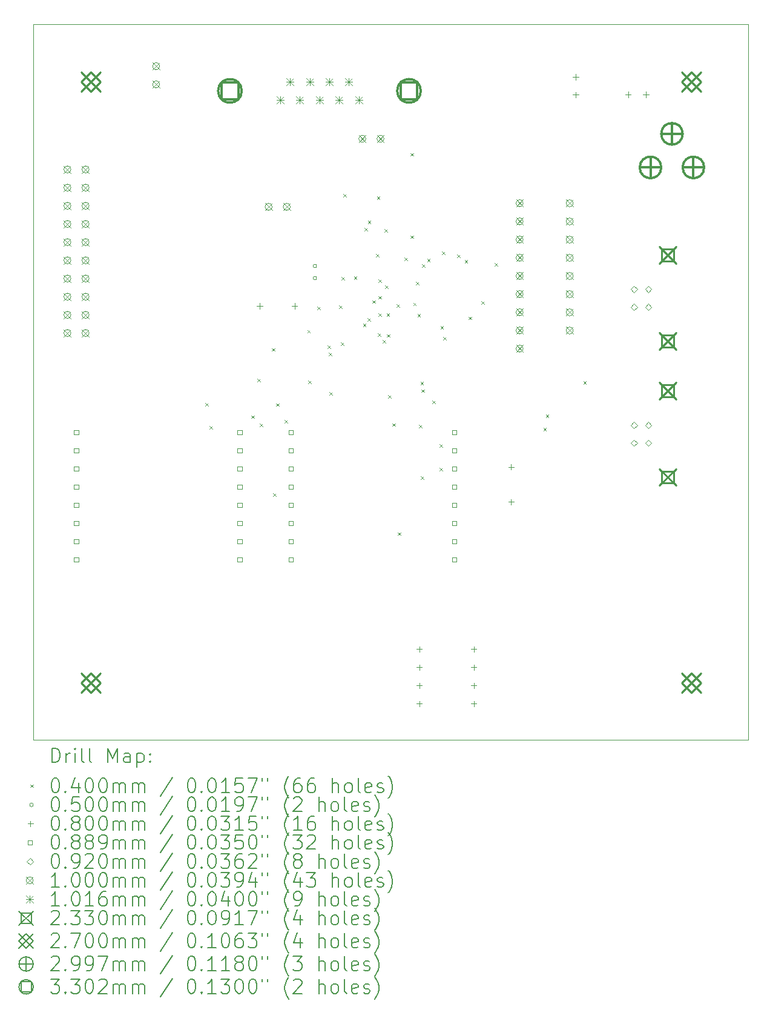
<source format=gbr>
%TF.GenerationSoftware,KiCad,Pcbnew,8.0.6*%
%TF.CreationDate,2025-01-17T22:38:12-05:00*%
%TF.ProjectId,board_stm32_rev2,626f6172-645f-4737-946d-33325f726576,rev?*%
%TF.SameCoordinates,Original*%
%TF.FileFunction,Drillmap*%
%TF.FilePolarity,Positive*%
%FSLAX45Y45*%
G04 Gerber Fmt 4.5, Leading zero omitted, Abs format (unit mm)*
G04 Created by KiCad (PCBNEW 8.0.6) date 2025-01-17 22:38:12*
%MOMM*%
%LPD*%
G01*
G04 APERTURE LIST*
%ADD10C,0.050000*%
%ADD11C,0.200000*%
%ADD12C,0.100000*%
%ADD13C,0.101600*%
%ADD14C,0.233000*%
%ADD15C,0.270000*%
%ADD16C,0.299720*%
%ADD17C,0.330200*%
G04 APERTURE END LIST*
D10*
X8000000Y-5000000D02*
X18000000Y-5000000D01*
X18000000Y-5000000D02*
X18000000Y-15000000D01*
X8000000Y-15000000D02*
X8000000Y-5000000D01*
X18000000Y-15000000D02*
X8000000Y-15000000D01*
D11*
D12*
X10404810Y-10290570D02*
X10444810Y-10330570D01*
X10444810Y-10290570D02*
X10404810Y-10330570D01*
X10464680Y-10615750D02*
X10504680Y-10655750D01*
X10504680Y-10615750D02*
X10464680Y-10655750D01*
X11044970Y-10464660D02*
X11084970Y-10504660D01*
X11084970Y-10464660D02*
X11044970Y-10504660D01*
X11130000Y-9955000D02*
X11170000Y-9995000D01*
X11170000Y-9955000D02*
X11130000Y-9995000D01*
X11165750Y-10581790D02*
X11205750Y-10621790D01*
X11205750Y-10581790D02*
X11165750Y-10621790D01*
X11335000Y-9525000D02*
X11375000Y-9565000D01*
X11375000Y-9525000D02*
X11335000Y-9565000D01*
X11350350Y-11553130D02*
X11390350Y-11593130D01*
X11390350Y-11553130D02*
X11350350Y-11593130D01*
X11393200Y-10296050D02*
X11433200Y-10336050D01*
X11433200Y-10296050D02*
X11393200Y-10336050D01*
X11511850Y-10528400D02*
X11551850Y-10568400D01*
X11551850Y-10528400D02*
X11511850Y-10568400D01*
X11829910Y-9271530D02*
X11869910Y-9311530D01*
X11869910Y-9271530D02*
X11829910Y-9311530D01*
X11845000Y-9980000D02*
X11885000Y-10020000D01*
X11885000Y-9980000D02*
X11845000Y-10020000D01*
X11967100Y-8944280D02*
X12007100Y-8984280D01*
X12007100Y-8944280D02*
X11967100Y-8984280D01*
X12116210Y-9487230D02*
X12156210Y-9527230D01*
X12156210Y-9487230D02*
X12116210Y-9527230D01*
X12129077Y-9586399D02*
X12169077Y-9626399D01*
X12169077Y-9586399D02*
X12129077Y-9626399D01*
X12140000Y-10140000D02*
X12180000Y-10180000D01*
X12180000Y-10140000D02*
X12140000Y-10180000D01*
X12273480Y-8929810D02*
X12313480Y-8969810D01*
X12313480Y-8929810D02*
X12273480Y-8969810D01*
X12301140Y-9447800D02*
X12341140Y-9487800D01*
X12341140Y-9447800D02*
X12301140Y-9487800D01*
X12309810Y-8527790D02*
X12349810Y-8567790D01*
X12349810Y-8527790D02*
X12309810Y-8567790D01*
X12331250Y-7372500D02*
X12371250Y-7412500D01*
X12371250Y-7372500D02*
X12331250Y-7412500D01*
X12483130Y-8524400D02*
X12523130Y-8564400D01*
X12523130Y-8524400D02*
X12483130Y-8564400D01*
X12608040Y-9184080D02*
X12648040Y-9224080D01*
X12648040Y-9184080D02*
X12608040Y-9224080D01*
X12630940Y-7845280D02*
X12670940Y-7885280D01*
X12670940Y-7845280D02*
X12630940Y-7885280D01*
X12671270Y-9105640D02*
X12711270Y-9145640D01*
X12711270Y-9105640D02*
X12671270Y-9145640D01*
X12675960Y-7745220D02*
X12715960Y-7785220D01*
X12715960Y-7745220D02*
X12675960Y-7785220D01*
X12740530Y-8856940D02*
X12780530Y-8896940D01*
X12780530Y-8856940D02*
X12740530Y-8896940D01*
X12793950Y-8207050D02*
X12833950Y-8247050D01*
X12833950Y-8207050D02*
X12793950Y-8247050D01*
X12804640Y-7403730D02*
X12844640Y-7443730D01*
X12844640Y-7403730D02*
X12804640Y-7443730D01*
X12817290Y-9320130D02*
X12857290Y-9360130D01*
X12857290Y-9320130D02*
X12817290Y-9360130D01*
X12825630Y-8797490D02*
X12865630Y-8837490D01*
X12865630Y-8797490D02*
X12825630Y-8837490D01*
X12827390Y-8566230D02*
X12867390Y-8606230D01*
X12867390Y-8566230D02*
X12827390Y-8606230D01*
X12827540Y-9038410D02*
X12867540Y-9078410D01*
X12867540Y-9038410D02*
X12827540Y-9078410D01*
X12883660Y-9409580D02*
X12923660Y-9449580D01*
X12923660Y-9409580D02*
X12883660Y-9449580D01*
X12911810Y-7863940D02*
X12951810Y-7903940D01*
X12951810Y-7863940D02*
X12911810Y-7903940D01*
X12916050Y-8650940D02*
X12956050Y-8690940D01*
X12956050Y-8650940D02*
X12916050Y-8690940D01*
X12938080Y-9041470D02*
X12978080Y-9081470D01*
X12978080Y-9041470D02*
X12938080Y-9081470D01*
X12946470Y-9330700D02*
X12986470Y-9370700D01*
X12986470Y-9330700D02*
X12946470Y-9370700D01*
X12960190Y-10180760D02*
X13000190Y-10220760D01*
X13000190Y-10180760D02*
X12960190Y-10220760D01*
X13018460Y-10574660D02*
X13058460Y-10614660D01*
X13058460Y-10574660D02*
X13018460Y-10614660D01*
X13077100Y-8910820D02*
X13117100Y-8950820D01*
X13117100Y-8910820D02*
X13077100Y-8950820D01*
X13094060Y-12099570D02*
X13134060Y-12139570D01*
X13134060Y-12099570D02*
X13094060Y-12139570D01*
X13188080Y-8261070D02*
X13228080Y-8301070D01*
X13228080Y-8261070D02*
X13188080Y-8301070D01*
X13274670Y-6799200D02*
X13314670Y-6839200D01*
X13314670Y-6799200D02*
X13274670Y-6839200D01*
X13274670Y-7951390D02*
X13314670Y-7991390D01*
X13314670Y-7951390D02*
X13274670Y-7991390D01*
X13312790Y-8890640D02*
X13352790Y-8930640D01*
X13352790Y-8890640D02*
X13312790Y-8930640D01*
X13352690Y-8597570D02*
X13392690Y-8637570D01*
X13392690Y-8597570D02*
X13352690Y-8637570D01*
X13371230Y-9047670D02*
X13411230Y-9087670D01*
X13411230Y-9047670D02*
X13371230Y-9087670D01*
X13389670Y-10598140D02*
X13429670Y-10638140D01*
X13429670Y-10598140D02*
X13389670Y-10638140D01*
X13413060Y-9995840D02*
X13453060Y-10035840D01*
X13453060Y-9995840D02*
X13413060Y-10035840D01*
X13414610Y-11314860D02*
X13454610Y-11354860D01*
X13454610Y-11314860D02*
X13414610Y-11354860D01*
X13428680Y-10101000D02*
X13468680Y-10141000D01*
X13468680Y-10101000D02*
X13428680Y-10141000D01*
X13435690Y-8350360D02*
X13475690Y-8390360D01*
X13475690Y-8350360D02*
X13435690Y-8390360D01*
X13506530Y-8279520D02*
X13546530Y-8319520D01*
X13546530Y-8279520D02*
X13506530Y-8319520D01*
X13577360Y-10260300D02*
X13617360Y-10300300D01*
X13617360Y-10260300D02*
X13577360Y-10300300D01*
X13679610Y-10867030D02*
X13719610Y-10907030D01*
X13719610Y-10867030D02*
X13679610Y-10907030D01*
X13682060Y-11198670D02*
X13722060Y-11238670D01*
X13722060Y-11198670D02*
X13682060Y-11238670D01*
X13693500Y-9215070D02*
X13733500Y-9255070D01*
X13733500Y-9215070D02*
X13693500Y-9255070D01*
X13716300Y-8174140D02*
X13756300Y-8214140D01*
X13756300Y-8174140D02*
X13716300Y-8214140D01*
X13728510Y-9371020D02*
X13768510Y-9411020D01*
X13768510Y-9371020D02*
X13728510Y-9411020D01*
X13925600Y-8216420D02*
X13965600Y-8256420D01*
X13965600Y-8216420D02*
X13925600Y-8256420D01*
X14030850Y-8291980D02*
X14070850Y-8331980D01*
X14070850Y-8291980D02*
X14030850Y-8331980D01*
X14086230Y-9084240D02*
X14126230Y-9124240D01*
X14126230Y-9084240D02*
X14086230Y-9124240D01*
X14266830Y-8867650D02*
X14306830Y-8907650D01*
X14306830Y-8867650D02*
X14266830Y-8907650D01*
X14453090Y-8338100D02*
X14493090Y-8378100D01*
X14493090Y-8338100D02*
X14453090Y-8378100D01*
X15133030Y-10636150D02*
X15173030Y-10676150D01*
X15173030Y-10636150D02*
X15133030Y-10676150D01*
X15165300Y-10452740D02*
X15205300Y-10492740D01*
X15205300Y-10452740D02*
X15165300Y-10492740D01*
X15690070Y-9984350D02*
X15730070Y-10024350D01*
X15730070Y-9984350D02*
X15690070Y-10024350D01*
X11961480Y-8377180D02*
G75*
G02*
X11911480Y-8377180I-25000J0D01*
G01*
X11911480Y-8377180D02*
G75*
G02*
X11961480Y-8377180I25000J0D01*
G01*
X11961480Y-8547180D02*
G75*
G02*
X11911480Y-8547180I-25000J0D01*
G01*
X11911480Y-8547180D02*
G75*
G02*
X11961480Y-8547180I25000J0D01*
G01*
X11165000Y-8895000D02*
X11165000Y-8975000D01*
X11125000Y-8935000D02*
X11205000Y-8935000D01*
X11653000Y-8895000D02*
X11653000Y-8975000D01*
X11613000Y-8935000D02*
X11693000Y-8935000D01*
X13397000Y-13691500D02*
X13397000Y-13771500D01*
X13357000Y-13731500D02*
X13437000Y-13731500D01*
X13397000Y-13945500D02*
X13397000Y-14025500D01*
X13357000Y-13985500D02*
X13437000Y-13985500D01*
X13397000Y-14199500D02*
X13397000Y-14279500D01*
X13357000Y-14239500D02*
X13437000Y-14239500D01*
X13397000Y-14453500D02*
X13397000Y-14533500D01*
X13357000Y-14493500D02*
X13437000Y-14493500D01*
X14159000Y-13691500D02*
X14159000Y-13771500D01*
X14119000Y-13731500D02*
X14199000Y-13731500D01*
X14159000Y-13945500D02*
X14159000Y-14025500D01*
X14119000Y-13985500D02*
X14199000Y-13985500D01*
X14159000Y-14199500D02*
X14159000Y-14279500D01*
X14119000Y-14239500D02*
X14199000Y-14239500D01*
X14159000Y-14453500D02*
X14159000Y-14533500D01*
X14119000Y-14493500D02*
X14199000Y-14493500D01*
X14680000Y-11145000D02*
X14680000Y-11225000D01*
X14640000Y-11185000D02*
X14720000Y-11185000D01*
X14680000Y-11633000D02*
X14680000Y-11713000D01*
X14640000Y-11673000D02*
X14720000Y-11673000D01*
X15585000Y-5695000D02*
X15585000Y-5775000D01*
X15545000Y-5735000D02*
X15625000Y-5735000D01*
X15585000Y-5945000D02*
X15585000Y-6025000D01*
X15545000Y-5985000D02*
X15625000Y-5985000D01*
X16316760Y-5940000D02*
X16316760Y-6020000D01*
X16276760Y-5980000D02*
X16356760Y-5980000D01*
X16566760Y-5940000D02*
X16566760Y-6020000D01*
X16526760Y-5980000D02*
X16606760Y-5980000D01*
X8631431Y-10731431D02*
X8631431Y-10668569D01*
X8568569Y-10668569D01*
X8568569Y-10731431D01*
X8631431Y-10731431D01*
X8631431Y-10985431D02*
X8631431Y-10922569D01*
X8568569Y-10922569D01*
X8568569Y-10985431D01*
X8631431Y-10985431D01*
X8631431Y-11239431D02*
X8631431Y-11176569D01*
X8568569Y-11176569D01*
X8568569Y-11239431D01*
X8631431Y-11239431D01*
X8631431Y-11493431D02*
X8631431Y-11430569D01*
X8568569Y-11430569D01*
X8568569Y-11493431D01*
X8631431Y-11493431D01*
X8631431Y-11747431D02*
X8631431Y-11684569D01*
X8568569Y-11684569D01*
X8568569Y-11747431D01*
X8631431Y-11747431D01*
X8631431Y-12001431D02*
X8631431Y-11938569D01*
X8568569Y-11938569D01*
X8568569Y-12001431D01*
X8631431Y-12001431D01*
X8631431Y-12255431D02*
X8631431Y-12192569D01*
X8568569Y-12192569D01*
X8568569Y-12255431D01*
X8631431Y-12255431D01*
X8631431Y-12509431D02*
X8631431Y-12446569D01*
X8568569Y-12446569D01*
X8568569Y-12509431D01*
X8631431Y-12509431D01*
X10917431Y-10731431D02*
X10917431Y-10668569D01*
X10854569Y-10668569D01*
X10854569Y-10731431D01*
X10917431Y-10731431D01*
X10917431Y-10985431D02*
X10917431Y-10922569D01*
X10854569Y-10922569D01*
X10854569Y-10985431D01*
X10917431Y-10985431D01*
X10917431Y-11239431D02*
X10917431Y-11176569D01*
X10854569Y-11176569D01*
X10854569Y-11239431D01*
X10917431Y-11239431D01*
X10917431Y-11493431D02*
X10917431Y-11430569D01*
X10854569Y-11430569D01*
X10854569Y-11493431D01*
X10917431Y-11493431D01*
X10917431Y-11747431D02*
X10917431Y-11684569D01*
X10854569Y-11684569D01*
X10854569Y-11747431D01*
X10917431Y-11747431D01*
X10917431Y-12001431D02*
X10917431Y-11938569D01*
X10854569Y-11938569D01*
X10854569Y-12001431D01*
X10917431Y-12001431D01*
X10917431Y-12255431D02*
X10917431Y-12192569D01*
X10854569Y-12192569D01*
X10854569Y-12255431D01*
X10917431Y-12255431D01*
X10917431Y-12509431D02*
X10917431Y-12446569D01*
X10854569Y-12446569D01*
X10854569Y-12509431D01*
X10917431Y-12509431D01*
X11631431Y-10731431D02*
X11631431Y-10668569D01*
X11568569Y-10668569D01*
X11568569Y-10731431D01*
X11631431Y-10731431D01*
X11631431Y-10985431D02*
X11631431Y-10922569D01*
X11568569Y-10922569D01*
X11568569Y-10985431D01*
X11631431Y-10985431D01*
X11631431Y-11239431D02*
X11631431Y-11176569D01*
X11568569Y-11176569D01*
X11568569Y-11239431D01*
X11631431Y-11239431D01*
X11631431Y-11493431D02*
X11631431Y-11430569D01*
X11568569Y-11430569D01*
X11568569Y-11493431D01*
X11631431Y-11493431D01*
X11631431Y-11747431D02*
X11631431Y-11684569D01*
X11568569Y-11684569D01*
X11568569Y-11747431D01*
X11631431Y-11747431D01*
X11631431Y-12001431D02*
X11631431Y-11938569D01*
X11568569Y-11938569D01*
X11568569Y-12001431D01*
X11631431Y-12001431D01*
X11631431Y-12255431D02*
X11631431Y-12192569D01*
X11568569Y-12192569D01*
X11568569Y-12255431D01*
X11631431Y-12255431D01*
X11631431Y-12509431D02*
X11631431Y-12446569D01*
X11568569Y-12446569D01*
X11568569Y-12509431D01*
X11631431Y-12509431D01*
X13917431Y-10731431D02*
X13917431Y-10668569D01*
X13854569Y-10668569D01*
X13854569Y-10731431D01*
X13917431Y-10731431D01*
X13917431Y-10985431D02*
X13917431Y-10922569D01*
X13854569Y-10922569D01*
X13854569Y-10985431D01*
X13917431Y-10985431D01*
X13917431Y-11239431D02*
X13917431Y-11176569D01*
X13854569Y-11176569D01*
X13854569Y-11239431D01*
X13917431Y-11239431D01*
X13917431Y-11493431D02*
X13917431Y-11430569D01*
X13854569Y-11430569D01*
X13854569Y-11493431D01*
X13917431Y-11493431D01*
X13917431Y-11747431D02*
X13917431Y-11684569D01*
X13854569Y-11684569D01*
X13854569Y-11747431D01*
X13917431Y-11747431D01*
X13917431Y-12001431D02*
X13917431Y-11938569D01*
X13854569Y-11938569D01*
X13854569Y-12001431D01*
X13917431Y-12001431D01*
X13917431Y-12255431D02*
X13917431Y-12192569D01*
X13854569Y-12192569D01*
X13854569Y-12255431D01*
X13917431Y-12255431D01*
X13917431Y-12509431D02*
X13917431Y-12446569D01*
X13854569Y-12446569D01*
X13854569Y-12509431D01*
X13917431Y-12509431D01*
X16400000Y-8746000D02*
X16446000Y-8700000D01*
X16400000Y-8654000D01*
X16354000Y-8700000D01*
X16400000Y-8746000D01*
X16400000Y-8996000D02*
X16446000Y-8950000D01*
X16400000Y-8904000D01*
X16354000Y-8950000D01*
X16400000Y-8996000D01*
X16400000Y-10646000D02*
X16446000Y-10600000D01*
X16400000Y-10554000D01*
X16354000Y-10600000D01*
X16400000Y-10646000D01*
X16400000Y-10896000D02*
X16446000Y-10850000D01*
X16400000Y-10804000D01*
X16354000Y-10850000D01*
X16400000Y-10896000D01*
X16600000Y-8746000D02*
X16646000Y-8700000D01*
X16600000Y-8654000D01*
X16554000Y-8700000D01*
X16600000Y-8746000D01*
X16600000Y-8996000D02*
X16646000Y-8950000D01*
X16600000Y-8904000D01*
X16554000Y-8950000D01*
X16600000Y-8996000D01*
X16600000Y-10646000D02*
X16646000Y-10600000D01*
X16600000Y-10554000D01*
X16554000Y-10600000D01*
X16600000Y-10646000D01*
X16600000Y-10896000D02*
X16646000Y-10850000D01*
X16600000Y-10804000D01*
X16554000Y-10850000D01*
X16600000Y-10896000D01*
X8424460Y-6978440D02*
X8524460Y-7078440D01*
X8524460Y-6978440D02*
X8424460Y-7078440D01*
X8524460Y-7028440D02*
G75*
G02*
X8424460Y-7028440I-50000J0D01*
G01*
X8424460Y-7028440D02*
G75*
G02*
X8524460Y-7028440I50000J0D01*
G01*
X8424460Y-7232440D02*
X8524460Y-7332440D01*
X8524460Y-7232440D02*
X8424460Y-7332440D01*
X8524460Y-7282440D02*
G75*
G02*
X8424460Y-7282440I-50000J0D01*
G01*
X8424460Y-7282440D02*
G75*
G02*
X8524460Y-7282440I50000J0D01*
G01*
X8424460Y-7486440D02*
X8524460Y-7586440D01*
X8524460Y-7486440D02*
X8424460Y-7586440D01*
X8524460Y-7536440D02*
G75*
G02*
X8424460Y-7536440I-50000J0D01*
G01*
X8424460Y-7536440D02*
G75*
G02*
X8524460Y-7536440I50000J0D01*
G01*
X8424460Y-7740440D02*
X8524460Y-7840440D01*
X8524460Y-7740440D02*
X8424460Y-7840440D01*
X8524460Y-7790440D02*
G75*
G02*
X8424460Y-7790440I-50000J0D01*
G01*
X8424460Y-7790440D02*
G75*
G02*
X8524460Y-7790440I50000J0D01*
G01*
X8424460Y-7994440D02*
X8524460Y-8094440D01*
X8524460Y-7994440D02*
X8424460Y-8094440D01*
X8524460Y-8044440D02*
G75*
G02*
X8424460Y-8044440I-50000J0D01*
G01*
X8424460Y-8044440D02*
G75*
G02*
X8524460Y-8044440I50000J0D01*
G01*
X8424460Y-8248440D02*
X8524460Y-8348440D01*
X8524460Y-8248440D02*
X8424460Y-8348440D01*
X8524460Y-8298440D02*
G75*
G02*
X8424460Y-8298440I-50000J0D01*
G01*
X8424460Y-8298440D02*
G75*
G02*
X8524460Y-8298440I50000J0D01*
G01*
X8424460Y-8502440D02*
X8524460Y-8602440D01*
X8524460Y-8502440D02*
X8424460Y-8602440D01*
X8524460Y-8552440D02*
G75*
G02*
X8424460Y-8552440I-50000J0D01*
G01*
X8424460Y-8552440D02*
G75*
G02*
X8524460Y-8552440I50000J0D01*
G01*
X8424460Y-8756440D02*
X8524460Y-8856440D01*
X8524460Y-8756440D02*
X8424460Y-8856440D01*
X8524460Y-8806440D02*
G75*
G02*
X8424460Y-8806440I-50000J0D01*
G01*
X8424460Y-8806440D02*
G75*
G02*
X8524460Y-8806440I50000J0D01*
G01*
X8424460Y-9010440D02*
X8524460Y-9110440D01*
X8524460Y-9010440D02*
X8424460Y-9110440D01*
X8524460Y-9060440D02*
G75*
G02*
X8424460Y-9060440I-50000J0D01*
G01*
X8424460Y-9060440D02*
G75*
G02*
X8524460Y-9060440I50000J0D01*
G01*
X8424460Y-9264440D02*
X8524460Y-9364440D01*
X8524460Y-9264440D02*
X8424460Y-9364440D01*
X8524460Y-9314440D02*
G75*
G02*
X8424460Y-9314440I-50000J0D01*
G01*
X8424460Y-9314440D02*
G75*
G02*
X8524460Y-9314440I50000J0D01*
G01*
X8678460Y-6978440D02*
X8778460Y-7078440D01*
X8778460Y-6978440D02*
X8678460Y-7078440D01*
X8778460Y-7028440D02*
G75*
G02*
X8678460Y-7028440I-50000J0D01*
G01*
X8678460Y-7028440D02*
G75*
G02*
X8778460Y-7028440I50000J0D01*
G01*
X8678460Y-7232440D02*
X8778460Y-7332440D01*
X8778460Y-7232440D02*
X8678460Y-7332440D01*
X8778460Y-7282440D02*
G75*
G02*
X8678460Y-7282440I-50000J0D01*
G01*
X8678460Y-7282440D02*
G75*
G02*
X8778460Y-7282440I50000J0D01*
G01*
X8678460Y-7486440D02*
X8778460Y-7586440D01*
X8778460Y-7486440D02*
X8678460Y-7586440D01*
X8778460Y-7536440D02*
G75*
G02*
X8678460Y-7536440I-50000J0D01*
G01*
X8678460Y-7536440D02*
G75*
G02*
X8778460Y-7536440I50000J0D01*
G01*
X8678460Y-7740440D02*
X8778460Y-7840440D01*
X8778460Y-7740440D02*
X8678460Y-7840440D01*
X8778460Y-7790440D02*
G75*
G02*
X8678460Y-7790440I-50000J0D01*
G01*
X8678460Y-7790440D02*
G75*
G02*
X8778460Y-7790440I50000J0D01*
G01*
X8678460Y-7994440D02*
X8778460Y-8094440D01*
X8778460Y-7994440D02*
X8678460Y-8094440D01*
X8778460Y-8044440D02*
G75*
G02*
X8678460Y-8044440I-50000J0D01*
G01*
X8678460Y-8044440D02*
G75*
G02*
X8778460Y-8044440I50000J0D01*
G01*
X8678460Y-8248440D02*
X8778460Y-8348440D01*
X8778460Y-8248440D02*
X8678460Y-8348440D01*
X8778460Y-8298440D02*
G75*
G02*
X8678460Y-8298440I-50000J0D01*
G01*
X8678460Y-8298440D02*
G75*
G02*
X8778460Y-8298440I50000J0D01*
G01*
X8678460Y-8502440D02*
X8778460Y-8602440D01*
X8778460Y-8502440D02*
X8678460Y-8602440D01*
X8778460Y-8552440D02*
G75*
G02*
X8678460Y-8552440I-50000J0D01*
G01*
X8678460Y-8552440D02*
G75*
G02*
X8778460Y-8552440I50000J0D01*
G01*
X8678460Y-8756440D02*
X8778460Y-8856440D01*
X8778460Y-8756440D02*
X8678460Y-8856440D01*
X8778460Y-8806440D02*
G75*
G02*
X8678460Y-8806440I-50000J0D01*
G01*
X8678460Y-8806440D02*
G75*
G02*
X8778460Y-8806440I50000J0D01*
G01*
X8678460Y-9010440D02*
X8778460Y-9110440D01*
X8778460Y-9010440D02*
X8678460Y-9110440D01*
X8778460Y-9060440D02*
G75*
G02*
X8678460Y-9060440I-50000J0D01*
G01*
X8678460Y-9060440D02*
G75*
G02*
X8778460Y-9060440I50000J0D01*
G01*
X8678460Y-9264440D02*
X8778460Y-9364440D01*
X8778460Y-9264440D02*
X8678460Y-9364440D01*
X8778460Y-9314440D02*
G75*
G02*
X8678460Y-9314440I-50000J0D01*
G01*
X8678460Y-9314440D02*
G75*
G02*
X8778460Y-9314440I50000J0D01*
G01*
X9665000Y-5535000D02*
X9765000Y-5635000D01*
X9765000Y-5535000D02*
X9665000Y-5635000D01*
X9765000Y-5585000D02*
G75*
G02*
X9665000Y-5585000I-50000J0D01*
G01*
X9665000Y-5585000D02*
G75*
G02*
X9765000Y-5585000I50000J0D01*
G01*
X9665000Y-5789000D02*
X9765000Y-5889000D01*
X9765000Y-5789000D02*
X9665000Y-5889000D01*
X9765000Y-5839000D02*
G75*
G02*
X9665000Y-5839000I-50000J0D01*
G01*
X9665000Y-5839000D02*
G75*
G02*
X9765000Y-5839000I50000J0D01*
G01*
X11238500Y-7500000D02*
X11338500Y-7600000D01*
X11338500Y-7500000D02*
X11238500Y-7600000D01*
X11338500Y-7550000D02*
G75*
G02*
X11238500Y-7550000I-50000J0D01*
G01*
X11238500Y-7550000D02*
G75*
G02*
X11338500Y-7550000I50000J0D01*
G01*
X11492500Y-7500000D02*
X11592500Y-7600000D01*
X11592500Y-7500000D02*
X11492500Y-7600000D01*
X11592500Y-7550000D02*
G75*
G02*
X11492500Y-7550000I-50000J0D01*
G01*
X11492500Y-7550000D02*
G75*
G02*
X11592500Y-7550000I50000J0D01*
G01*
X12550000Y-6550000D02*
X12650000Y-6650000D01*
X12650000Y-6550000D02*
X12550000Y-6650000D01*
X12650000Y-6600000D02*
G75*
G02*
X12550000Y-6600000I-50000J0D01*
G01*
X12550000Y-6600000D02*
G75*
G02*
X12650000Y-6600000I50000J0D01*
G01*
X12804000Y-6550000D02*
X12904000Y-6650000D01*
X12904000Y-6550000D02*
X12804000Y-6650000D01*
X12904000Y-6600000D02*
G75*
G02*
X12804000Y-6600000I-50000J0D01*
G01*
X12804000Y-6600000D02*
G75*
G02*
X12904000Y-6600000I50000J0D01*
G01*
X14750000Y-7450000D02*
X14850000Y-7550000D01*
X14850000Y-7450000D02*
X14750000Y-7550000D01*
X14850000Y-7500000D02*
G75*
G02*
X14750000Y-7500000I-50000J0D01*
G01*
X14750000Y-7500000D02*
G75*
G02*
X14850000Y-7500000I50000J0D01*
G01*
X14750000Y-7704000D02*
X14850000Y-7804000D01*
X14850000Y-7704000D02*
X14750000Y-7804000D01*
X14850000Y-7754000D02*
G75*
G02*
X14750000Y-7754000I-50000J0D01*
G01*
X14750000Y-7754000D02*
G75*
G02*
X14850000Y-7754000I50000J0D01*
G01*
X14750000Y-7958000D02*
X14850000Y-8058000D01*
X14850000Y-7958000D02*
X14750000Y-8058000D01*
X14850000Y-8008000D02*
G75*
G02*
X14750000Y-8008000I-50000J0D01*
G01*
X14750000Y-8008000D02*
G75*
G02*
X14850000Y-8008000I50000J0D01*
G01*
X14750000Y-8212000D02*
X14850000Y-8312000D01*
X14850000Y-8212000D02*
X14750000Y-8312000D01*
X14850000Y-8262000D02*
G75*
G02*
X14750000Y-8262000I-50000J0D01*
G01*
X14750000Y-8262000D02*
G75*
G02*
X14850000Y-8262000I50000J0D01*
G01*
X14750000Y-8466000D02*
X14850000Y-8566000D01*
X14850000Y-8466000D02*
X14750000Y-8566000D01*
X14850000Y-8516000D02*
G75*
G02*
X14750000Y-8516000I-50000J0D01*
G01*
X14750000Y-8516000D02*
G75*
G02*
X14850000Y-8516000I50000J0D01*
G01*
X14750000Y-8720000D02*
X14850000Y-8820000D01*
X14850000Y-8720000D02*
X14750000Y-8820000D01*
X14850000Y-8770000D02*
G75*
G02*
X14750000Y-8770000I-50000J0D01*
G01*
X14750000Y-8770000D02*
G75*
G02*
X14850000Y-8770000I50000J0D01*
G01*
X14750000Y-8974000D02*
X14850000Y-9074000D01*
X14850000Y-8974000D02*
X14750000Y-9074000D01*
X14850000Y-9024000D02*
G75*
G02*
X14750000Y-9024000I-50000J0D01*
G01*
X14750000Y-9024000D02*
G75*
G02*
X14850000Y-9024000I50000J0D01*
G01*
X14750000Y-9228000D02*
X14850000Y-9328000D01*
X14850000Y-9228000D02*
X14750000Y-9328000D01*
X14850000Y-9278000D02*
G75*
G02*
X14750000Y-9278000I-50000J0D01*
G01*
X14750000Y-9278000D02*
G75*
G02*
X14850000Y-9278000I50000J0D01*
G01*
X14750000Y-9482000D02*
X14850000Y-9582000D01*
X14850000Y-9482000D02*
X14750000Y-9582000D01*
X14850000Y-9532000D02*
G75*
G02*
X14750000Y-9532000I-50000J0D01*
G01*
X14750000Y-9532000D02*
G75*
G02*
X14850000Y-9532000I50000J0D01*
G01*
X15450000Y-7450000D02*
X15550000Y-7550000D01*
X15550000Y-7450000D02*
X15450000Y-7550000D01*
X15550000Y-7500000D02*
G75*
G02*
X15450000Y-7500000I-50000J0D01*
G01*
X15450000Y-7500000D02*
G75*
G02*
X15550000Y-7500000I50000J0D01*
G01*
X15450000Y-7704000D02*
X15550000Y-7804000D01*
X15550000Y-7704000D02*
X15450000Y-7804000D01*
X15550000Y-7754000D02*
G75*
G02*
X15450000Y-7754000I-50000J0D01*
G01*
X15450000Y-7754000D02*
G75*
G02*
X15550000Y-7754000I50000J0D01*
G01*
X15450000Y-7958000D02*
X15550000Y-8058000D01*
X15550000Y-7958000D02*
X15450000Y-8058000D01*
X15550000Y-8008000D02*
G75*
G02*
X15450000Y-8008000I-50000J0D01*
G01*
X15450000Y-8008000D02*
G75*
G02*
X15550000Y-8008000I50000J0D01*
G01*
X15450000Y-8212000D02*
X15550000Y-8312000D01*
X15550000Y-8212000D02*
X15450000Y-8312000D01*
X15550000Y-8262000D02*
G75*
G02*
X15450000Y-8262000I-50000J0D01*
G01*
X15450000Y-8262000D02*
G75*
G02*
X15550000Y-8262000I50000J0D01*
G01*
X15450000Y-8466000D02*
X15550000Y-8566000D01*
X15550000Y-8466000D02*
X15450000Y-8566000D01*
X15550000Y-8516000D02*
G75*
G02*
X15450000Y-8516000I-50000J0D01*
G01*
X15450000Y-8516000D02*
G75*
G02*
X15550000Y-8516000I50000J0D01*
G01*
X15450000Y-8720000D02*
X15550000Y-8820000D01*
X15550000Y-8720000D02*
X15450000Y-8820000D01*
X15550000Y-8770000D02*
G75*
G02*
X15450000Y-8770000I-50000J0D01*
G01*
X15450000Y-8770000D02*
G75*
G02*
X15550000Y-8770000I50000J0D01*
G01*
X15450000Y-8974000D02*
X15550000Y-9074000D01*
X15550000Y-8974000D02*
X15450000Y-9074000D01*
X15550000Y-9024000D02*
G75*
G02*
X15450000Y-9024000I-50000J0D01*
G01*
X15450000Y-9024000D02*
G75*
G02*
X15550000Y-9024000I50000J0D01*
G01*
X15450000Y-9228000D02*
X15550000Y-9328000D01*
X15550000Y-9228000D02*
X15450000Y-9328000D01*
X15550000Y-9278000D02*
G75*
G02*
X15450000Y-9278000I-50000J0D01*
G01*
X15450000Y-9278000D02*
G75*
G02*
X15550000Y-9278000I50000J0D01*
G01*
D13*
X11400560Y-6006200D02*
X11502160Y-6107800D01*
X11502160Y-6006200D02*
X11400560Y-6107800D01*
X11451360Y-6006200D02*
X11451360Y-6107800D01*
X11400560Y-6057000D02*
X11502160Y-6057000D01*
X11537720Y-5752200D02*
X11639320Y-5853800D01*
X11639320Y-5752200D02*
X11537720Y-5853800D01*
X11588520Y-5752200D02*
X11588520Y-5853800D01*
X11537720Y-5803000D02*
X11639320Y-5803000D01*
X11674880Y-6006200D02*
X11776480Y-6107800D01*
X11776480Y-6006200D02*
X11674880Y-6107800D01*
X11725680Y-6006200D02*
X11725680Y-6107800D01*
X11674880Y-6057000D02*
X11776480Y-6057000D01*
X11812040Y-5752200D02*
X11913640Y-5853800D01*
X11913640Y-5752200D02*
X11812040Y-5853800D01*
X11862840Y-5752200D02*
X11862840Y-5853800D01*
X11812040Y-5803000D02*
X11913640Y-5803000D01*
X11949200Y-6006200D02*
X12050800Y-6107800D01*
X12050800Y-6006200D02*
X11949200Y-6107800D01*
X12000000Y-6006200D02*
X12000000Y-6107800D01*
X11949200Y-6057000D02*
X12050800Y-6057000D01*
X12086360Y-5752200D02*
X12187960Y-5853800D01*
X12187960Y-5752200D02*
X12086360Y-5853800D01*
X12137160Y-5752200D02*
X12137160Y-5853800D01*
X12086360Y-5803000D02*
X12187960Y-5803000D01*
X12223520Y-6006200D02*
X12325120Y-6107800D01*
X12325120Y-6006200D02*
X12223520Y-6107800D01*
X12274320Y-6006200D02*
X12274320Y-6107800D01*
X12223520Y-6057000D02*
X12325120Y-6057000D01*
X12360680Y-5752200D02*
X12462280Y-5853800D01*
X12462280Y-5752200D02*
X12360680Y-5853800D01*
X12411480Y-5752200D02*
X12411480Y-5853800D01*
X12360680Y-5803000D02*
X12462280Y-5803000D01*
X12497840Y-6006200D02*
X12599440Y-6107800D01*
X12599440Y-6006200D02*
X12497840Y-6107800D01*
X12548640Y-6006200D02*
X12548640Y-6107800D01*
X12497840Y-6057000D02*
X12599440Y-6057000D01*
D14*
X16754500Y-8106500D02*
X16987500Y-8339500D01*
X16987500Y-8106500D02*
X16754500Y-8339500D01*
X16953379Y-8305379D02*
X16953379Y-8140621D01*
X16788621Y-8140621D01*
X16788621Y-8305379D01*
X16953379Y-8305379D01*
X16754500Y-9310500D02*
X16987500Y-9543500D01*
X16987500Y-9310500D02*
X16754500Y-9543500D01*
X16953379Y-9509379D02*
X16953379Y-9344621D01*
X16788621Y-9344621D01*
X16788621Y-9509379D01*
X16953379Y-9509379D01*
X16754500Y-10006500D02*
X16987500Y-10239500D01*
X16987500Y-10006500D02*
X16754500Y-10239500D01*
X16953379Y-10205379D02*
X16953379Y-10040621D01*
X16788621Y-10040621D01*
X16788621Y-10205379D01*
X16953379Y-10205379D01*
X16754500Y-11210500D02*
X16987500Y-11443500D01*
X16987500Y-11210500D02*
X16754500Y-11443500D01*
X16953379Y-11409379D02*
X16953379Y-11244621D01*
X16788621Y-11244621D01*
X16788621Y-11409379D01*
X16953379Y-11409379D01*
D15*
X8665000Y-5665000D02*
X8935000Y-5935000D01*
X8935000Y-5665000D02*
X8665000Y-5935000D01*
X8800000Y-5935000D02*
X8935000Y-5800000D01*
X8800000Y-5665000D01*
X8665000Y-5800000D01*
X8800000Y-5935000D01*
X8665000Y-14065000D02*
X8935000Y-14335000D01*
X8935000Y-14065000D02*
X8665000Y-14335000D01*
X8800000Y-14335000D02*
X8935000Y-14200000D01*
X8800000Y-14065000D01*
X8665000Y-14200000D01*
X8800000Y-14335000D01*
X17065000Y-5665000D02*
X17335000Y-5935000D01*
X17335000Y-5665000D02*
X17065000Y-5935000D01*
X17200000Y-5935000D02*
X17335000Y-5800000D01*
X17200000Y-5665000D01*
X17065000Y-5800000D01*
X17200000Y-5935000D01*
X17065000Y-14065000D02*
X17335000Y-14335000D01*
X17335000Y-14065000D02*
X17065000Y-14335000D01*
X17200000Y-14335000D02*
X17335000Y-14200000D01*
X17200000Y-14065000D01*
X17065000Y-14200000D01*
X17200000Y-14335000D01*
D16*
X16630000Y-6850140D02*
X16630000Y-7149860D01*
X16480140Y-7000000D02*
X16779860Y-7000000D01*
X16779860Y-7000000D02*
G75*
G02*
X16480140Y-7000000I-149860J0D01*
G01*
X16480140Y-7000000D02*
G75*
G02*
X16779860Y-7000000I149860J0D01*
G01*
X16930000Y-6380140D02*
X16930000Y-6679860D01*
X16780140Y-6530000D02*
X17079860Y-6530000D01*
X17079860Y-6530000D02*
G75*
G02*
X16780140Y-6530000I-149860J0D01*
G01*
X16780140Y-6530000D02*
G75*
G02*
X17079860Y-6530000I149860J0D01*
G01*
X17230000Y-6850140D02*
X17230000Y-7149860D01*
X17080140Y-7000000D02*
X17379860Y-7000000D01*
X17379860Y-7000000D02*
G75*
G02*
X17080140Y-7000000I-149860J0D01*
G01*
X17080140Y-7000000D02*
G75*
G02*
X17379860Y-7000000I149860J0D01*
G01*
D17*
X10864524Y-6046744D02*
X10864524Y-5813256D01*
X10631036Y-5813256D01*
X10631036Y-6046744D01*
X10864524Y-6046744D01*
X10912880Y-5930000D02*
G75*
G02*
X10582680Y-5930000I-165100J0D01*
G01*
X10582680Y-5930000D02*
G75*
G02*
X10912880Y-5930000I165100J0D01*
G01*
X13368964Y-6046744D02*
X13368964Y-5813256D01*
X13135476Y-5813256D01*
X13135476Y-6046744D01*
X13368964Y-6046744D01*
X13417320Y-5930000D02*
G75*
G02*
X13087120Y-5930000I-165100J0D01*
G01*
X13087120Y-5930000D02*
G75*
G02*
X13417320Y-5930000I165100J0D01*
G01*
D11*
X8258277Y-15313984D02*
X8258277Y-15113984D01*
X8258277Y-15113984D02*
X8305896Y-15113984D01*
X8305896Y-15113984D02*
X8334467Y-15123508D01*
X8334467Y-15123508D02*
X8353515Y-15142555D01*
X8353515Y-15142555D02*
X8363039Y-15161603D01*
X8363039Y-15161603D02*
X8372562Y-15199698D01*
X8372562Y-15199698D02*
X8372562Y-15228269D01*
X8372562Y-15228269D02*
X8363039Y-15266365D01*
X8363039Y-15266365D02*
X8353515Y-15285412D01*
X8353515Y-15285412D02*
X8334467Y-15304460D01*
X8334467Y-15304460D02*
X8305896Y-15313984D01*
X8305896Y-15313984D02*
X8258277Y-15313984D01*
X8458277Y-15313984D02*
X8458277Y-15180650D01*
X8458277Y-15218746D02*
X8467801Y-15199698D01*
X8467801Y-15199698D02*
X8477324Y-15190174D01*
X8477324Y-15190174D02*
X8496372Y-15180650D01*
X8496372Y-15180650D02*
X8515420Y-15180650D01*
X8582086Y-15313984D02*
X8582086Y-15180650D01*
X8582086Y-15113984D02*
X8572563Y-15123508D01*
X8572563Y-15123508D02*
X8582086Y-15133031D01*
X8582086Y-15133031D02*
X8591610Y-15123508D01*
X8591610Y-15123508D02*
X8582086Y-15113984D01*
X8582086Y-15113984D02*
X8582086Y-15133031D01*
X8705896Y-15313984D02*
X8686848Y-15304460D01*
X8686848Y-15304460D02*
X8677324Y-15285412D01*
X8677324Y-15285412D02*
X8677324Y-15113984D01*
X8810658Y-15313984D02*
X8791610Y-15304460D01*
X8791610Y-15304460D02*
X8782086Y-15285412D01*
X8782086Y-15285412D02*
X8782086Y-15113984D01*
X9039229Y-15313984D02*
X9039229Y-15113984D01*
X9039229Y-15113984D02*
X9105896Y-15256841D01*
X9105896Y-15256841D02*
X9172563Y-15113984D01*
X9172563Y-15113984D02*
X9172563Y-15313984D01*
X9353515Y-15313984D02*
X9353515Y-15209222D01*
X9353515Y-15209222D02*
X9343991Y-15190174D01*
X9343991Y-15190174D02*
X9324944Y-15180650D01*
X9324944Y-15180650D02*
X9286848Y-15180650D01*
X9286848Y-15180650D02*
X9267801Y-15190174D01*
X9353515Y-15304460D02*
X9334467Y-15313984D01*
X9334467Y-15313984D02*
X9286848Y-15313984D01*
X9286848Y-15313984D02*
X9267801Y-15304460D01*
X9267801Y-15304460D02*
X9258277Y-15285412D01*
X9258277Y-15285412D02*
X9258277Y-15266365D01*
X9258277Y-15266365D02*
X9267801Y-15247317D01*
X9267801Y-15247317D02*
X9286848Y-15237793D01*
X9286848Y-15237793D02*
X9334467Y-15237793D01*
X9334467Y-15237793D02*
X9353515Y-15228269D01*
X9448753Y-15180650D02*
X9448753Y-15380650D01*
X9448753Y-15190174D02*
X9467801Y-15180650D01*
X9467801Y-15180650D02*
X9505896Y-15180650D01*
X9505896Y-15180650D02*
X9524944Y-15190174D01*
X9524944Y-15190174D02*
X9534467Y-15199698D01*
X9534467Y-15199698D02*
X9543991Y-15218746D01*
X9543991Y-15218746D02*
X9543991Y-15275888D01*
X9543991Y-15275888D02*
X9534467Y-15294936D01*
X9534467Y-15294936D02*
X9524944Y-15304460D01*
X9524944Y-15304460D02*
X9505896Y-15313984D01*
X9505896Y-15313984D02*
X9467801Y-15313984D01*
X9467801Y-15313984D02*
X9448753Y-15304460D01*
X9629705Y-15294936D02*
X9639229Y-15304460D01*
X9639229Y-15304460D02*
X9629705Y-15313984D01*
X9629705Y-15313984D02*
X9620182Y-15304460D01*
X9620182Y-15304460D02*
X9629705Y-15294936D01*
X9629705Y-15294936D02*
X9629705Y-15313984D01*
X9629705Y-15190174D02*
X9639229Y-15199698D01*
X9639229Y-15199698D02*
X9629705Y-15209222D01*
X9629705Y-15209222D02*
X9620182Y-15199698D01*
X9620182Y-15199698D02*
X9629705Y-15190174D01*
X9629705Y-15190174D02*
X9629705Y-15209222D01*
D12*
X7957500Y-15622500D02*
X7997500Y-15662500D01*
X7997500Y-15622500D02*
X7957500Y-15662500D01*
D11*
X8296372Y-15533984D02*
X8315420Y-15533984D01*
X8315420Y-15533984D02*
X8334467Y-15543508D01*
X8334467Y-15543508D02*
X8343991Y-15553031D01*
X8343991Y-15553031D02*
X8353515Y-15572079D01*
X8353515Y-15572079D02*
X8363039Y-15610174D01*
X8363039Y-15610174D02*
X8363039Y-15657793D01*
X8363039Y-15657793D02*
X8353515Y-15695888D01*
X8353515Y-15695888D02*
X8343991Y-15714936D01*
X8343991Y-15714936D02*
X8334467Y-15724460D01*
X8334467Y-15724460D02*
X8315420Y-15733984D01*
X8315420Y-15733984D02*
X8296372Y-15733984D01*
X8296372Y-15733984D02*
X8277324Y-15724460D01*
X8277324Y-15724460D02*
X8267801Y-15714936D01*
X8267801Y-15714936D02*
X8258277Y-15695888D01*
X8258277Y-15695888D02*
X8248753Y-15657793D01*
X8248753Y-15657793D02*
X8248753Y-15610174D01*
X8248753Y-15610174D02*
X8258277Y-15572079D01*
X8258277Y-15572079D02*
X8267801Y-15553031D01*
X8267801Y-15553031D02*
X8277324Y-15543508D01*
X8277324Y-15543508D02*
X8296372Y-15533984D01*
X8448753Y-15714936D02*
X8458277Y-15724460D01*
X8458277Y-15724460D02*
X8448753Y-15733984D01*
X8448753Y-15733984D02*
X8439229Y-15724460D01*
X8439229Y-15724460D02*
X8448753Y-15714936D01*
X8448753Y-15714936D02*
X8448753Y-15733984D01*
X8629705Y-15600650D02*
X8629705Y-15733984D01*
X8582086Y-15524460D02*
X8534467Y-15667317D01*
X8534467Y-15667317D02*
X8658277Y-15667317D01*
X8772563Y-15533984D02*
X8791610Y-15533984D01*
X8791610Y-15533984D02*
X8810658Y-15543508D01*
X8810658Y-15543508D02*
X8820182Y-15553031D01*
X8820182Y-15553031D02*
X8829705Y-15572079D01*
X8829705Y-15572079D02*
X8839229Y-15610174D01*
X8839229Y-15610174D02*
X8839229Y-15657793D01*
X8839229Y-15657793D02*
X8829705Y-15695888D01*
X8829705Y-15695888D02*
X8820182Y-15714936D01*
X8820182Y-15714936D02*
X8810658Y-15724460D01*
X8810658Y-15724460D02*
X8791610Y-15733984D01*
X8791610Y-15733984D02*
X8772563Y-15733984D01*
X8772563Y-15733984D02*
X8753515Y-15724460D01*
X8753515Y-15724460D02*
X8743991Y-15714936D01*
X8743991Y-15714936D02*
X8734467Y-15695888D01*
X8734467Y-15695888D02*
X8724944Y-15657793D01*
X8724944Y-15657793D02*
X8724944Y-15610174D01*
X8724944Y-15610174D02*
X8734467Y-15572079D01*
X8734467Y-15572079D02*
X8743991Y-15553031D01*
X8743991Y-15553031D02*
X8753515Y-15543508D01*
X8753515Y-15543508D02*
X8772563Y-15533984D01*
X8963039Y-15533984D02*
X8982086Y-15533984D01*
X8982086Y-15533984D02*
X9001134Y-15543508D01*
X9001134Y-15543508D02*
X9010658Y-15553031D01*
X9010658Y-15553031D02*
X9020182Y-15572079D01*
X9020182Y-15572079D02*
X9029705Y-15610174D01*
X9029705Y-15610174D02*
X9029705Y-15657793D01*
X9029705Y-15657793D02*
X9020182Y-15695888D01*
X9020182Y-15695888D02*
X9010658Y-15714936D01*
X9010658Y-15714936D02*
X9001134Y-15724460D01*
X9001134Y-15724460D02*
X8982086Y-15733984D01*
X8982086Y-15733984D02*
X8963039Y-15733984D01*
X8963039Y-15733984D02*
X8943991Y-15724460D01*
X8943991Y-15724460D02*
X8934467Y-15714936D01*
X8934467Y-15714936D02*
X8924944Y-15695888D01*
X8924944Y-15695888D02*
X8915420Y-15657793D01*
X8915420Y-15657793D02*
X8915420Y-15610174D01*
X8915420Y-15610174D02*
X8924944Y-15572079D01*
X8924944Y-15572079D02*
X8934467Y-15553031D01*
X8934467Y-15553031D02*
X8943991Y-15543508D01*
X8943991Y-15543508D02*
X8963039Y-15533984D01*
X9115420Y-15733984D02*
X9115420Y-15600650D01*
X9115420Y-15619698D02*
X9124944Y-15610174D01*
X9124944Y-15610174D02*
X9143991Y-15600650D01*
X9143991Y-15600650D02*
X9172563Y-15600650D01*
X9172563Y-15600650D02*
X9191610Y-15610174D01*
X9191610Y-15610174D02*
X9201134Y-15629222D01*
X9201134Y-15629222D02*
X9201134Y-15733984D01*
X9201134Y-15629222D02*
X9210658Y-15610174D01*
X9210658Y-15610174D02*
X9229705Y-15600650D01*
X9229705Y-15600650D02*
X9258277Y-15600650D01*
X9258277Y-15600650D02*
X9277325Y-15610174D01*
X9277325Y-15610174D02*
X9286848Y-15629222D01*
X9286848Y-15629222D02*
X9286848Y-15733984D01*
X9382086Y-15733984D02*
X9382086Y-15600650D01*
X9382086Y-15619698D02*
X9391610Y-15610174D01*
X9391610Y-15610174D02*
X9410658Y-15600650D01*
X9410658Y-15600650D02*
X9439229Y-15600650D01*
X9439229Y-15600650D02*
X9458277Y-15610174D01*
X9458277Y-15610174D02*
X9467801Y-15629222D01*
X9467801Y-15629222D02*
X9467801Y-15733984D01*
X9467801Y-15629222D02*
X9477325Y-15610174D01*
X9477325Y-15610174D02*
X9496372Y-15600650D01*
X9496372Y-15600650D02*
X9524944Y-15600650D01*
X9524944Y-15600650D02*
X9543991Y-15610174D01*
X9543991Y-15610174D02*
X9553515Y-15629222D01*
X9553515Y-15629222D02*
X9553515Y-15733984D01*
X9943991Y-15524460D02*
X9772563Y-15781603D01*
X10201134Y-15533984D02*
X10220182Y-15533984D01*
X10220182Y-15533984D02*
X10239229Y-15543508D01*
X10239229Y-15543508D02*
X10248753Y-15553031D01*
X10248753Y-15553031D02*
X10258277Y-15572079D01*
X10258277Y-15572079D02*
X10267801Y-15610174D01*
X10267801Y-15610174D02*
X10267801Y-15657793D01*
X10267801Y-15657793D02*
X10258277Y-15695888D01*
X10258277Y-15695888D02*
X10248753Y-15714936D01*
X10248753Y-15714936D02*
X10239229Y-15724460D01*
X10239229Y-15724460D02*
X10220182Y-15733984D01*
X10220182Y-15733984D02*
X10201134Y-15733984D01*
X10201134Y-15733984D02*
X10182087Y-15724460D01*
X10182087Y-15724460D02*
X10172563Y-15714936D01*
X10172563Y-15714936D02*
X10163039Y-15695888D01*
X10163039Y-15695888D02*
X10153515Y-15657793D01*
X10153515Y-15657793D02*
X10153515Y-15610174D01*
X10153515Y-15610174D02*
X10163039Y-15572079D01*
X10163039Y-15572079D02*
X10172563Y-15553031D01*
X10172563Y-15553031D02*
X10182087Y-15543508D01*
X10182087Y-15543508D02*
X10201134Y-15533984D01*
X10353515Y-15714936D02*
X10363039Y-15724460D01*
X10363039Y-15724460D02*
X10353515Y-15733984D01*
X10353515Y-15733984D02*
X10343991Y-15724460D01*
X10343991Y-15724460D02*
X10353515Y-15714936D01*
X10353515Y-15714936D02*
X10353515Y-15733984D01*
X10486848Y-15533984D02*
X10505896Y-15533984D01*
X10505896Y-15533984D02*
X10524944Y-15543508D01*
X10524944Y-15543508D02*
X10534468Y-15553031D01*
X10534468Y-15553031D02*
X10543991Y-15572079D01*
X10543991Y-15572079D02*
X10553515Y-15610174D01*
X10553515Y-15610174D02*
X10553515Y-15657793D01*
X10553515Y-15657793D02*
X10543991Y-15695888D01*
X10543991Y-15695888D02*
X10534468Y-15714936D01*
X10534468Y-15714936D02*
X10524944Y-15724460D01*
X10524944Y-15724460D02*
X10505896Y-15733984D01*
X10505896Y-15733984D02*
X10486848Y-15733984D01*
X10486848Y-15733984D02*
X10467801Y-15724460D01*
X10467801Y-15724460D02*
X10458277Y-15714936D01*
X10458277Y-15714936D02*
X10448753Y-15695888D01*
X10448753Y-15695888D02*
X10439229Y-15657793D01*
X10439229Y-15657793D02*
X10439229Y-15610174D01*
X10439229Y-15610174D02*
X10448753Y-15572079D01*
X10448753Y-15572079D02*
X10458277Y-15553031D01*
X10458277Y-15553031D02*
X10467801Y-15543508D01*
X10467801Y-15543508D02*
X10486848Y-15533984D01*
X10743991Y-15733984D02*
X10629706Y-15733984D01*
X10686848Y-15733984D02*
X10686848Y-15533984D01*
X10686848Y-15533984D02*
X10667801Y-15562555D01*
X10667801Y-15562555D02*
X10648753Y-15581603D01*
X10648753Y-15581603D02*
X10629706Y-15591127D01*
X10924944Y-15533984D02*
X10829706Y-15533984D01*
X10829706Y-15533984D02*
X10820182Y-15629222D01*
X10820182Y-15629222D02*
X10829706Y-15619698D01*
X10829706Y-15619698D02*
X10848753Y-15610174D01*
X10848753Y-15610174D02*
X10896372Y-15610174D01*
X10896372Y-15610174D02*
X10915420Y-15619698D01*
X10915420Y-15619698D02*
X10924944Y-15629222D01*
X10924944Y-15629222D02*
X10934468Y-15648269D01*
X10934468Y-15648269D02*
X10934468Y-15695888D01*
X10934468Y-15695888D02*
X10924944Y-15714936D01*
X10924944Y-15714936D02*
X10915420Y-15724460D01*
X10915420Y-15724460D02*
X10896372Y-15733984D01*
X10896372Y-15733984D02*
X10848753Y-15733984D01*
X10848753Y-15733984D02*
X10829706Y-15724460D01*
X10829706Y-15724460D02*
X10820182Y-15714936D01*
X11001134Y-15533984D02*
X11134468Y-15533984D01*
X11134468Y-15533984D02*
X11048753Y-15733984D01*
X11201134Y-15533984D02*
X11201134Y-15572079D01*
X11277325Y-15533984D02*
X11277325Y-15572079D01*
X11572563Y-15810174D02*
X11563039Y-15800650D01*
X11563039Y-15800650D02*
X11543991Y-15772079D01*
X11543991Y-15772079D02*
X11534468Y-15753031D01*
X11534468Y-15753031D02*
X11524944Y-15724460D01*
X11524944Y-15724460D02*
X11515420Y-15676841D01*
X11515420Y-15676841D02*
X11515420Y-15638746D01*
X11515420Y-15638746D02*
X11524944Y-15591127D01*
X11524944Y-15591127D02*
X11534468Y-15562555D01*
X11534468Y-15562555D02*
X11543991Y-15543508D01*
X11543991Y-15543508D02*
X11563039Y-15514936D01*
X11563039Y-15514936D02*
X11572563Y-15505412D01*
X11734468Y-15533984D02*
X11696372Y-15533984D01*
X11696372Y-15533984D02*
X11677325Y-15543508D01*
X11677325Y-15543508D02*
X11667801Y-15553031D01*
X11667801Y-15553031D02*
X11648753Y-15581603D01*
X11648753Y-15581603D02*
X11639229Y-15619698D01*
X11639229Y-15619698D02*
X11639229Y-15695888D01*
X11639229Y-15695888D02*
X11648753Y-15714936D01*
X11648753Y-15714936D02*
X11658277Y-15724460D01*
X11658277Y-15724460D02*
X11677325Y-15733984D01*
X11677325Y-15733984D02*
X11715420Y-15733984D01*
X11715420Y-15733984D02*
X11734468Y-15724460D01*
X11734468Y-15724460D02*
X11743991Y-15714936D01*
X11743991Y-15714936D02*
X11753515Y-15695888D01*
X11753515Y-15695888D02*
X11753515Y-15648269D01*
X11753515Y-15648269D02*
X11743991Y-15629222D01*
X11743991Y-15629222D02*
X11734468Y-15619698D01*
X11734468Y-15619698D02*
X11715420Y-15610174D01*
X11715420Y-15610174D02*
X11677325Y-15610174D01*
X11677325Y-15610174D02*
X11658277Y-15619698D01*
X11658277Y-15619698D02*
X11648753Y-15629222D01*
X11648753Y-15629222D02*
X11639229Y-15648269D01*
X11924944Y-15533984D02*
X11886848Y-15533984D01*
X11886848Y-15533984D02*
X11867801Y-15543508D01*
X11867801Y-15543508D02*
X11858277Y-15553031D01*
X11858277Y-15553031D02*
X11839229Y-15581603D01*
X11839229Y-15581603D02*
X11829706Y-15619698D01*
X11829706Y-15619698D02*
X11829706Y-15695888D01*
X11829706Y-15695888D02*
X11839229Y-15714936D01*
X11839229Y-15714936D02*
X11848753Y-15724460D01*
X11848753Y-15724460D02*
X11867801Y-15733984D01*
X11867801Y-15733984D02*
X11905896Y-15733984D01*
X11905896Y-15733984D02*
X11924944Y-15724460D01*
X11924944Y-15724460D02*
X11934468Y-15714936D01*
X11934468Y-15714936D02*
X11943991Y-15695888D01*
X11943991Y-15695888D02*
X11943991Y-15648269D01*
X11943991Y-15648269D02*
X11934468Y-15629222D01*
X11934468Y-15629222D02*
X11924944Y-15619698D01*
X11924944Y-15619698D02*
X11905896Y-15610174D01*
X11905896Y-15610174D02*
X11867801Y-15610174D01*
X11867801Y-15610174D02*
X11848753Y-15619698D01*
X11848753Y-15619698D02*
X11839229Y-15629222D01*
X11839229Y-15629222D02*
X11829706Y-15648269D01*
X12182087Y-15733984D02*
X12182087Y-15533984D01*
X12267801Y-15733984D02*
X12267801Y-15629222D01*
X12267801Y-15629222D02*
X12258277Y-15610174D01*
X12258277Y-15610174D02*
X12239230Y-15600650D01*
X12239230Y-15600650D02*
X12210658Y-15600650D01*
X12210658Y-15600650D02*
X12191610Y-15610174D01*
X12191610Y-15610174D02*
X12182087Y-15619698D01*
X12391610Y-15733984D02*
X12372563Y-15724460D01*
X12372563Y-15724460D02*
X12363039Y-15714936D01*
X12363039Y-15714936D02*
X12353515Y-15695888D01*
X12353515Y-15695888D02*
X12353515Y-15638746D01*
X12353515Y-15638746D02*
X12363039Y-15619698D01*
X12363039Y-15619698D02*
X12372563Y-15610174D01*
X12372563Y-15610174D02*
X12391610Y-15600650D01*
X12391610Y-15600650D02*
X12420182Y-15600650D01*
X12420182Y-15600650D02*
X12439230Y-15610174D01*
X12439230Y-15610174D02*
X12448753Y-15619698D01*
X12448753Y-15619698D02*
X12458277Y-15638746D01*
X12458277Y-15638746D02*
X12458277Y-15695888D01*
X12458277Y-15695888D02*
X12448753Y-15714936D01*
X12448753Y-15714936D02*
X12439230Y-15724460D01*
X12439230Y-15724460D02*
X12420182Y-15733984D01*
X12420182Y-15733984D02*
X12391610Y-15733984D01*
X12572563Y-15733984D02*
X12553515Y-15724460D01*
X12553515Y-15724460D02*
X12543991Y-15705412D01*
X12543991Y-15705412D02*
X12543991Y-15533984D01*
X12724944Y-15724460D02*
X12705896Y-15733984D01*
X12705896Y-15733984D02*
X12667801Y-15733984D01*
X12667801Y-15733984D02*
X12648753Y-15724460D01*
X12648753Y-15724460D02*
X12639230Y-15705412D01*
X12639230Y-15705412D02*
X12639230Y-15629222D01*
X12639230Y-15629222D02*
X12648753Y-15610174D01*
X12648753Y-15610174D02*
X12667801Y-15600650D01*
X12667801Y-15600650D02*
X12705896Y-15600650D01*
X12705896Y-15600650D02*
X12724944Y-15610174D01*
X12724944Y-15610174D02*
X12734468Y-15629222D01*
X12734468Y-15629222D02*
X12734468Y-15648269D01*
X12734468Y-15648269D02*
X12639230Y-15667317D01*
X12810658Y-15724460D02*
X12829706Y-15733984D01*
X12829706Y-15733984D02*
X12867801Y-15733984D01*
X12867801Y-15733984D02*
X12886849Y-15724460D01*
X12886849Y-15724460D02*
X12896372Y-15705412D01*
X12896372Y-15705412D02*
X12896372Y-15695888D01*
X12896372Y-15695888D02*
X12886849Y-15676841D01*
X12886849Y-15676841D02*
X12867801Y-15667317D01*
X12867801Y-15667317D02*
X12839230Y-15667317D01*
X12839230Y-15667317D02*
X12820182Y-15657793D01*
X12820182Y-15657793D02*
X12810658Y-15638746D01*
X12810658Y-15638746D02*
X12810658Y-15629222D01*
X12810658Y-15629222D02*
X12820182Y-15610174D01*
X12820182Y-15610174D02*
X12839230Y-15600650D01*
X12839230Y-15600650D02*
X12867801Y-15600650D01*
X12867801Y-15600650D02*
X12886849Y-15610174D01*
X12963039Y-15810174D02*
X12972563Y-15800650D01*
X12972563Y-15800650D02*
X12991611Y-15772079D01*
X12991611Y-15772079D02*
X13001134Y-15753031D01*
X13001134Y-15753031D02*
X13010658Y-15724460D01*
X13010658Y-15724460D02*
X13020182Y-15676841D01*
X13020182Y-15676841D02*
X13020182Y-15638746D01*
X13020182Y-15638746D02*
X13010658Y-15591127D01*
X13010658Y-15591127D02*
X13001134Y-15562555D01*
X13001134Y-15562555D02*
X12991611Y-15543508D01*
X12991611Y-15543508D02*
X12972563Y-15514936D01*
X12972563Y-15514936D02*
X12963039Y-15505412D01*
D12*
X7997500Y-15906500D02*
G75*
G02*
X7947500Y-15906500I-25000J0D01*
G01*
X7947500Y-15906500D02*
G75*
G02*
X7997500Y-15906500I25000J0D01*
G01*
D11*
X8296372Y-15797984D02*
X8315420Y-15797984D01*
X8315420Y-15797984D02*
X8334467Y-15807508D01*
X8334467Y-15807508D02*
X8343991Y-15817031D01*
X8343991Y-15817031D02*
X8353515Y-15836079D01*
X8353515Y-15836079D02*
X8363039Y-15874174D01*
X8363039Y-15874174D02*
X8363039Y-15921793D01*
X8363039Y-15921793D02*
X8353515Y-15959888D01*
X8353515Y-15959888D02*
X8343991Y-15978936D01*
X8343991Y-15978936D02*
X8334467Y-15988460D01*
X8334467Y-15988460D02*
X8315420Y-15997984D01*
X8315420Y-15997984D02*
X8296372Y-15997984D01*
X8296372Y-15997984D02*
X8277324Y-15988460D01*
X8277324Y-15988460D02*
X8267801Y-15978936D01*
X8267801Y-15978936D02*
X8258277Y-15959888D01*
X8258277Y-15959888D02*
X8248753Y-15921793D01*
X8248753Y-15921793D02*
X8248753Y-15874174D01*
X8248753Y-15874174D02*
X8258277Y-15836079D01*
X8258277Y-15836079D02*
X8267801Y-15817031D01*
X8267801Y-15817031D02*
X8277324Y-15807508D01*
X8277324Y-15807508D02*
X8296372Y-15797984D01*
X8448753Y-15978936D02*
X8458277Y-15988460D01*
X8458277Y-15988460D02*
X8448753Y-15997984D01*
X8448753Y-15997984D02*
X8439229Y-15988460D01*
X8439229Y-15988460D02*
X8448753Y-15978936D01*
X8448753Y-15978936D02*
X8448753Y-15997984D01*
X8639229Y-15797984D02*
X8543991Y-15797984D01*
X8543991Y-15797984D02*
X8534467Y-15893222D01*
X8534467Y-15893222D02*
X8543991Y-15883698D01*
X8543991Y-15883698D02*
X8563039Y-15874174D01*
X8563039Y-15874174D02*
X8610658Y-15874174D01*
X8610658Y-15874174D02*
X8629705Y-15883698D01*
X8629705Y-15883698D02*
X8639229Y-15893222D01*
X8639229Y-15893222D02*
X8648753Y-15912269D01*
X8648753Y-15912269D02*
X8648753Y-15959888D01*
X8648753Y-15959888D02*
X8639229Y-15978936D01*
X8639229Y-15978936D02*
X8629705Y-15988460D01*
X8629705Y-15988460D02*
X8610658Y-15997984D01*
X8610658Y-15997984D02*
X8563039Y-15997984D01*
X8563039Y-15997984D02*
X8543991Y-15988460D01*
X8543991Y-15988460D02*
X8534467Y-15978936D01*
X8772563Y-15797984D02*
X8791610Y-15797984D01*
X8791610Y-15797984D02*
X8810658Y-15807508D01*
X8810658Y-15807508D02*
X8820182Y-15817031D01*
X8820182Y-15817031D02*
X8829705Y-15836079D01*
X8829705Y-15836079D02*
X8839229Y-15874174D01*
X8839229Y-15874174D02*
X8839229Y-15921793D01*
X8839229Y-15921793D02*
X8829705Y-15959888D01*
X8829705Y-15959888D02*
X8820182Y-15978936D01*
X8820182Y-15978936D02*
X8810658Y-15988460D01*
X8810658Y-15988460D02*
X8791610Y-15997984D01*
X8791610Y-15997984D02*
X8772563Y-15997984D01*
X8772563Y-15997984D02*
X8753515Y-15988460D01*
X8753515Y-15988460D02*
X8743991Y-15978936D01*
X8743991Y-15978936D02*
X8734467Y-15959888D01*
X8734467Y-15959888D02*
X8724944Y-15921793D01*
X8724944Y-15921793D02*
X8724944Y-15874174D01*
X8724944Y-15874174D02*
X8734467Y-15836079D01*
X8734467Y-15836079D02*
X8743991Y-15817031D01*
X8743991Y-15817031D02*
X8753515Y-15807508D01*
X8753515Y-15807508D02*
X8772563Y-15797984D01*
X8963039Y-15797984D02*
X8982086Y-15797984D01*
X8982086Y-15797984D02*
X9001134Y-15807508D01*
X9001134Y-15807508D02*
X9010658Y-15817031D01*
X9010658Y-15817031D02*
X9020182Y-15836079D01*
X9020182Y-15836079D02*
X9029705Y-15874174D01*
X9029705Y-15874174D02*
X9029705Y-15921793D01*
X9029705Y-15921793D02*
X9020182Y-15959888D01*
X9020182Y-15959888D02*
X9010658Y-15978936D01*
X9010658Y-15978936D02*
X9001134Y-15988460D01*
X9001134Y-15988460D02*
X8982086Y-15997984D01*
X8982086Y-15997984D02*
X8963039Y-15997984D01*
X8963039Y-15997984D02*
X8943991Y-15988460D01*
X8943991Y-15988460D02*
X8934467Y-15978936D01*
X8934467Y-15978936D02*
X8924944Y-15959888D01*
X8924944Y-15959888D02*
X8915420Y-15921793D01*
X8915420Y-15921793D02*
X8915420Y-15874174D01*
X8915420Y-15874174D02*
X8924944Y-15836079D01*
X8924944Y-15836079D02*
X8934467Y-15817031D01*
X8934467Y-15817031D02*
X8943991Y-15807508D01*
X8943991Y-15807508D02*
X8963039Y-15797984D01*
X9115420Y-15997984D02*
X9115420Y-15864650D01*
X9115420Y-15883698D02*
X9124944Y-15874174D01*
X9124944Y-15874174D02*
X9143991Y-15864650D01*
X9143991Y-15864650D02*
X9172563Y-15864650D01*
X9172563Y-15864650D02*
X9191610Y-15874174D01*
X9191610Y-15874174D02*
X9201134Y-15893222D01*
X9201134Y-15893222D02*
X9201134Y-15997984D01*
X9201134Y-15893222D02*
X9210658Y-15874174D01*
X9210658Y-15874174D02*
X9229705Y-15864650D01*
X9229705Y-15864650D02*
X9258277Y-15864650D01*
X9258277Y-15864650D02*
X9277325Y-15874174D01*
X9277325Y-15874174D02*
X9286848Y-15893222D01*
X9286848Y-15893222D02*
X9286848Y-15997984D01*
X9382086Y-15997984D02*
X9382086Y-15864650D01*
X9382086Y-15883698D02*
X9391610Y-15874174D01*
X9391610Y-15874174D02*
X9410658Y-15864650D01*
X9410658Y-15864650D02*
X9439229Y-15864650D01*
X9439229Y-15864650D02*
X9458277Y-15874174D01*
X9458277Y-15874174D02*
X9467801Y-15893222D01*
X9467801Y-15893222D02*
X9467801Y-15997984D01*
X9467801Y-15893222D02*
X9477325Y-15874174D01*
X9477325Y-15874174D02*
X9496372Y-15864650D01*
X9496372Y-15864650D02*
X9524944Y-15864650D01*
X9524944Y-15864650D02*
X9543991Y-15874174D01*
X9543991Y-15874174D02*
X9553515Y-15893222D01*
X9553515Y-15893222D02*
X9553515Y-15997984D01*
X9943991Y-15788460D02*
X9772563Y-16045603D01*
X10201134Y-15797984D02*
X10220182Y-15797984D01*
X10220182Y-15797984D02*
X10239229Y-15807508D01*
X10239229Y-15807508D02*
X10248753Y-15817031D01*
X10248753Y-15817031D02*
X10258277Y-15836079D01*
X10258277Y-15836079D02*
X10267801Y-15874174D01*
X10267801Y-15874174D02*
X10267801Y-15921793D01*
X10267801Y-15921793D02*
X10258277Y-15959888D01*
X10258277Y-15959888D02*
X10248753Y-15978936D01*
X10248753Y-15978936D02*
X10239229Y-15988460D01*
X10239229Y-15988460D02*
X10220182Y-15997984D01*
X10220182Y-15997984D02*
X10201134Y-15997984D01*
X10201134Y-15997984D02*
X10182087Y-15988460D01*
X10182087Y-15988460D02*
X10172563Y-15978936D01*
X10172563Y-15978936D02*
X10163039Y-15959888D01*
X10163039Y-15959888D02*
X10153515Y-15921793D01*
X10153515Y-15921793D02*
X10153515Y-15874174D01*
X10153515Y-15874174D02*
X10163039Y-15836079D01*
X10163039Y-15836079D02*
X10172563Y-15817031D01*
X10172563Y-15817031D02*
X10182087Y-15807508D01*
X10182087Y-15807508D02*
X10201134Y-15797984D01*
X10353515Y-15978936D02*
X10363039Y-15988460D01*
X10363039Y-15988460D02*
X10353515Y-15997984D01*
X10353515Y-15997984D02*
X10343991Y-15988460D01*
X10343991Y-15988460D02*
X10353515Y-15978936D01*
X10353515Y-15978936D02*
X10353515Y-15997984D01*
X10486848Y-15797984D02*
X10505896Y-15797984D01*
X10505896Y-15797984D02*
X10524944Y-15807508D01*
X10524944Y-15807508D02*
X10534468Y-15817031D01*
X10534468Y-15817031D02*
X10543991Y-15836079D01*
X10543991Y-15836079D02*
X10553515Y-15874174D01*
X10553515Y-15874174D02*
X10553515Y-15921793D01*
X10553515Y-15921793D02*
X10543991Y-15959888D01*
X10543991Y-15959888D02*
X10534468Y-15978936D01*
X10534468Y-15978936D02*
X10524944Y-15988460D01*
X10524944Y-15988460D02*
X10505896Y-15997984D01*
X10505896Y-15997984D02*
X10486848Y-15997984D01*
X10486848Y-15997984D02*
X10467801Y-15988460D01*
X10467801Y-15988460D02*
X10458277Y-15978936D01*
X10458277Y-15978936D02*
X10448753Y-15959888D01*
X10448753Y-15959888D02*
X10439229Y-15921793D01*
X10439229Y-15921793D02*
X10439229Y-15874174D01*
X10439229Y-15874174D02*
X10448753Y-15836079D01*
X10448753Y-15836079D02*
X10458277Y-15817031D01*
X10458277Y-15817031D02*
X10467801Y-15807508D01*
X10467801Y-15807508D02*
X10486848Y-15797984D01*
X10743991Y-15997984D02*
X10629706Y-15997984D01*
X10686848Y-15997984D02*
X10686848Y-15797984D01*
X10686848Y-15797984D02*
X10667801Y-15826555D01*
X10667801Y-15826555D02*
X10648753Y-15845603D01*
X10648753Y-15845603D02*
X10629706Y-15855127D01*
X10839229Y-15997984D02*
X10877325Y-15997984D01*
X10877325Y-15997984D02*
X10896372Y-15988460D01*
X10896372Y-15988460D02*
X10905896Y-15978936D01*
X10905896Y-15978936D02*
X10924944Y-15950365D01*
X10924944Y-15950365D02*
X10934468Y-15912269D01*
X10934468Y-15912269D02*
X10934468Y-15836079D01*
X10934468Y-15836079D02*
X10924944Y-15817031D01*
X10924944Y-15817031D02*
X10915420Y-15807508D01*
X10915420Y-15807508D02*
X10896372Y-15797984D01*
X10896372Y-15797984D02*
X10858277Y-15797984D01*
X10858277Y-15797984D02*
X10839229Y-15807508D01*
X10839229Y-15807508D02*
X10829706Y-15817031D01*
X10829706Y-15817031D02*
X10820182Y-15836079D01*
X10820182Y-15836079D02*
X10820182Y-15883698D01*
X10820182Y-15883698D02*
X10829706Y-15902746D01*
X10829706Y-15902746D02*
X10839229Y-15912269D01*
X10839229Y-15912269D02*
X10858277Y-15921793D01*
X10858277Y-15921793D02*
X10896372Y-15921793D01*
X10896372Y-15921793D02*
X10915420Y-15912269D01*
X10915420Y-15912269D02*
X10924944Y-15902746D01*
X10924944Y-15902746D02*
X10934468Y-15883698D01*
X11001134Y-15797984D02*
X11134468Y-15797984D01*
X11134468Y-15797984D02*
X11048753Y-15997984D01*
X11201134Y-15797984D02*
X11201134Y-15836079D01*
X11277325Y-15797984D02*
X11277325Y-15836079D01*
X11572563Y-16074174D02*
X11563039Y-16064650D01*
X11563039Y-16064650D02*
X11543991Y-16036079D01*
X11543991Y-16036079D02*
X11534468Y-16017031D01*
X11534468Y-16017031D02*
X11524944Y-15988460D01*
X11524944Y-15988460D02*
X11515420Y-15940841D01*
X11515420Y-15940841D02*
X11515420Y-15902746D01*
X11515420Y-15902746D02*
X11524944Y-15855127D01*
X11524944Y-15855127D02*
X11534468Y-15826555D01*
X11534468Y-15826555D02*
X11543991Y-15807508D01*
X11543991Y-15807508D02*
X11563039Y-15778936D01*
X11563039Y-15778936D02*
X11572563Y-15769412D01*
X11639229Y-15817031D02*
X11648753Y-15807508D01*
X11648753Y-15807508D02*
X11667801Y-15797984D01*
X11667801Y-15797984D02*
X11715420Y-15797984D01*
X11715420Y-15797984D02*
X11734468Y-15807508D01*
X11734468Y-15807508D02*
X11743991Y-15817031D01*
X11743991Y-15817031D02*
X11753515Y-15836079D01*
X11753515Y-15836079D02*
X11753515Y-15855127D01*
X11753515Y-15855127D02*
X11743991Y-15883698D01*
X11743991Y-15883698D02*
X11629706Y-15997984D01*
X11629706Y-15997984D02*
X11753515Y-15997984D01*
X11991610Y-15997984D02*
X11991610Y-15797984D01*
X12077325Y-15997984D02*
X12077325Y-15893222D01*
X12077325Y-15893222D02*
X12067801Y-15874174D01*
X12067801Y-15874174D02*
X12048753Y-15864650D01*
X12048753Y-15864650D02*
X12020182Y-15864650D01*
X12020182Y-15864650D02*
X12001134Y-15874174D01*
X12001134Y-15874174D02*
X11991610Y-15883698D01*
X12201134Y-15997984D02*
X12182087Y-15988460D01*
X12182087Y-15988460D02*
X12172563Y-15978936D01*
X12172563Y-15978936D02*
X12163039Y-15959888D01*
X12163039Y-15959888D02*
X12163039Y-15902746D01*
X12163039Y-15902746D02*
X12172563Y-15883698D01*
X12172563Y-15883698D02*
X12182087Y-15874174D01*
X12182087Y-15874174D02*
X12201134Y-15864650D01*
X12201134Y-15864650D02*
X12229706Y-15864650D01*
X12229706Y-15864650D02*
X12248753Y-15874174D01*
X12248753Y-15874174D02*
X12258277Y-15883698D01*
X12258277Y-15883698D02*
X12267801Y-15902746D01*
X12267801Y-15902746D02*
X12267801Y-15959888D01*
X12267801Y-15959888D02*
X12258277Y-15978936D01*
X12258277Y-15978936D02*
X12248753Y-15988460D01*
X12248753Y-15988460D02*
X12229706Y-15997984D01*
X12229706Y-15997984D02*
X12201134Y-15997984D01*
X12382087Y-15997984D02*
X12363039Y-15988460D01*
X12363039Y-15988460D02*
X12353515Y-15969412D01*
X12353515Y-15969412D02*
X12353515Y-15797984D01*
X12534468Y-15988460D02*
X12515420Y-15997984D01*
X12515420Y-15997984D02*
X12477325Y-15997984D01*
X12477325Y-15997984D02*
X12458277Y-15988460D01*
X12458277Y-15988460D02*
X12448753Y-15969412D01*
X12448753Y-15969412D02*
X12448753Y-15893222D01*
X12448753Y-15893222D02*
X12458277Y-15874174D01*
X12458277Y-15874174D02*
X12477325Y-15864650D01*
X12477325Y-15864650D02*
X12515420Y-15864650D01*
X12515420Y-15864650D02*
X12534468Y-15874174D01*
X12534468Y-15874174D02*
X12543991Y-15893222D01*
X12543991Y-15893222D02*
X12543991Y-15912269D01*
X12543991Y-15912269D02*
X12448753Y-15931317D01*
X12620182Y-15988460D02*
X12639230Y-15997984D01*
X12639230Y-15997984D02*
X12677325Y-15997984D01*
X12677325Y-15997984D02*
X12696372Y-15988460D01*
X12696372Y-15988460D02*
X12705896Y-15969412D01*
X12705896Y-15969412D02*
X12705896Y-15959888D01*
X12705896Y-15959888D02*
X12696372Y-15940841D01*
X12696372Y-15940841D02*
X12677325Y-15931317D01*
X12677325Y-15931317D02*
X12648753Y-15931317D01*
X12648753Y-15931317D02*
X12629706Y-15921793D01*
X12629706Y-15921793D02*
X12620182Y-15902746D01*
X12620182Y-15902746D02*
X12620182Y-15893222D01*
X12620182Y-15893222D02*
X12629706Y-15874174D01*
X12629706Y-15874174D02*
X12648753Y-15864650D01*
X12648753Y-15864650D02*
X12677325Y-15864650D01*
X12677325Y-15864650D02*
X12696372Y-15874174D01*
X12772563Y-16074174D02*
X12782087Y-16064650D01*
X12782087Y-16064650D02*
X12801134Y-16036079D01*
X12801134Y-16036079D02*
X12810658Y-16017031D01*
X12810658Y-16017031D02*
X12820182Y-15988460D01*
X12820182Y-15988460D02*
X12829706Y-15940841D01*
X12829706Y-15940841D02*
X12829706Y-15902746D01*
X12829706Y-15902746D02*
X12820182Y-15855127D01*
X12820182Y-15855127D02*
X12810658Y-15826555D01*
X12810658Y-15826555D02*
X12801134Y-15807508D01*
X12801134Y-15807508D02*
X12782087Y-15778936D01*
X12782087Y-15778936D02*
X12772563Y-15769412D01*
D12*
X7957500Y-16130500D02*
X7957500Y-16210500D01*
X7917500Y-16170500D02*
X7997500Y-16170500D01*
D11*
X8296372Y-16061984D02*
X8315420Y-16061984D01*
X8315420Y-16061984D02*
X8334467Y-16071508D01*
X8334467Y-16071508D02*
X8343991Y-16081031D01*
X8343991Y-16081031D02*
X8353515Y-16100079D01*
X8353515Y-16100079D02*
X8363039Y-16138174D01*
X8363039Y-16138174D02*
X8363039Y-16185793D01*
X8363039Y-16185793D02*
X8353515Y-16223888D01*
X8353515Y-16223888D02*
X8343991Y-16242936D01*
X8343991Y-16242936D02*
X8334467Y-16252460D01*
X8334467Y-16252460D02*
X8315420Y-16261984D01*
X8315420Y-16261984D02*
X8296372Y-16261984D01*
X8296372Y-16261984D02*
X8277324Y-16252460D01*
X8277324Y-16252460D02*
X8267801Y-16242936D01*
X8267801Y-16242936D02*
X8258277Y-16223888D01*
X8258277Y-16223888D02*
X8248753Y-16185793D01*
X8248753Y-16185793D02*
X8248753Y-16138174D01*
X8248753Y-16138174D02*
X8258277Y-16100079D01*
X8258277Y-16100079D02*
X8267801Y-16081031D01*
X8267801Y-16081031D02*
X8277324Y-16071508D01*
X8277324Y-16071508D02*
X8296372Y-16061984D01*
X8448753Y-16242936D02*
X8458277Y-16252460D01*
X8458277Y-16252460D02*
X8448753Y-16261984D01*
X8448753Y-16261984D02*
X8439229Y-16252460D01*
X8439229Y-16252460D02*
X8448753Y-16242936D01*
X8448753Y-16242936D02*
X8448753Y-16261984D01*
X8572563Y-16147698D02*
X8553515Y-16138174D01*
X8553515Y-16138174D02*
X8543991Y-16128650D01*
X8543991Y-16128650D02*
X8534467Y-16109603D01*
X8534467Y-16109603D02*
X8534467Y-16100079D01*
X8534467Y-16100079D02*
X8543991Y-16081031D01*
X8543991Y-16081031D02*
X8553515Y-16071508D01*
X8553515Y-16071508D02*
X8572563Y-16061984D01*
X8572563Y-16061984D02*
X8610658Y-16061984D01*
X8610658Y-16061984D02*
X8629705Y-16071508D01*
X8629705Y-16071508D02*
X8639229Y-16081031D01*
X8639229Y-16081031D02*
X8648753Y-16100079D01*
X8648753Y-16100079D02*
X8648753Y-16109603D01*
X8648753Y-16109603D02*
X8639229Y-16128650D01*
X8639229Y-16128650D02*
X8629705Y-16138174D01*
X8629705Y-16138174D02*
X8610658Y-16147698D01*
X8610658Y-16147698D02*
X8572563Y-16147698D01*
X8572563Y-16147698D02*
X8553515Y-16157222D01*
X8553515Y-16157222D02*
X8543991Y-16166746D01*
X8543991Y-16166746D02*
X8534467Y-16185793D01*
X8534467Y-16185793D02*
X8534467Y-16223888D01*
X8534467Y-16223888D02*
X8543991Y-16242936D01*
X8543991Y-16242936D02*
X8553515Y-16252460D01*
X8553515Y-16252460D02*
X8572563Y-16261984D01*
X8572563Y-16261984D02*
X8610658Y-16261984D01*
X8610658Y-16261984D02*
X8629705Y-16252460D01*
X8629705Y-16252460D02*
X8639229Y-16242936D01*
X8639229Y-16242936D02*
X8648753Y-16223888D01*
X8648753Y-16223888D02*
X8648753Y-16185793D01*
X8648753Y-16185793D02*
X8639229Y-16166746D01*
X8639229Y-16166746D02*
X8629705Y-16157222D01*
X8629705Y-16157222D02*
X8610658Y-16147698D01*
X8772563Y-16061984D02*
X8791610Y-16061984D01*
X8791610Y-16061984D02*
X8810658Y-16071508D01*
X8810658Y-16071508D02*
X8820182Y-16081031D01*
X8820182Y-16081031D02*
X8829705Y-16100079D01*
X8829705Y-16100079D02*
X8839229Y-16138174D01*
X8839229Y-16138174D02*
X8839229Y-16185793D01*
X8839229Y-16185793D02*
X8829705Y-16223888D01*
X8829705Y-16223888D02*
X8820182Y-16242936D01*
X8820182Y-16242936D02*
X8810658Y-16252460D01*
X8810658Y-16252460D02*
X8791610Y-16261984D01*
X8791610Y-16261984D02*
X8772563Y-16261984D01*
X8772563Y-16261984D02*
X8753515Y-16252460D01*
X8753515Y-16252460D02*
X8743991Y-16242936D01*
X8743991Y-16242936D02*
X8734467Y-16223888D01*
X8734467Y-16223888D02*
X8724944Y-16185793D01*
X8724944Y-16185793D02*
X8724944Y-16138174D01*
X8724944Y-16138174D02*
X8734467Y-16100079D01*
X8734467Y-16100079D02*
X8743991Y-16081031D01*
X8743991Y-16081031D02*
X8753515Y-16071508D01*
X8753515Y-16071508D02*
X8772563Y-16061984D01*
X8963039Y-16061984D02*
X8982086Y-16061984D01*
X8982086Y-16061984D02*
X9001134Y-16071508D01*
X9001134Y-16071508D02*
X9010658Y-16081031D01*
X9010658Y-16081031D02*
X9020182Y-16100079D01*
X9020182Y-16100079D02*
X9029705Y-16138174D01*
X9029705Y-16138174D02*
X9029705Y-16185793D01*
X9029705Y-16185793D02*
X9020182Y-16223888D01*
X9020182Y-16223888D02*
X9010658Y-16242936D01*
X9010658Y-16242936D02*
X9001134Y-16252460D01*
X9001134Y-16252460D02*
X8982086Y-16261984D01*
X8982086Y-16261984D02*
X8963039Y-16261984D01*
X8963039Y-16261984D02*
X8943991Y-16252460D01*
X8943991Y-16252460D02*
X8934467Y-16242936D01*
X8934467Y-16242936D02*
X8924944Y-16223888D01*
X8924944Y-16223888D02*
X8915420Y-16185793D01*
X8915420Y-16185793D02*
X8915420Y-16138174D01*
X8915420Y-16138174D02*
X8924944Y-16100079D01*
X8924944Y-16100079D02*
X8934467Y-16081031D01*
X8934467Y-16081031D02*
X8943991Y-16071508D01*
X8943991Y-16071508D02*
X8963039Y-16061984D01*
X9115420Y-16261984D02*
X9115420Y-16128650D01*
X9115420Y-16147698D02*
X9124944Y-16138174D01*
X9124944Y-16138174D02*
X9143991Y-16128650D01*
X9143991Y-16128650D02*
X9172563Y-16128650D01*
X9172563Y-16128650D02*
X9191610Y-16138174D01*
X9191610Y-16138174D02*
X9201134Y-16157222D01*
X9201134Y-16157222D02*
X9201134Y-16261984D01*
X9201134Y-16157222D02*
X9210658Y-16138174D01*
X9210658Y-16138174D02*
X9229705Y-16128650D01*
X9229705Y-16128650D02*
X9258277Y-16128650D01*
X9258277Y-16128650D02*
X9277325Y-16138174D01*
X9277325Y-16138174D02*
X9286848Y-16157222D01*
X9286848Y-16157222D02*
X9286848Y-16261984D01*
X9382086Y-16261984D02*
X9382086Y-16128650D01*
X9382086Y-16147698D02*
X9391610Y-16138174D01*
X9391610Y-16138174D02*
X9410658Y-16128650D01*
X9410658Y-16128650D02*
X9439229Y-16128650D01*
X9439229Y-16128650D02*
X9458277Y-16138174D01*
X9458277Y-16138174D02*
X9467801Y-16157222D01*
X9467801Y-16157222D02*
X9467801Y-16261984D01*
X9467801Y-16157222D02*
X9477325Y-16138174D01*
X9477325Y-16138174D02*
X9496372Y-16128650D01*
X9496372Y-16128650D02*
X9524944Y-16128650D01*
X9524944Y-16128650D02*
X9543991Y-16138174D01*
X9543991Y-16138174D02*
X9553515Y-16157222D01*
X9553515Y-16157222D02*
X9553515Y-16261984D01*
X9943991Y-16052460D02*
X9772563Y-16309603D01*
X10201134Y-16061984D02*
X10220182Y-16061984D01*
X10220182Y-16061984D02*
X10239229Y-16071508D01*
X10239229Y-16071508D02*
X10248753Y-16081031D01*
X10248753Y-16081031D02*
X10258277Y-16100079D01*
X10258277Y-16100079D02*
X10267801Y-16138174D01*
X10267801Y-16138174D02*
X10267801Y-16185793D01*
X10267801Y-16185793D02*
X10258277Y-16223888D01*
X10258277Y-16223888D02*
X10248753Y-16242936D01*
X10248753Y-16242936D02*
X10239229Y-16252460D01*
X10239229Y-16252460D02*
X10220182Y-16261984D01*
X10220182Y-16261984D02*
X10201134Y-16261984D01*
X10201134Y-16261984D02*
X10182087Y-16252460D01*
X10182087Y-16252460D02*
X10172563Y-16242936D01*
X10172563Y-16242936D02*
X10163039Y-16223888D01*
X10163039Y-16223888D02*
X10153515Y-16185793D01*
X10153515Y-16185793D02*
X10153515Y-16138174D01*
X10153515Y-16138174D02*
X10163039Y-16100079D01*
X10163039Y-16100079D02*
X10172563Y-16081031D01*
X10172563Y-16081031D02*
X10182087Y-16071508D01*
X10182087Y-16071508D02*
X10201134Y-16061984D01*
X10353515Y-16242936D02*
X10363039Y-16252460D01*
X10363039Y-16252460D02*
X10353515Y-16261984D01*
X10353515Y-16261984D02*
X10343991Y-16252460D01*
X10343991Y-16252460D02*
X10353515Y-16242936D01*
X10353515Y-16242936D02*
X10353515Y-16261984D01*
X10486848Y-16061984D02*
X10505896Y-16061984D01*
X10505896Y-16061984D02*
X10524944Y-16071508D01*
X10524944Y-16071508D02*
X10534468Y-16081031D01*
X10534468Y-16081031D02*
X10543991Y-16100079D01*
X10543991Y-16100079D02*
X10553515Y-16138174D01*
X10553515Y-16138174D02*
X10553515Y-16185793D01*
X10553515Y-16185793D02*
X10543991Y-16223888D01*
X10543991Y-16223888D02*
X10534468Y-16242936D01*
X10534468Y-16242936D02*
X10524944Y-16252460D01*
X10524944Y-16252460D02*
X10505896Y-16261984D01*
X10505896Y-16261984D02*
X10486848Y-16261984D01*
X10486848Y-16261984D02*
X10467801Y-16252460D01*
X10467801Y-16252460D02*
X10458277Y-16242936D01*
X10458277Y-16242936D02*
X10448753Y-16223888D01*
X10448753Y-16223888D02*
X10439229Y-16185793D01*
X10439229Y-16185793D02*
X10439229Y-16138174D01*
X10439229Y-16138174D02*
X10448753Y-16100079D01*
X10448753Y-16100079D02*
X10458277Y-16081031D01*
X10458277Y-16081031D02*
X10467801Y-16071508D01*
X10467801Y-16071508D02*
X10486848Y-16061984D01*
X10620182Y-16061984D02*
X10743991Y-16061984D01*
X10743991Y-16061984D02*
X10677325Y-16138174D01*
X10677325Y-16138174D02*
X10705896Y-16138174D01*
X10705896Y-16138174D02*
X10724944Y-16147698D01*
X10724944Y-16147698D02*
X10734468Y-16157222D01*
X10734468Y-16157222D02*
X10743991Y-16176269D01*
X10743991Y-16176269D02*
X10743991Y-16223888D01*
X10743991Y-16223888D02*
X10734468Y-16242936D01*
X10734468Y-16242936D02*
X10724944Y-16252460D01*
X10724944Y-16252460D02*
X10705896Y-16261984D01*
X10705896Y-16261984D02*
X10648753Y-16261984D01*
X10648753Y-16261984D02*
X10629706Y-16252460D01*
X10629706Y-16252460D02*
X10620182Y-16242936D01*
X10934468Y-16261984D02*
X10820182Y-16261984D01*
X10877325Y-16261984D02*
X10877325Y-16061984D01*
X10877325Y-16061984D02*
X10858277Y-16090555D01*
X10858277Y-16090555D02*
X10839229Y-16109603D01*
X10839229Y-16109603D02*
X10820182Y-16119127D01*
X11115420Y-16061984D02*
X11020182Y-16061984D01*
X11020182Y-16061984D02*
X11010658Y-16157222D01*
X11010658Y-16157222D02*
X11020182Y-16147698D01*
X11020182Y-16147698D02*
X11039229Y-16138174D01*
X11039229Y-16138174D02*
X11086849Y-16138174D01*
X11086849Y-16138174D02*
X11105896Y-16147698D01*
X11105896Y-16147698D02*
X11115420Y-16157222D01*
X11115420Y-16157222D02*
X11124944Y-16176269D01*
X11124944Y-16176269D02*
X11124944Y-16223888D01*
X11124944Y-16223888D02*
X11115420Y-16242936D01*
X11115420Y-16242936D02*
X11105896Y-16252460D01*
X11105896Y-16252460D02*
X11086849Y-16261984D01*
X11086849Y-16261984D02*
X11039229Y-16261984D01*
X11039229Y-16261984D02*
X11020182Y-16252460D01*
X11020182Y-16252460D02*
X11010658Y-16242936D01*
X11201134Y-16061984D02*
X11201134Y-16100079D01*
X11277325Y-16061984D02*
X11277325Y-16100079D01*
X11572563Y-16338174D02*
X11563039Y-16328650D01*
X11563039Y-16328650D02*
X11543991Y-16300079D01*
X11543991Y-16300079D02*
X11534468Y-16281031D01*
X11534468Y-16281031D02*
X11524944Y-16252460D01*
X11524944Y-16252460D02*
X11515420Y-16204841D01*
X11515420Y-16204841D02*
X11515420Y-16166746D01*
X11515420Y-16166746D02*
X11524944Y-16119127D01*
X11524944Y-16119127D02*
X11534468Y-16090555D01*
X11534468Y-16090555D02*
X11543991Y-16071508D01*
X11543991Y-16071508D02*
X11563039Y-16042936D01*
X11563039Y-16042936D02*
X11572563Y-16033412D01*
X11753515Y-16261984D02*
X11639229Y-16261984D01*
X11696372Y-16261984D02*
X11696372Y-16061984D01*
X11696372Y-16061984D02*
X11677325Y-16090555D01*
X11677325Y-16090555D02*
X11658277Y-16109603D01*
X11658277Y-16109603D02*
X11639229Y-16119127D01*
X11924944Y-16061984D02*
X11886848Y-16061984D01*
X11886848Y-16061984D02*
X11867801Y-16071508D01*
X11867801Y-16071508D02*
X11858277Y-16081031D01*
X11858277Y-16081031D02*
X11839229Y-16109603D01*
X11839229Y-16109603D02*
X11829706Y-16147698D01*
X11829706Y-16147698D02*
X11829706Y-16223888D01*
X11829706Y-16223888D02*
X11839229Y-16242936D01*
X11839229Y-16242936D02*
X11848753Y-16252460D01*
X11848753Y-16252460D02*
X11867801Y-16261984D01*
X11867801Y-16261984D02*
X11905896Y-16261984D01*
X11905896Y-16261984D02*
X11924944Y-16252460D01*
X11924944Y-16252460D02*
X11934468Y-16242936D01*
X11934468Y-16242936D02*
X11943991Y-16223888D01*
X11943991Y-16223888D02*
X11943991Y-16176269D01*
X11943991Y-16176269D02*
X11934468Y-16157222D01*
X11934468Y-16157222D02*
X11924944Y-16147698D01*
X11924944Y-16147698D02*
X11905896Y-16138174D01*
X11905896Y-16138174D02*
X11867801Y-16138174D01*
X11867801Y-16138174D02*
X11848753Y-16147698D01*
X11848753Y-16147698D02*
X11839229Y-16157222D01*
X11839229Y-16157222D02*
X11829706Y-16176269D01*
X12182087Y-16261984D02*
X12182087Y-16061984D01*
X12267801Y-16261984D02*
X12267801Y-16157222D01*
X12267801Y-16157222D02*
X12258277Y-16138174D01*
X12258277Y-16138174D02*
X12239230Y-16128650D01*
X12239230Y-16128650D02*
X12210658Y-16128650D01*
X12210658Y-16128650D02*
X12191610Y-16138174D01*
X12191610Y-16138174D02*
X12182087Y-16147698D01*
X12391610Y-16261984D02*
X12372563Y-16252460D01*
X12372563Y-16252460D02*
X12363039Y-16242936D01*
X12363039Y-16242936D02*
X12353515Y-16223888D01*
X12353515Y-16223888D02*
X12353515Y-16166746D01*
X12353515Y-16166746D02*
X12363039Y-16147698D01*
X12363039Y-16147698D02*
X12372563Y-16138174D01*
X12372563Y-16138174D02*
X12391610Y-16128650D01*
X12391610Y-16128650D02*
X12420182Y-16128650D01*
X12420182Y-16128650D02*
X12439230Y-16138174D01*
X12439230Y-16138174D02*
X12448753Y-16147698D01*
X12448753Y-16147698D02*
X12458277Y-16166746D01*
X12458277Y-16166746D02*
X12458277Y-16223888D01*
X12458277Y-16223888D02*
X12448753Y-16242936D01*
X12448753Y-16242936D02*
X12439230Y-16252460D01*
X12439230Y-16252460D02*
X12420182Y-16261984D01*
X12420182Y-16261984D02*
X12391610Y-16261984D01*
X12572563Y-16261984D02*
X12553515Y-16252460D01*
X12553515Y-16252460D02*
X12543991Y-16233412D01*
X12543991Y-16233412D02*
X12543991Y-16061984D01*
X12724944Y-16252460D02*
X12705896Y-16261984D01*
X12705896Y-16261984D02*
X12667801Y-16261984D01*
X12667801Y-16261984D02*
X12648753Y-16252460D01*
X12648753Y-16252460D02*
X12639230Y-16233412D01*
X12639230Y-16233412D02*
X12639230Y-16157222D01*
X12639230Y-16157222D02*
X12648753Y-16138174D01*
X12648753Y-16138174D02*
X12667801Y-16128650D01*
X12667801Y-16128650D02*
X12705896Y-16128650D01*
X12705896Y-16128650D02*
X12724944Y-16138174D01*
X12724944Y-16138174D02*
X12734468Y-16157222D01*
X12734468Y-16157222D02*
X12734468Y-16176269D01*
X12734468Y-16176269D02*
X12639230Y-16195317D01*
X12810658Y-16252460D02*
X12829706Y-16261984D01*
X12829706Y-16261984D02*
X12867801Y-16261984D01*
X12867801Y-16261984D02*
X12886849Y-16252460D01*
X12886849Y-16252460D02*
X12896372Y-16233412D01*
X12896372Y-16233412D02*
X12896372Y-16223888D01*
X12896372Y-16223888D02*
X12886849Y-16204841D01*
X12886849Y-16204841D02*
X12867801Y-16195317D01*
X12867801Y-16195317D02*
X12839230Y-16195317D01*
X12839230Y-16195317D02*
X12820182Y-16185793D01*
X12820182Y-16185793D02*
X12810658Y-16166746D01*
X12810658Y-16166746D02*
X12810658Y-16157222D01*
X12810658Y-16157222D02*
X12820182Y-16138174D01*
X12820182Y-16138174D02*
X12839230Y-16128650D01*
X12839230Y-16128650D02*
X12867801Y-16128650D01*
X12867801Y-16128650D02*
X12886849Y-16138174D01*
X12963039Y-16338174D02*
X12972563Y-16328650D01*
X12972563Y-16328650D02*
X12991611Y-16300079D01*
X12991611Y-16300079D02*
X13001134Y-16281031D01*
X13001134Y-16281031D02*
X13010658Y-16252460D01*
X13010658Y-16252460D02*
X13020182Y-16204841D01*
X13020182Y-16204841D02*
X13020182Y-16166746D01*
X13020182Y-16166746D02*
X13010658Y-16119127D01*
X13010658Y-16119127D02*
X13001134Y-16090555D01*
X13001134Y-16090555D02*
X12991611Y-16071508D01*
X12991611Y-16071508D02*
X12972563Y-16042936D01*
X12972563Y-16042936D02*
X12963039Y-16033412D01*
D12*
X7984481Y-16465931D02*
X7984481Y-16403069D01*
X7921619Y-16403069D01*
X7921619Y-16465931D01*
X7984481Y-16465931D01*
D11*
X8296372Y-16325984D02*
X8315420Y-16325984D01*
X8315420Y-16325984D02*
X8334467Y-16335508D01*
X8334467Y-16335508D02*
X8343991Y-16345031D01*
X8343991Y-16345031D02*
X8353515Y-16364079D01*
X8353515Y-16364079D02*
X8363039Y-16402174D01*
X8363039Y-16402174D02*
X8363039Y-16449793D01*
X8363039Y-16449793D02*
X8353515Y-16487888D01*
X8353515Y-16487888D02*
X8343991Y-16506936D01*
X8343991Y-16506936D02*
X8334467Y-16516460D01*
X8334467Y-16516460D02*
X8315420Y-16525984D01*
X8315420Y-16525984D02*
X8296372Y-16525984D01*
X8296372Y-16525984D02*
X8277324Y-16516460D01*
X8277324Y-16516460D02*
X8267801Y-16506936D01*
X8267801Y-16506936D02*
X8258277Y-16487888D01*
X8258277Y-16487888D02*
X8248753Y-16449793D01*
X8248753Y-16449793D02*
X8248753Y-16402174D01*
X8248753Y-16402174D02*
X8258277Y-16364079D01*
X8258277Y-16364079D02*
X8267801Y-16345031D01*
X8267801Y-16345031D02*
X8277324Y-16335508D01*
X8277324Y-16335508D02*
X8296372Y-16325984D01*
X8448753Y-16506936D02*
X8458277Y-16516460D01*
X8458277Y-16516460D02*
X8448753Y-16525984D01*
X8448753Y-16525984D02*
X8439229Y-16516460D01*
X8439229Y-16516460D02*
X8448753Y-16506936D01*
X8448753Y-16506936D02*
X8448753Y-16525984D01*
X8572563Y-16411698D02*
X8553515Y-16402174D01*
X8553515Y-16402174D02*
X8543991Y-16392650D01*
X8543991Y-16392650D02*
X8534467Y-16373603D01*
X8534467Y-16373603D02*
X8534467Y-16364079D01*
X8534467Y-16364079D02*
X8543991Y-16345031D01*
X8543991Y-16345031D02*
X8553515Y-16335508D01*
X8553515Y-16335508D02*
X8572563Y-16325984D01*
X8572563Y-16325984D02*
X8610658Y-16325984D01*
X8610658Y-16325984D02*
X8629705Y-16335508D01*
X8629705Y-16335508D02*
X8639229Y-16345031D01*
X8639229Y-16345031D02*
X8648753Y-16364079D01*
X8648753Y-16364079D02*
X8648753Y-16373603D01*
X8648753Y-16373603D02*
X8639229Y-16392650D01*
X8639229Y-16392650D02*
X8629705Y-16402174D01*
X8629705Y-16402174D02*
X8610658Y-16411698D01*
X8610658Y-16411698D02*
X8572563Y-16411698D01*
X8572563Y-16411698D02*
X8553515Y-16421222D01*
X8553515Y-16421222D02*
X8543991Y-16430746D01*
X8543991Y-16430746D02*
X8534467Y-16449793D01*
X8534467Y-16449793D02*
X8534467Y-16487888D01*
X8534467Y-16487888D02*
X8543991Y-16506936D01*
X8543991Y-16506936D02*
X8553515Y-16516460D01*
X8553515Y-16516460D02*
X8572563Y-16525984D01*
X8572563Y-16525984D02*
X8610658Y-16525984D01*
X8610658Y-16525984D02*
X8629705Y-16516460D01*
X8629705Y-16516460D02*
X8639229Y-16506936D01*
X8639229Y-16506936D02*
X8648753Y-16487888D01*
X8648753Y-16487888D02*
X8648753Y-16449793D01*
X8648753Y-16449793D02*
X8639229Y-16430746D01*
X8639229Y-16430746D02*
X8629705Y-16421222D01*
X8629705Y-16421222D02*
X8610658Y-16411698D01*
X8763039Y-16411698D02*
X8743991Y-16402174D01*
X8743991Y-16402174D02*
X8734467Y-16392650D01*
X8734467Y-16392650D02*
X8724944Y-16373603D01*
X8724944Y-16373603D02*
X8724944Y-16364079D01*
X8724944Y-16364079D02*
X8734467Y-16345031D01*
X8734467Y-16345031D02*
X8743991Y-16335508D01*
X8743991Y-16335508D02*
X8763039Y-16325984D01*
X8763039Y-16325984D02*
X8801134Y-16325984D01*
X8801134Y-16325984D02*
X8820182Y-16335508D01*
X8820182Y-16335508D02*
X8829705Y-16345031D01*
X8829705Y-16345031D02*
X8839229Y-16364079D01*
X8839229Y-16364079D02*
X8839229Y-16373603D01*
X8839229Y-16373603D02*
X8829705Y-16392650D01*
X8829705Y-16392650D02*
X8820182Y-16402174D01*
X8820182Y-16402174D02*
X8801134Y-16411698D01*
X8801134Y-16411698D02*
X8763039Y-16411698D01*
X8763039Y-16411698D02*
X8743991Y-16421222D01*
X8743991Y-16421222D02*
X8734467Y-16430746D01*
X8734467Y-16430746D02*
X8724944Y-16449793D01*
X8724944Y-16449793D02*
X8724944Y-16487888D01*
X8724944Y-16487888D02*
X8734467Y-16506936D01*
X8734467Y-16506936D02*
X8743991Y-16516460D01*
X8743991Y-16516460D02*
X8763039Y-16525984D01*
X8763039Y-16525984D02*
X8801134Y-16525984D01*
X8801134Y-16525984D02*
X8820182Y-16516460D01*
X8820182Y-16516460D02*
X8829705Y-16506936D01*
X8829705Y-16506936D02*
X8839229Y-16487888D01*
X8839229Y-16487888D02*
X8839229Y-16449793D01*
X8839229Y-16449793D02*
X8829705Y-16430746D01*
X8829705Y-16430746D02*
X8820182Y-16421222D01*
X8820182Y-16421222D02*
X8801134Y-16411698D01*
X8934467Y-16525984D02*
X8972563Y-16525984D01*
X8972563Y-16525984D02*
X8991610Y-16516460D01*
X8991610Y-16516460D02*
X9001134Y-16506936D01*
X9001134Y-16506936D02*
X9020182Y-16478365D01*
X9020182Y-16478365D02*
X9029705Y-16440269D01*
X9029705Y-16440269D02*
X9029705Y-16364079D01*
X9029705Y-16364079D02*
X9020182Y-16345031D01*
X9020182Y-16345031D02*
X9010658Y-16335508D01*
X9010658Y-16335508D02*
X8991610Y-16325984D01*
X8991610Y-16325984D02*
X8953515Y-16325984D01*
X8953515Y-16325984D02*
X8934467Y-16335508D01*
X8934467Y-16335508D02*
X8924944Y-16345031D01*
X8924944Y-16345031D02*
X8915420Y-16364079D01*
X8915420Y-16364079D02*
X8915420Y-16411698D01*
X8915420Y-16411698D02*
X8924944Y-16430746D01*
X8924944Y-16430746D02*
X8934467Y-16440269D01*
X8934467Y-16440269D02*
X8953515Y-16449793D01*
X8953515Y-16449793D02*
X8991610Y-16449793D01*
X8991610Y-16449793D02*
X9010658Y-16440269D01*
X9010658Y-16440269D02*
X9020182Y-16430746D01*
X9020182Y-16430746D02*
X9029705Y-16411698D01*
X9115420Y-16525984D02*
X9115420Y-16392650D01*
X9115420Y-16411698D02*
X9124944Y-16402174D01*
X9124944Y-16402174D02*
X9143991Y-16392650D01*
X9143991Y-16392650D02*
X9172563Y-16392650D01*
X9172563Y-16392650D02*
X9191610Y-16402174D01*
X9191610Y-16402174D02*
X9201134Y-16421222D01*
X9201134Y-16421222D02*
X9201134Y-16525984D01*
X9201134Y-16421222D02*
X9210658Y-16402174D01*
X9210658Y-16402174D02*
X9229705Y-16392650D01*
X9229705Y-16392650D02*
X9258277Y-16392650D01*
X9258277Y-16392650D02*
X9277325Y-16402174D01*
X9277325Y-16402174D02*
X9286848Y-16421222D01*
X9286848Y-16421222D02*
X9286848Y-16525984D01*
X9382086Y-16525984D02*
X9382086Y-16392650D01*
X9382086Y-16411698D02*
X9391610Y-16402174D01*
X9391610Y-16402174D02*
X9410658Y-16392650D01*
X9410658Y-16392650D02*
X9439229Y-16392650D01*
X9439229Y-16392650D02*
X9458277Y-16402174D01*
X9458277Y-16402174D02*
X9467801Y-16421222D01*
X9467801Y-16421222D02*
X9467801Y-16525984D01*
X9467801Y-16421222D02*
X9477325Y-16402174D01*
X9477325Y-16402174D02*
X9496372Y-16392650D01*
X9496372Y-16392650D02*
X9524944Y-16392650D01*
X9524944Y-16392650D02*
X9543991Y-16402174D01*
X9543991Y-16402174D02*
X9553515Y-16421222D01*
X9553515Y-16421222D02*
X9553515Y-16525984D01*
X9943991Y-16316460D02*
X9772563Y-16573603D01*
X10201134Y-16325984D02*
X10220182Y-16325984D01*
X10220182Y-16325984D02*
X10239229Y-16335508D01*
X10239229Y-16335508D02*
X10248753Y-16345031D01*
X10248753Y-16345031D02*
X10258277Y-16364079D01*
X10258277Y-16364079D02*
X10267801Y-16402174D01*
X10267801Y-16402174D02*
X10267801Y-16449793D01*
X10267801Y-16449793D02*
X10258277Y-16487888D01*
X10258277Y-16487888D02*
X10248753Y-16506936D01*
X10248753Y-16506936D02*
X10239229Y-16516460D01*
X10239229Y-16516460D02*
X10220182Y-16525984D01*
X10220182Y-16525984D02*
X10201134Y-16525984D01*
X10201134Y-16525984D02*
X10182087Y-16516460D01*
X10182087Y-16516460D02*
X10172563Y-16506936D01*
X10172563Y-16506936D02*
X10163039Y-16487888D01*
X10163039Y-16487888D02*
X10153515Y-16449793D01*
X10153515Y-16449793D02*
X10153515Y-16402174D01*
X10153515Y-16402174D02*
X10163039Y-16364079D01*
X10163039Y-16364079D02*
X10172563Y-16345031D01*
X10172563Y-16345031D02*
X10182087Y-16335508D01*
X10182087Y-16335508D02*
X10201134Y-16325984D01*
X10353515Y-16506936D02*
X10363039Y-16516460D01*
X10363039Y-16516460D02*
X10353515Y-16525984D01*
X10353515Y-16525984D02*
X10343991Y-16516460D01*
X10343991Y-16516460D02*
X10353515Y-16506936D01*
X10353515Y-16506936D02*
X10353515Y-16525984D01*
X10486848Y-16325984D02*
X10505896Y-16325984D01*
X10505896Y-16325984D02*
X10524944Y-16335508D01*
X10524944Y-16335508D02*
X10534468Y-16345031D01*
X10534468Y-16345031D02*
X10543991Y-16364079D01*
X10543991Y-16364079D02*
X10553515Y-16402174D01*
X10553515Y-16402174D02*
X10553515Y-16449793D01*
X10553515Y-16449793D02*
X10543991Y-16487888D01*
X10543991Y-16487888D02*
X10534468Y-16506936D01*
X10534468Y-16506936D02*
X10524944Y-16516460D01*
X10524944Y-16516460D02*
X10505896Y-16525984D01*
X10505896Y-16525984D02*
X10486848Y-16525984D01*
X10486848Y-16525984D02*
X10467801Y-16516460D01*
X10467801Y-16516460D02*
X10458277Y-16506936D01*
X10458277Y-16506936D02*
X10448753Y-16487888D01*
X10448753Y-16487888D02*
X10439229Y-16449793D01*
X10439229Y-16449793D02*
X10439229Y-16402174D01*
X10439229Y-16402174D02*
X10448753Y-16364079D01*
X10448753Y-16364079D02*
X10458277Y-16345031D01*
X10458277Y-16345031D02*
X10467801Y-16335508D01*
X10467801Y-16335508D02*
X10486848Y-16325984D01*
X10620182Y-16325984D02*
X10743991Y-16325984D01*
X10743991Y-16325984D02*
X10677325Y-16402174D01*
X10677325Y-16402174D02*
X10705896Y-16402174D01*
X10705896Y-16402174D02*
X10724944Y-16411698D01*
X10724944Y-16411698D02*
X10734468Y-16421222D01*
X10734468Y-16421222D02*
X10743991Y-16440269D01*
X10743991Y-16440269D02*
X10743991Y-16487888D01*
X10743991Y-16487888D02*
X10734468Y-16506936D01*
X10734468Y-16506936D02*
X10724944Y-16516460D01*
X10724944Y-16516460D02*
X10705896Y-16525984D01*
X10705896Y-16525984D02*
X10648753Y-16525984D01*
X10648753Y-16525984D02*
X10629706Y-16516460D01*
X10629706Y-16516460D02*
X10620182Y-16506936D01*
X10924944Y-16325984D02*
X10829706Y-16325984D01*
X10829706Y-16325984D02*
X10820182Y-16421222D01*
X10820182Y-16421222D02*
X10829706Y-16411698D01*
X10829706Y-16411698D02*
X10848753Y-16402174D01*
X10848753Y-16402174D02*
X10896372Y-16402174D01*
X10896372Y-16402174D02*
X10915420Y-16411698D01*
X10915420Y-16411698D02*
X10924944Y-16421222D01*
X10924944Y-16421222D02*
X10934468Y-16440269D01*
X10934468Y-16440269D02*
X10934468Y-16487888D01*
X10934468Y-16487888D02*
X10924944Y-16506936D01*
X10924944Y-16506936D02*
X10915420Y-16516460D01*
X10915420Y-16516460D02*
X10896372Y-16525984D01*
X10896372Y-16525984D02*
X10848753Y-16525984D01*
X10848753Y-16525984D02*
X10829706Y-16516460D01*
X10829706Y-16516460D02*
X10820182Y-16506936D01*
X11058277Y-16325984D02*
X11077325Y-16325984D01*
X11077325Y-16325984D02*
X11096372Y-16335508D01*
X11096372Y-16335508D02*
X11105896Y-16345031D01*
X11105896Y-16345031D02*
X11115420Y-16364079D01*
X11115420Y-16364079D02*
X11124944Y-16402174D01*
X11124944Y-16402174D02*
X11124944Y-16449793D01*
X11124944Y-16449793D02*
X11115420Y-16487888D01*
X11115420Y-16487888D02*
X11105896Y-16506936D01*
X11105896Y-16506936D02*
X11096372Y-16516460D01*
X11096372Y-16516460D02*
X11077325Y-16525984D01*
X11077325Y-16525984D02*
X11058277Y-16525984D01*
X11058277Y-16525984D02*
X11039229Y-16516460D01*
X11039229Y-16516460D02*
X11029706Y-16506936D01*
X11029706Y-16506936D02*
X11020182Y-16487888D01*
X11020182Y-16487888D02*
X11010658Y-16449793D01*
X11010658Y-16449793D02*
X11010658Y-16402174D01*
X11010658Y-16402174D02*
X11020182Y-16364079D01*
X11020182Y-16364079D02*
X11029706Y-16345031D01*
X11029706Y-16345031D02*
X11039229Y-16335508D01*
X11039229Y-16335508D02*
X11058277Y-16325984D01*
X11201134Y-16325984D02*
X11201134Y-16364079D01*
X11277325Y-16325984D02*
X11277325Y-16364079D01*
X11572563Y-16602174D02*
X11563039Y-16592650D01*
X11563039Y-16592650D02*
X11543991Y-16564079D01*
X11543991Y-16564079D02*
X11534468Y-16545031D01*
X11534468Y-16545031D02*
X11524944Y-16516460D01*
X11524944Y-16516460D02*
X11515420Y-16468841D01*
X11515420Y-16468841D02*
X11515420Y-16430746D01*
X11515420Y-16430746D02*
X11524944Y-16383127D01*
X11524944Y-16383127D02*
X11534468Y-16354555D01*
X11534468Y-16354555D02*
X11543991Y-16335508D01*
X11543991Y-16335508D02*
X11563039Y-16306936D01*
X11563039Y-16306936D02*
X11572563Y-16297412D01*
X11629706Y-16325984D02*
X11753515Y-16325984D01*
X11753515Y-16325984D02*
X11686848Y-16402174D01*
X11686848Y-16402174D02*
X11715420Y-16402174D01*
X11715420Y-16402174D02*
X11734468Y-16411698D01*
X11734468Y-16411698D02*
X11743991Y-16421222D01*
X11743991Y-16421222D02*
X11753515Y-16440269D01*
X11753515Y-16440269D02*
X11753515Y-16487888D01*
X11753515Y-16487888D02*
X11743991Y-16506936D01*
X11743991Y-16506936D02*
X11734468Y-16516460D01*
X11734468Y-16516460D02*
X11715420Y-16525984D01*
X11715420Y-16525984D02*
X11658277Y-16525984D01*
X11658277Y-16525984D02*
X11639229Y-16516460D01*
X11639229Y-16516460D02*
X11629706Y-16506936D01*
X11829706Y-16345031D02*
X11839229Y-16335508D01*
X11839229Y-16335508D02*
X11858277Y-16325984D01*
X11858277Y-16325984D02*
X11905896Y-16325984D01*
X11905896Y-16325984D02*
X11924944Y-16335508D01*
X11924944Y-16335508D02*
X11934468Y-16345031D01*
X11934468Y-16345031D02*
X11943991Y-16364079D01*
X11943991Y-16364079D02*
X11943991Y-16383127D01*
X11943991Y-16383127D02*
X11934468Y-16411698D01*
X11934468Y-16411698D02*
X11820182Y-16525984D01*
X11820182Y-16525984D02*
X11943991Y-16525984D01*
X12182087Y-16525984D02*
X12182087Y-16325984D01*
X12267801Y-16525984D02*
X12267801Y-16421222D01*
X12267801Y-16421222D02*
X12258277Y-16402174D01*
X12258277Y-16402174D02*
X12239230Y-16392650D01*
X12239230Y-16392650D02*
X12210658Y-16392650D01*
X12210658Y-16392650D02*
X12191610Y-16402174D01*
X12191610Y-16402174D02*
X12182087Y-16411698D01*
X12391610Y-16525984D02*
X12372563Y-16516460D01*
X12372563Y-16516460D02*
X12363039Y-16506936D01*
X12363039Y-16506936D02*
X12353515Y-16487888D01*
X12353515Y-16487888D02*
X12353515Y-16430746D01*
X12353515Y-16430746D02*
X12363039Y-16411698D01*
X12363039Y-16411698D02*
X12372563Y-16402174D01*
X12372563Y-16402174D02*
X12391610Y-16392650D01*
X12391610Y-16392650D02*
X12420182Y-16392650D01*
X12420182Y-16392650D02*
X12439230Y-16402174D01*
X12439230Y-16402174D02*
X12448753Y-16411698D01*
X12448753Y-16411698D02*
X12458277Y-16430746D01*
X12458277Y-16430746D02*
X12458277Y-16487888D01*
X12458277Y-16487888D02*
X12448753Y-16506936D01*
X12448753Y-16506936D02*
X12439230Y-16516460D01*
X12439230Y-16516460D02*
X12420182Y-16525984D01*
X12420182Y-16525984D02*
X12391610Y-16525984D01*
X12572563Y-16525984D02*
X12553515Y-16516460D01*
X12553515Y-16516460D02*
X12543991Y-16497412D01*
X12543991Y-16497412D02*
X12543991Y-16325984D01*
X12724944Y-16516460D02*
X12705896Y-16525984D01*
X12705896Y-16525984D02*
X12667801Y-16525984D01*
X12667801Y-16525984D02*
X12648753Y-16516460D01*
X12648753Y-16516460D02*
X12639230Y-16497412D01*
X12639230Y-16497412D02*
X12639230Y-16421222D01*
X12639230Y-16421222D02*
X12648753Y-16402174D01*
X12648753Y-16402174D02*
X12667801Y-16392650D01*
X12667801Y-16392650D02*
X12705896Y-16392650D01*
X12705896Y-16392650D02*
X12724944Y-16402174D01*
X12724944Y-16402174D02*
X12734468Y-16421222D01*
X12734468Y-16421222D02*
X12734468Y-16440269D01*
X12734468Y-16440269D02*
X12639230Y-16459317D01*
X12810658Y-16516460D02*
X12829706Y-16525984D01*
X12829706Y-16525984D02*
X12867801Y-16525984D01*
X12867801Y-16525984D02*
X12886849Y-16516460D01*
X12886849Y-16516460D02*
X12896372Y-16497412D01*
X12896372Y-16497412D02*
X12896372Y-16487888D01*
X12896372Y-16487888D02*
X12886849Y-16468841D01*
X12886849Y-16468841D02*
X12867801Y-16459317D01*
X12867801Y-16459317D02*
X12839230Y-16459317D01*
X12839230Y-16459317D02*
X12820182Y-16449793D01*
X12820182Y-16449793D02*
X12810658Y-16430746D01*
X12810658Y-16430746D02*
X12810658Y-16421222D01*
X12810658Y-16421222D02*
X12820182Y-16402174D01*
X12820182Y-16402174D02*
X12839230Y-16392650D01*
X12839230Y-16392650D02*
X12867801Y-16392650D01*
X12867801Y-16392650D02*
X12886849Y-16402174D01*
X12963039Y-16602174D02*
X12972563Y-16592650D01*
X12972563Y-16592650D02*
X12991611Y-16564079D01*
X12991611Y-16564079D02*
X13001134Y-16545031D01*
X13001134Y-16545031D02*
X13010658Y-16516460D01*
X13010658Y-16516460D02*
X13020182Y-16468841D01*
X13020182Y-16468841D02*
X13020182Y-16430746D01*
X13020182Y-16430746D02*
X13010658Y-16383127D01*
X13010658Y-16383127D02*
X13001134Y-16354555D01*
X13001134Y-16354555D02*
X12991611Y-16335508D01*
X12991611Y-16335508D02*
X12972563Y-16306936D01*
X12972563Y-16306936D02*
X12963039Y-16297412D01*
D12*
X7951500Y-16744500D02*
X7997500Y-16698500D01*
X7951500Y-16652500D01*
X7905500Y-16698500D01*
X7951500Y-16744500D01*
D11*
X8296372Y-16589984D02*
X8315420Y-16589984D01*
X8315420Y-16589984D02*
X8334467Y-16599508D01*
X8334467Y-16599508D02*
X8343991Y-16609031D01*
X8343991Y-16609031D02*
X8353515Y-16628079D01*
X8353515Y-16628079D02*
X8363039Y-16666174D01*
X8363039Y-16666174D02*
X8363039Y-16713793D01*
X8363039Y-16713793D02*
X8353515Y-16751888D01*
X8353515Y-16751888D02*
X8343991Y-16770936D01*
X8343991Y-16770936D02*
X8334467Y-16780460D01*
X8334467Y-16780460D02*
X8315420Y-16789984D01*
X8315420Y-16789984D02*
X8296372Y-16789984D01*
X8296372Y-16789984D02*
X8277324Y-16780460D01*
X8277324Y-16780460D02*
X8267801Y-16770936D01*
X8267801Y-16770936D02*
X8258277Y-16751888D01*
X8258277Y-16751888D02*
X8248753Y-16713793D01*
X8248753Y-16713793D02*
X8248753Y-16666174D01*
X8248753Y-16666174D02*
X8258277Y-16628079D01*
X8258277Y-16628079D02*
X8267801Y-16609031D01*
X8267801Y-16609031D02*
X8277324Y-16599508D01*
X8277324Y-16599508D02*
X8296372Y-16589984D01*
X8448753Y-16770936D02*
X8458277Y-16780460D01*
X8458277Y-16780460D02*
X8448753Y-16789984D01*
X8448753Y-16789984D02*
X8439229Y-16780460D01*
X8439229Y-16780460D02*
X8448753Y-16770936D01*
X8448753Y-16770936D02*
X8448753Y-16789984D01*
X8553515Y-16789984D02*
X8591610Y-16789984D01*
X8591610Y-16789984D02*
X8610658Y-16780460D01*
X8610658Y-16780460D02*
X8620182Y-16770936D01*
X8620182Y-16770936D02*
X8639229Y-16742365D01*
X8639229Y-16742365D02*
X8648753Y-16704269D01*
X8648753Y-16704269D02*
X8648753Y-16628079D01*
X8648753Y-16628079D02*
X8639229Y-16609031D01*
X8639229Y-16609031D02*
X8629705Y-16599508D01*
X8629705Y-16599508D02*
X8610658Y-16589984D01*
X8610658Y-16589984D02*
X8572563Y-16589984D01*
X8572563Y-16589984D02*
X8553515Y-16599508D01*
X8553515Y-16599508D02*
X8543991Y-16609031D01*
X8543991Y-16609031D02*
X8534467Y-16628079D01*
X8534467Y-16628079D02*
X8534467Y-16675698D01*
X8534467Y-16675698D02*
X8543991Y-16694746D01*
X8543991Y-16694746D02*
X8553515Y-16704269D01*
X8553515Y-16704269D02*
X8572563Y-16713793D01*
X8572563Y-16713793D02*
X8610658Y-16713793D01*
X8610658Y-16713793D02*
X8629705Y-16704269D01*
X8629705Y-16704269D02*
X8639229Y-16694746D01*
X8639229Y-16694746D02*
X8648753Y-16675698D01*
X8724944Y-16609031D02*
X8734467Y-16599508D01*
X8734467Y-16599508D02*
X8753515Y-16589984D01*
X8753515Y-16589984D02*
X8801134Y-16589984D01*
X8801134Y-16589984D02*
X8820182Y-16599508D01*
X8820182Y-16599508D02*
X8829705Y-16609031D01*
X8829705Y-16609031D02*
X8839229Y-16628079D01*
X8839229Y-16628079D02*
X8839229Y-16647127D01*
X8839229Y-16647127D02*
X8829705Y-16675698D01*
X8829705Y-16675698D02*
X8715420Y-16789984D01*
X8715420Y-16789984D02*
X8839229Y-16789984D01*
X8963039Y-16589984D02*
X8982086Y-16589984D01*
X8982086Y-16589984D02*
X9001134Y-16599508D01*
X9001134Y-16599508D02*
X9010658Y-16609031D01*
X9010658Y-16609031D02*
X9020182Y-16628079D01*
X9020182Y-16628079D02*
X9029705Y-16666174D01*
X9029705Y-16666174D02*
X9029705Y-16713793D01*
X9029705Y-16713793D02*
X9020182Y-16751888D01*
X9020182Y-16751888D02*
X9010658Y-16770936D01*
X9010658Y-16770936D02*
X9001134Y-16780460D01*
X9001134Y-16780460D02*
X8982086Y-16789984D01*
X8982086Y-16789984D02*
X8963039Y-16789984D01*
X8963039Y-16789984D02*
X8943991Y-16780460D01*
X8943991Y-16780460D02*
X8934467Y-16770936D01*
X8934467Y-16770936D02*
X8924944Y-16751888D01*
X8924944Y-16751888D02*
X8915420Y-16713793D01*
X8915420Y-16713793D02*
X8915420Y-16666174D01*
X8915420Y-16666174D02*
X8924944Y-16628079D01*
X8924944Y-16628079D02*
X8934467Y-16609031D01*
X8934467Y-16609031D02*
X8943991Y-16599508D01*
X8943991Y-16599508D02*
X8963039Y-16589984D01*
X9115420Y-16789984D02*
X9115420Y-16656650D01*
X9115420Y-16675698D02*
X9124944Y-16666174D01*
X9124944Y-16666174D02*
X9143991Y-16656650D01*
X9143991Y-16656650D02*
X9172563Y-16656650D01*
X9172563Y-16656650D02*
X9191610Y-16666174D01*
X9191610Y-16666174D02*
X9201134Y-16685222D01*
X9201134Y-16685222D02*
X9201134Y-16789984D01*
X9201134Y-16685222D02*
X9210658Y-16666174D01*
X9210658Y-16666174D02*
X9229705Y-16656650D01*
X9229705Y-16656650D02*
X9258277Y-16656650D01*
X9258277Y-16656650D02*
X9277325Y-16666174D01*
X9277325Y-16666174D02*
X9286848Y-16685222D01*
X9286848Y-16685222D02*
X9286848Y-16789984D01*
X9382086Y-16789984D02*
X9382086Y-16656650D01*
X9382086Y-16675698D02*
X9391610Y-16666174D01*
X9391610Y-16666174D02*
X9410658Y-16656650D01*
X9410658Y-16656650D02*
X9439229Y-16656650D01*
X9439229Y-16656650D02*
X9458277Y-16666174D01*
X9458277Y-16666174D02*
X9467801Y-16685222D01*
X9467801Y-16685222D02*
X9467801Y-16789984D01*
X9467801Y-16685222D02*
X9477325Y-16666174D01*
X9477325Y-16666174D02*
X9496372Y-16656650D01*
X9496372Y-16656650D02*
X9524944Y-16656650D01*
X9524944Y-16656650D02*
X9543991Y-16666174D01*
X9543991Y-16666174D02*
X9553515Y-16685222D01*
X9553515Y-16685222D02*
X9553515Y-16789984D01*
X9943991Y-16580460D02*
X9772563Y-16837603D01*
X10201134Y-16589984D02*
X10220182Y-16589984D01*
X10220182Y-16589984D02*
X10239229Y-16599508D01*
X10239229Y-16599508D02*
X10248753Y-16609031D01*
X10248753Y-16609031D02*
X10258277Y-16628079D01*
X10258277Y-16628079D02*
X10267801Y-16666174D01*
X10267801Y-16666174D02*
X10267801Y-16713793D01*
X10267801Y-16713793D02*
X10258277Y-16751888D01*
X10258277Y-16751888D02*
X10248753Y-16770936D01*
X10248753Y-16770936D02*
X10239229Y-16780460D01*
X10239229Y-16780460D02*
X10220182Y-16789984D01*
X10220182Y-16789984D02*
X10201134Y-16789984D01*
X10201134Y-16789984D02*
X10182087Y-16780460D01*
X10182087Y-16780460D02*
X10172563Y-16770936D01*
X10172563Y-16770936D02*
X10163039Y-16751888D01*
X10163039Y-16751888D02*
X10153515Y-16713793D01*
X10153515Y-16713793D02*
X10153515Y-16666174D01*
X10153515Y-16666174D02*
X10163039Y-16628079D01*
X10163039Y-16628079D02*
X10172563Y-16609031D01*
X10172563Y-16609031D02*
X10182087Y-16599508D01*
X10182087Y-16599508D02*
X10201134Y-16589984D01*
X10353515Y-16770936D02*
X10363039Y-16780460D01*
X10363039Y-16780460D02*
X10353515Y-16789984D01*
X10353515Y-16789984D02*
X10343991Y-16780460D01*
X10343991Y-16780460D02*
X10353515Y-16770936D01*
X10353515Y-16770936D02*
X10353515Y-16789984D01*
X10486848Y-16589984D02*
X10505896Y-16589984D01*
X10505896Y-16589984D02*
X10524944Y-16599508D01*
X10524944Y-16599508D02*
X10534468Y-16609031D01*
X10534468Y-16609031D02*
X10543991Y-16628079D01*
X10543991Y-16628079D02*
X10553515Y-16666174D01*
X10553515Y-16666174D02*
X10553515Y-16713793D01*
X10553515Y-16713793D02*
X10543991Y-16751888D01*
X10543991Y-16751888D02*
X10534468Y-16770936D01*
X10534468Y-16770936D02*
X10524944Y-16780460D01*
X10524944Y-16780460D02*
X10505896Y-16789984D01*
X10505896Y-16789984D02*
X10486848Y-16789984D01*
X10486848Y-16789984D02*
X10467801Y-16780460D01*
X10467801Y-16780460D02*
X10458277Y-16770936D01*
X10458277Y-16770936D02*
X10448753Y-16751888D01*
X10448753Y-16751888D02*
X10439229Y-16713793D01*
X10439229Y-16713793D02*
X10439229Y-16666174D01*
X10439229Y-16666174D02*
X10448753Y-16628079D01*
X10448753Y-16628079D02*
X10458277Y-16609031D01*
X10458277Y-16609031D02*
X10467801Y-16599508D01*
X10467801Y-16599508D02*
X10486848Y-16589984D01*
X10620182Y-16589984D02*
X10743991Y-16589984D01*
X10743991Y-16589984D02*
X10677325Y-16666174D01*
X10677325Y-16666174D02*
X10705896Y-16666174D01*
X10705896Y-16666174D02*
X10724944Y-16675698D01*
X10724944Y-16675698D02*
X10734468Y-16685222D01*
X10734468Y-16685222D02*
X10743991Y-16704269D01*
X10743991Y-16704269D02*
X10743991Y-16751888D01*
X10743991Y-16751888D02*
X10734468Y-16770936D01*
X10734468Y-16770936D02*
X10724944Y-16780460D01*
X10724944Y-16780460D02*
X10705896Y-16789984D01*
X10705896Y-16789984D02*
X10648753Y-16789984D01*
X10648753Y-16789984D02*
X10629706Y-16780460D01*
X10629706Y-16780460D02*
X10620182Y-16770936D01*
X10915420Y-16589984D02*
X10877325Y-16589984D01*
X10877325Y-16589984D02*
X10858277Y-16599508D01*
X10858277Y-16599508D02*
X10848753Y-16609031D01*
X10848753Y-16609031D02*
X10829706Y-16637603D01*
X10829706Y-16637603D02*
X10820182Y-16675698D01*
X10820182Y-16675698D02*
X10820182Y-16751888D01*
X10820182Y-16751888D02*
X10829706Y-16770936D01*
X10829706Y-16770936D02*
X10839229Y-16780460D01*
X10839229Y-16780460D02*
X10858277Y-16789984D01*
X10858277Y-16789984D02*
X10896372Y-16789984D01*
X10896372Y-16789984D02*
X10915420Y-16780460D01*
X10915420Y-16780460D02*
X10924944Y-16770936D01*
X10924944Y-16770936D02*
X10934468Y-16751888D01*
X10934468Y-16751888D02*
X10934468Y-16704269D01*
X10934468Y-16704269D02*
X10924944Y-16685222D01*
X10924944Y-16685222D02*
X10915420Y-16675698D01*
X10915420Y-16675698D02*
X10896372Y-16666174D01*
X10896372Y-16666174D02*
X10858277Y-16666174D01*
X10858277Y-16666174D02*
X10839229Y-16675698D01*
X10839229Y-16675698D02*
X10829706Y-16685222D01*
X10829706Y-16685222D02*
X10820182Y-16704269D01*
X11010658Y-16609031D02*
X11020182Y-16599508D01*
X11020182Y-16599508D02*
X11039229Y-16589984D01*
X11039229Y-16589984D02*
X11086849Y-16589984D01*
X11086849Y-16589984D02*
X11105896Y-16599508D01*
X11105896Y-16599508D02*
X11115420Y-16609031D01*
X11115420Y-16609031D02*
X11124944Y-16628079D01*
X11124944Y-16628079D02*
X11124944Y-16647127D01*
X11124944Y-16647127D02*
X11115420Y-16675698D01*
X11115420Y-16675698D02*
X11001134Y-16789984D01*
X11001134Y-16789984D02*
X11124944Y-16789984D01*
X11201134Y-16589984D02*
X11201134Y-16628079D01*
X11277325Y-16589984D02*
X11277325Y-16628079D01*
X11572563Y-16866174D02*
X11563039Y-16856650D01*
X11563039Y-16856650D02*
X11543991Y-16828079D01*
X11543991Y-16828079D02*
X11534468Y-16809031D01*
X11534468Y-16809031D02*
X11524944Y-16780460D01*
X11524944Y-16780460D02*
X11515420Y-16732841D01*
X11515420Y-16732841D02*
X11515420Y-16694746D01*
X11515420Y-16694746D02*
X11524944Y-16647127D01*
X11524944Y-16647127D02*
X11534468Y-16618555D01*
X11534468Y-16618555D02*
X11543991Y-16599508D01*
X11543991Y-16599508D02*
X11563039Y-16570936D01*
X11563039Y-16570936D02*
X11572563Y-16561412D01*
X11677325Y-16675698D02*
X11658277Y-16666174D01*
X11658277Y-16666174D02*
X11648753Y-16656650D01*
X11648753Y-16656650D02*
X11639229Y-16637603D01*
X11639229Y-16637603D02*
X11639229Y-16628079D01*
X11639229Y-16628079D02*
X11648753Y-16609031D01*
X11648753Y-16609031D02*
X11658277Y-16599508D01*
X11658277Y-16599508D02*
X11677325Y-16589984D01*
X11677325Y-16589984D02*
X11715420Y-16589984D01*
X11715420Y-16589984D02*
X11734468Y-16599508D01*
X11734468Y-16599508D02*
X11743991Y-16609031D01*
X11743991Y-16609031D02*
X11753515Y-16628079D01*
X11753515Y-16628079D02*
X11753515Y-16637603D01*
X11753515Y-16637603D02*
X11743991Y-16656650D01*
X11743991Y-16656650D02*
X11734468Y-16666174D01*
X11734468Y-16666174D02*
X11715420Y-16675698D01*
X11715420Y-16675698D02*
X11677325Y-16675698D01*
X11677325Y-16675698D02*
X11658277Y-16685222D01*
X11658277Y-16685222D02*
X11648753Y-16694746D01*
X11648753Y-16694746D02*
X11639229Y-16713793D01*
X11639229Y-16713793D02*
X11639229Y-16751888D01*
X11639229Y-16751888D02*
X11648753Y-16770936D01*
X11648753Y-16770936D02*
X11658277Y-16780460D01*
X11658277Y-16780460D02*
X11677325Y-16789984D01*
X11677325Y-16789984D02*
X11715420Y-16789984D01*
X11715420Y-16789984D02*
X11734468Y-16780460D01*
X11734468Y-16780460D02*
X11743991Y-16770936D01*
X11743991Y-16770936D02*
X11753515Y-16751888D01*
X11753515Y-16751888D02*
X11753515Y-16713793D01*
X11753515Y-16713793D02*
X11743991Y-16694746D01*
X11743991Y-16694746D02*
X11734468Y-16685222D01*
X11734468Y-16685222D02*
X11715420Y-16675698D01*
X11991610Y-16789984D02*
X11991610Y-16589984D01*
X12077325Y-16789984D02*
X12077325Y-16685222D01*
X12077325Y-16685222D02*
X12067801Y-16666174D01*
X12067801Y-16666174D02*
X12048753Y-16656650D01*
X12048753Y-16656650D02*
X12020182Y-16656650D01*
X12020182Y-16656650D02*
X12001134Y-16666174D01*
X12001134Y-16666174D02*
X11991610Y-16675698D01*
X12201134Y-16789984D02*
X12182087Y-16780460D01*
X12182087Y-16780460D02*
X12172563Y-16770936D01*
X12172563Y-16770936D02*
X12163039Y-16751888D01*
X12163039Y-16751888D02*
X12163039Y-16694746D01*
X12163039Y-16694746D02*
X12172563Y-16675698D01*
X12172563Y-16675698D02*
X12182087Y-16666174D01*
X12182087Y-16666174D02*
X12201134Y-16656650D01*
X12201134Y-16656650D02*
X12229706Y-16656650D01*
X12229706Y-16656650D02*
X12248753Y-16666174D01*
X12248753Y-16666174D02*
X12258277Y-16675698D01*
X12258277Y-16675698D02*
X12267801Y-16694746D01*
X12267801Y-16694746D02*
X12267801Y-16751888D01*
X12267801Y-16751888D02*
X12258277Y-16770936D01*
X12258277Y-16770936D02*
X12248753Y-16780460D01*
X12248753Y-16780460D02*
X12229706Y-16789984D01*
X12229706Y-16789984D02*
X12201134Y-16789984D01*
X12382087Y-16789984D02*
X12363039Y-16780460D01*
X12363039Y-16780460D02*
X12353515Y-16761412D01*
X12353515Y-16761412D02*
X12353515Y-16589984D01*
X12534468Y-16780460D02*
X12515420Y-16789984D01*
X12515420Y-16789984D02*
X12477325Y-16789984D01*
X12477325Y-16789984D02*
X12458277Y-16780460D01*
X12458277Y-16780460D02*
X12448753Y-16761412D01*
X12448753Y-16761412D02*
X12448753Y-16685222D01*
X12448753Y-16685222D02*
X12458277Y-16666174D01*
X12458277Y-16666174D02*
X12477325Y-16656650D01*
X12477325Y-16656650D02*
X12515420Y-16656650D01*
X12515420Y-16656650D02*
X12534468Y-16666174D01*
X12534468Y-16666174D02*
X12543991Y-16685222D01*
X12543991Y-16685222D02*
X12543991Y-16704269D01*
X12543991Y-16704269D02*
X12448753Y-16723317D01*
X12620182Y-16780460D02*
X12639230Y-16789984D01*
X12639230Y-16789984D02*
X12677325Y-16789984D01*
X12677325Y-16789984D02*
X12696372Y-16780460D01*
X12696372Y-16780460D02*
X12705896Y-16761412D01*
X12705896Y-16761412D02*
X12705896Y-16751888D01*
X12705896Y-16751888D02*
X12696372Y-16732841D01*
X12696372Y-16732841D02*
X12677325Y-16723317D01*
X12677325Y-16723317D02*
X12648753Y-16723317D01*
X12648753Y-16723317D02*
X12629706Y-16713793D01*
X12629706Y-16713793D02*
X12620182Y-16694746D01*
X12620182Y-16694746D02*
X12620182Y-16685222D01*
X12620182Y-16685222D02*
X12629706Y-16666174D01*
X12629706Y-16666174D02*
X12648753Y-16656650D01*
X12648753Y-16656650D02*
X12677325Y-16656650D01*
X12677325Y-16656650D02*
X12696372Y-16666174D01*
X12772563Y-16866174D02*
X12782087Y-16856650D01*
X12782087Y-16856650D02*
X12801134Y-16828079D01*
X12801134Y-16828079D02*
X12810658Y-16809031D01*
X12810658Y-16809031D02*
X12820182Y-16780460D01*
X12820182Y-16780460D02*
X12829706Y-16732841D01*
X12829706Y-16732841D02*
X12829706Y-16694746D01*
X12829706Y-16694746D02*
X12820182Y-16647127D01*
X12820182Y-16647127D02*
X12810658Y-16618555D01*
X12810658Y-16618555D02*
X12801134Y-16599508D01*
X12801134Y-16599508D02*
X12782087Y-16570936D01*
X12782087Y-16570936D02*
X12772563Y-16561412D01*
D12*
X7897500Y-16912500D02*
X7997500Y-17012500D01*
X7997500Y-16912500D02*
X7897500Y-17012500D01*
X7997500Y-16962500D02*
G75*
G02*
X7897500Y-16962500I-50000J0D01*
G01*
X7897500Y-16962500D02*
G75*
G02*
X7997500Y-16962500I50000J0D01*
G01*
D11*
X8363039Y-17053984D02*
X8248753Y-17053984D01*
X8305896Y-17053984D02*
X8305896Y-16853984D01*
X8305896Y-16853984D02*
X8286848Y-16882555D01*
X8286848Y-16882555D02*
X8267801Y-16901603D01*
X8267801Y-16901603D02*
X8248753Y-16911127D01*
X8448753Y-17034936D02*
X8458277Y-17044460D01*
X8458277Y-17044460D02*
X8448753Y-17053984D01*
X8448753Y-17053984D02*
X8439229Y-17044460D01*
X8439229Y-17044460D02*
X8448753Y-17034936D01*
X8448753Y-17034936D02*
X8448753Y-17053984D01*
X8582086Y-16853984D02*
X8601134Y-16853984D01*
X8601134Y-16853984D02*
X8620182Y-16863508D01*
X8620182Y-16863508D02*
X8629705Y-16873031D01*
X8629705Y-16873031D02*
X8639229Y-16892079D01*
X8639229Y-16892079D02*
X8648753Y-16930174D01*
X8648753Y-16930174D02*
X8648753Y-16977793D01*
X8648753Y-16977793D02*
X8639229Y-17015889D01*
X8639229Y-17015889D02*
X8629705Y-17034936D01*
X8629705Y-17034936D02*
X8620182Y-17044460D01*
X8620182Y-17044460D02*
X8601134Y-17053984D01*
X8601134Y-17053984D02*
X8582086Y-17053984D01*
X8582086Y-17053984D02*
X8563039Y-17044460D01*
X8563039Y-17044460D02*
X8553515Y-17034936D01*
X8553515Y-17034936D02*
X8543991Y-17015889D01*
X8543991Y-17015889D02*
X8534467Y-16977793D01*
X8534467Y-16977793D02*
X8534467Y-16930174D01*
X8534467Y-16930174D02*
X8543991Y-16892079D01*
X8543991Y-16892079D02*
X8553515Y-16873031D01*
X8553515Y-16873031D02*
X8563039Y-16863508D01*
X8563039Y-16863508D02*
X8582086Y-16853984D01*
X8772563Y-16853984D02*
X8791610Y-16853984D01*
X8791610Y-16853984D02*
X8810658Y-16863508D01*
X8810658Y-16863508D02*
X8820182Y-16873031D01*
X8820182Y-16873031D02*
X8829705Y-16892079D01*
X8829705Y-16892079D02*
X8839229Y-16930174D01*
X8839229Y-16930174D02*
X8839229Y-16977793D01*
X8839229Y-16977793D02*
X8829705Y-17015889D01*
X8829705Y-17015889D02*
X8820182Y-17034936D01*
X8820182Y-17034936D02*
X8810658Y-17044460D01*
X8810658Y-17044460D02*
X8791610Y-17053984D01*
X8791610Y-17053984D02*
X8772563Y-17053984D01*
X8772563Y-17053984D02*
X8753515Y-17044460D01*
X8753515Y-17044460D02*
X8743991Y-17034936D01*
X8743991Y-17034936D02*
X8734467Y-17015889D01*
X8734467Y-17015889D02*
X8724944Y-16977793D01*
X8724944Y-16977793D02*
X8724944Y-16930174D01*
X8724944Y-16930174D02*
X8734467Y-16892079D01*
X8734467Y-16892079D02*
X8743991Y-16873031D01*
X8743991Y-16873031D02*
X8753515Y-16863508D01*
X8753515Y-16863508D02*
X8772563Y-16853984D01*
X8963039Y-16853984D02*
X8982086Y-16853984D01*
X8982086Y-16853984D02*
X9001134Y-16863508D01*
X9001134Y-16863508D02*
X9010658Y-16873031D01*
X9010658Y-16873031D02*
X9020182Y-16892079D01*
X9020182Y-16892079D02*
X9029705Y-16930174D01*
X9029705Y-16930174D02*
X9029705Y-16977793D01*
X9029705Y-16977793D02*
X9020182Y-17015889D01*
X9020182Y-17015889D02*
X9010658Y-17034936D01*
X9010658Y-17034936D02*
X9001134Y-17044460D01*
X9001134Y-17044460D02*
X8982086Y-17053984D01*
X8982086Y-17053984D02*
X8963039Y-17053984D01*
X8963039Y-17053984D02*
X8943991Y-17044460D01*
X8943991Y-17044460D02*
X8934467Y-17034936D01*
X8934467Y-17034936D02*
X8924944Y-17015889D01*
X8924944Y-17015889D02*
X8915420Y-16977793D01*
X8915420Y-16977793D02*
X8915420Y-16930174D01*
X8915420Y-16930174D02*
X8924944Y-16892079D01*
X8924944Y-16892079D02*
X8934467Y-16873031D01*
X8934467Y-16873031D02*
X8943991Y-16863508D01*
X8943991Y-16863508D02*
X8963039Y-16853984D01*
X9115420Y-17053984D02*
X9115420Y-16920650D01*
X9115420Y-16939698D02*
X9124944Y-16930174D01*
X9124944Y-16930174D02*
X9143991Y-16920650D01*
X9143991Y-16920650D02*
X9172563Y-16920650D01*
X9172563Y-16920650D02*
X9191610Y-16930174D01*
X9191610Y-16930174D02*
X9201134Y-16949222D01*
X9201134Y-16949222D02*
X9201134Y-17053984D01*
X9201134Y-16949222D02*
X9210658Y-16930174D01*
X9210658Y-16930174D02*
X9229705Y-16920650D01*
X9229705Y-16920650D02*
X9258277Y-16920650D01*
X9258277Y-16920650D02*
X9277325Y-16930174D01*
X9277325Y-16930174D02*
X9286848Y-16949222D01*
X9286848Y-16949222D02*
X9286848Y-17053984D01*
X9382086Y-17053984D02*
X9382086Y-16920650D01*
X9382086Y-16939698D02*
X9391610Y-16930174D01*
X9391610Y-16930174D02*
X9410658Y-16920650D01*
X9410658Y-16920650D02*
X9439229Y-16920650D01*
X9439229Y-16920650D02*
X9458277Y-16930174D01*
X9458277Y-16930174D02*
X9467801Y-16949222D01*
X9467801Y-16949222D02*
X9467801Y-17053984D01*
X9467801Y-16949222D02*
X9477325Y-16930174D01*
X9477325Y-16930174D02*
X9496372Y-16920650D01*
X9496372Y-16920650D02*
X9524944Y-16920650D01*
X9524944Y-16920650D02*
X9543991Y-16930174D01*
X9543991Y-16930174D02*
X9553515Y-16949222D01*
X9553515Y-16949222D02*
X9553515Y-17053984D01*
X9943991Y-16844460D02*
X9772563Y-17101603D01*
X10201134Y-16853984D02*
X10220182Y-16853984D01*
X10220182Y-16853984D02*
X10239229Y-16863508D01*
X10239229Y-16863508D02*
X10248753Y-16873031D01*
X10248753Y-16873031D02*
X10258277Y-16892079D01*
X10258277Y-16892079D02*
X10267801Y-16930174D01*
X10267801Y-16930174D02*
X10267801Y-16977793D01*
X10267801Y-16977793D02*
X10258277Y-17015889D01*
X10258277Y-17015889D02*
X10248753Y-17034936D01*
X10248753Y-17034936D02*
X10239229Y-17044460D01*
X10239229Y-17044460D02*
X10220182Y-17053984D01*
X10220182Y-17053984D02*
X10201134Y-17053984D01*
X10201134Y-17053984D02*
X10182087Y-17044460D01*
X10182087Y-17044460D02*
X10172563Y-17034936D01*
X10172563Y-17034936D02*
X10163039Y-17015889D01*
X10163039Y-17015889D02*
X10153515Y-16977793D01*
X10153515Y-16977793D02*
X10153515Y-16930174D01*
X10153515Y-16930174D02*
X10163039Y-16892079D01*
X10163039Y-16892079D02*
X10172563Y-16873031D01*
X10172563Y-16873031D02*
X10182087Y-16863508D01*
X10182087Y-16863508D02*
X10201134Y-16853984D01*
X10353515Y-17034936D02*
X10363039Y-17044460D01*
X10363039Y-17044460D02*
X10353515Y-17053984D01*
X10353515Y-17053984D02*
X10343991Y-17044460D01*
X10343991Y-17044460D02*
X10353515Y-17034936D01*
X10353515Y-17034936D02*
X10353515Y-17053984D01*
X10486848Y-16853984D02*
X10505896Y-16853984D01*
X10505896Y-16853984D02*
X10524944Y-16863508D01*
X10524944Y-16863508D02*
X10534468Y-16873031D01*
X10534468Y-16873031D02*
X10543991Y-16892079D01*
X10543991Y-16892079D02*
X10553515Y-16930174D01*
X10553515Y-16930174D02*
X10553515Y-16977793D01*
X10553515Y-16977793D02*
X10543991Y-17015889D01*
X10543991Y-17015889D02*
X10534468Y-17034936D01*
X10534468Y-17034936D02*
X10524944Y-17044460D01*
X10524944Y-17044460D02*
X10505896Y-17053984D01*
X10505896Y-17053984D02*
X10486848Y-17053984D01*
X10486848Y-17053984D02*
X10467801Y-17044460D01*
X10467801Y-17044460D02*
X10458277Y-17034936D01*
X10458277Y-17034936D02*
X10448753Y-17015889D01*
X10448753Y-17015889D02*
X10439229Y-16977793D01*
X10439229Y-16977793D02*
X10439229Y-16930174D01*
X10439229Y-16930174D02*
X10448753Y-16892079D01*
X10448753Y-16892079D02*
X10458277Y-16873031D01*
X10458277Y-16873031D02*
X10467801Y-16863508D01*
X10467801Y-16863508D02*
X10486848Y-16853984D01*
X10620182Y-16853984D02*
X10743991Y-16853984D01*
X10743991Y-16853984D02*
X10677325Y-16930174D01*
X10677325Y-16930174D02*
X10705896Y-16930174D01*
X10705896Y-16930174D02*
X10724944Y-16939698D01*
X10724944Y-16939698D02*
X10734468Y-16949222D01*
X10734468Y-16949222D02*
X10743991Y-16968270D01*
X10743991Y-16968270D02*
X10743991Y-17015889D01*
X10743991Y-17015889D02*
X10734468Y-17034936D01*
X10734468Y-17034936D02*
X10724944Y-17044460D01*
X10724944Y-17044460D02*
X10705896Y-17053984D01*
X10705896Y-17053984D02*
X10648753Y-17053984D01*
X10648753Y-17053984D02*
X10629706Y-17044460D01*
X10629706Y-17044460D02*
X10620182Y-17034936D01*
X10839229Y-17053984D02*
X10877325Y-17053984D01*
X10877325Y-17053984D02*
X10896372Y-17044460D01*
X10896372Y-17044460D02*
X10905896Y-17034936D01*
X10905896Y-17034936D02*
X10924944Y-17006365D01*
X10924944Y-17006365D02*
X10934468Y-16968270D01*
X10934468Y-16968270D02*
X10934468Y-16892079D01*
X10934468Y-16892079D02*
X10924944Y-16873031D01*
X10924944Y-16873031D02*
X10915420Y-16863508D01*
X10915420Y-16863508D02*
X10896372Y-16853984D01*
X10896372Y-16853984D02*
X10858277Y-16853984D01*
X10858277Y-16853984D02*
X10839229Y-16863508D01*
X10839229Y-16863508D02*
X10829706Y-16873031D01*
X10829706Y-16873031D02*
X10820182Y-16892079D01*
X10820182Y-16892079D02*
X10820182Y-16939698D01*
X10820182Y-16939698D02*
X10829706Y-16958746D01*
X10829706Y-16958746D02*
X10839229Y-16968270D01*
X10839229Y-16968270D02*
X10858277Y-16977793D01*
X10858277Y-16977793D02*
X10896372Y-16977793D01*
X10896372Y-16977793D02*
X10915420Y-16968270D01*
X10915420Y-16968270D02*
X10924944Y-16958746D01*
X10924944Y-16958746D02*
X10934468Y-16939698D01*
X11105896Y-16920650D02*
X11105896Y-17053984D01*
X11058277Y-16844460D02*
X11010658Y-16987317D01*
X11010658Y-16987317D02*
X11134468Y-16987317D01*
X11201134Y-16853984D02*
X11201134Y-16892079D01*
X11277325Y-16853984D02*
X11277325Y-16892079D01*
X11572563Y-17130174D02*
X11563039Y-17120650D01*
X11563039Y-17120650D02*
X11543991Y-17092079D01*
X11543991Y-17092079D02*
X11534468Y-17073031D01*
X11534468Y-17073031D02*
X11524944Y-17044460D01*
X11524944Y-17044460D02*
X11515420Y-16996841D01*
X11515420Y-16996841D02*
X11515420Y-16958746D01*
X11515420Y-16958746D02*
X11524944Y-16911127D01*
X11524944Y-16911127D02*
X11534468Y-16882555D01*
X11534468Y-16882555D02*
X11543991Y-16863508D01*
X11543991Y-16863508D02*
X11563039Y-16834936D01*
X11563039Y-16834936D02*
X11572563Y-16825412D01*
X11734468Y-16920650D02*
X11734468Y-17053984D01*
X11686848Y-16844460D02*
X11639229Y-16987317D01*
X11639229Y-16987317D02*
X11763039Y-16987317D01*
X11820182Y-16853984D02*
X11943991Y-16853984D01*
X11943991Y-16853984D02*
X11877325Y-16930174D01*
X11877325Y-16930174D02*
X11905896Y-16930174D01*
X11905896Y-16930174D02*
X11924944Y-16939698D01*
X11924944Y-16939698D02*
X11934468Y-16949222D01*
X11934468Y-16949222D02*
X11943991Y-16968270D01*
X11943991Y-16968270D02*
X11943991Y-17015889D01*
X11943991Y-17015889D02*
X11934468Y-17034936D01*
X11934468Y-17034936D02*
X11924944Y-17044460D01*
X11924944Y-17044460D02*
X11905896Y-17053984D01*
X11905896Y-17053984D02*
X11848753Y-17053984D01*
X11848753Y-17053984D02*
X11829706Y-17044460D01*
X11829706Y-17044460D02*
X11820182Y-17034936D01*
X12182087Y-17053984D02*
X12182087Y-16853984D01*
X12267801Y-17053984D02*
X12267801Y-16949222D01*
X12267801Y-16949222D02*
X12258277Y-16930174D01*
X12258277Y-16930174D02*
X12239230Y-16920650D01*
X12239230Y-16920650D02*
X12210658Y-16920650D01*
X12210658Y-16920650D02*
X12191610Y-16930174D01*
X12191610Y-16930174D02*
X12182087Y-16939698D01*
X12391610Y-17053984D02*
X12372563Y-17044460D01*
X12372563Y-17044460D02*
X12363039Y-17034936D01*
X12363039Y-17034936D02*
X12353515Y-17015889D01*
X12353515Y-17015889D02*
X12353515Y-16958746D01*
X12353515Y-16958746D02*
X12363039Y-16939698D01*
X12363039Y-16939698D02*
X12372563Y-16930174D01*
X12372563Y-16930174D02*
X12391610Y-16920650D01*
X12391610Y-16920650D02*
X12420182Y-16920650D01*
X12420182Y-16920650D02*
X12439230Y-16930174D01*
X12439230Y-16930174D02*
X12448753Y-16939698D01*
X12448753Y-16939698D02*
X12458277Y-16958746D01*
X12458277Y-16958746D02*
X12458277Y-17015889D01*
X12458277Y-17015889D02*
X12448753Y-17034936D01*
X12448753Y-17034936D02*
X12439230Y-17044460D01*
X12439230Y-17044460D02*
X12420182Y-17053984D01*
X12420182Y-17053984D02*
X12391610Y-17053984D01*
X12572563Y-17053984D02*
X12553515Y-17044460D01*
X12553515Y-17044460D02*
X12543991Y-17025412D01*
X12543991Y-17025412D02*
X12543991Y-16853984D01*
X12724944Y-17044460D02*
X12705896Y-17053984D01*
X12705896Y-17053984D02*
X12667801Y-17053984D01*
X12667801Y-17053984D02*
X12648753Y-17044460D01*
X12648753Y-17044460D02*
X12639230Y-17025412D01*
X12639230Y-17025412D02*
X12639230Y-16949222D01*
X12639230Y-16949222D02*
X12648753Y-16930174D01*
X12648753Y-16930174D02*
X12667801Y-16920650D01*
X12667801Y-16920650D02*
X12705896Y-16920650D01*
X12705896Y-16920650D02*
X12724944Y-16930174D01*
X12724944Y-16930174D02*
X12734468Y-16949222D01*
X12734468Y-16949222D02*
X12734468Y-16968270D01*
X12734468Y-16968270D02*
X12639230Y-16987317D01*
X12810658Y-17044460D02*
X12829706Y-17053984D01*
X12829706Y-17053984D02*
X12867801Y-17053984D01*
X12867801Y-17053984D02*
X12886849Y-17044460D01*
X12886849Y-17044460D02*
X12896372Y-17025412D01*
X12896372Y-17025412D02*
X12896372Y-17015889D01*
X12896372Y-17015889D02*
X12886849Y-16996841D01*
X12886849Y-16996841D02*
X12867801Y-16987317D01*
X12867801Y-16987317D02*
X12839230Y-16987317D01*
X12839230Y-16987317D02*
X12820182Y-16977793D01*
X12820182Y-16977793D02*
X12810658Y-16958746D01*
X12810658Y-16958746D02*
X12810658Y-16949222D01*
X12810658Y-16949222D02*
X12820182Y-16930174D01*
X12820182Y-16930174D02*
X12839230Y-16920650D01*
X12839230Y-16920650D02*
X12867801Y-16920650D01*
X12867801Y-16920650D02*
X12886849Y-16930174D01*
X12963039Y-17130174D02*
X12972563Y-17120650D01*
X12972563Y-17120650D02*
X12991611Y-17092079D01*
X12991611Y-17092079D02*
X13001134Y-17073031D01*
X13001134Y-17073031D02*
X13010658Y-17044460D01*
X13010658Y-17044460D02*
X13020182Y-16996841D01*
X13020182Y-16996841D02*
X13020182Y-16958746D01*
X13020182Y-16958746D02*
X13010658Y-16911127D01*
X13010658Y-16911127D02*
X13001134Y-16882555D01*
X13001134Y-16882555D02*
X12991611Y-16863508D01*
X12991611Y-16863508D02*
X12972563Y-16834936D01*
X12972563Y-16834936D02*
X12963039Y-16825412D01*
D13*
X7895900Y-17175700D02*
X7997500Y-17277300D01*
X7997500Y-17175700D02*
X7895900Y-17277300D01*
X7946700Y-17175700D02*
X7946700Y-17277300D01*
X7895900Y-17226500D02*
X7997500Y-17226500D01*
D11*
X8363039Y-17317984D02*
X8248753Y-17317984D01*
X8305896Y-17317984D02*
X8305896Y-17117984D01*
X8305896Y-17117984D02*
X8286848Y-17146555D01*
X8286848Y-17146555D02*
X8267801Y-17165603D01*
X8267801Y-17165603D02*
X8248753Y-17175127D01*
X8448753Y-17298936D02*
X8458277Y-17308460D01*
X8458277Y-17308460D02*
X8448753Y-17317984D01*
X8448753Y-17317984D02*
X8439229Y-17308460D01*
X8439229Y-17308460D02*
X8448753Y-17298936D01*
X8448753Y-17298936D02*
X8448753Y-17317984D01*
X8582086Y-17117984D02*
X8601134Y-17117984D01*
X8601134Y-17117984D02*
X8620182Y-17127508D01*
X8620182Y-17127508D02*
X8629705Y-17137031D01*
X8629705Y-17137031D02*
X8639229Y-17156079D01*
X8639229Y-17156079D02*
X8648753Y-17194174D01*
X8648753Y-17194174D02*
X8648753Y-17241793D01*
X8648753Y-17241793D02*
X8639229Y-17279889D01*
X8639229Y-17279889D02*
X8629705Y-17298936D01*
X8629705Y-17298936D02*
X8620182Y-17308460D01*
X8620182Y-17308460D02*
X8601134Y-17317984D01*
X8601134Y-17317984D02*
X8582086Y-17317984D01*
X8582086Y-17317984D02*
X8563039Y-17308460D01*
X8563039Y-17308460D02*
X8553515Y-17298936D01*
X8553515Y-17298936D02*
X8543991Y-17279889D01*
X8543991Y-17279889D02*
X8534467Y-17241793D01*
X8534467Y-17241793D02*
X8534467Y-17194174D01*
X8534467Y-17194174D02*
X8543991Y-17156079D01*
X8543991Y-17156079D02*
X8553515Y-17137031D01*
X8553515Y-17137031D02*
X8563039Y-17127508D01*
X8563039Y-17127508D02*
X8582086Y-17117984D01*
X8839229Y-17317984D02*
X8724944Y-17317984D01*
X8782086Y-17317984D02*
X8782086Y-17117984D01*
X8782086Y-17117984D02*
X8763039Y-17146555D01*
X8763039Y-17146555D02*
X8743991Y-17165603D01*
X8743991Y-17165603D02*
X8724944Y-17175127D01*
X9010658Y-17117984D02*
X8972563Y-17117984D01*
X8972563Y-17117984D02*
X8953515Y-17127508D01*
X8953515Y-17127508D02*
X8943991Y-17137031D01*
X8943991Y-17137031D02*
X8924944Y-17165603D01*
X8924944Y-17165603D02*
X8915420Y-17203698D01*
X8915420Y-17203698D02*
X8915420Y-17279889D01*
X8915420Y-17279889D02*
X8924944Y-17298936D01*
X8924944Y-17298936D02*
X8934467Y-17308460D01*
X8934467Y-17308460D02*
X8953515Y-17317984D01*
X8953515Y-17317984D02*
X8991610Y-17317984D01*
X8991610Y-17317984D02*
X9010658Y-17308460D01*
X9010658Y-17308460D02*
X9020182Y-17298936D01*
X9020182Y-17298936D02*
X9029705Y-17279889D01*
X9029705Y-17279889D02*
X9029705Y-17232270D01*
X9029705Y-17232270D02*
X9020182Y-17213222D01*
X9020182Y-17213222D02*
X9010658Y-17203698D01*
X9010658Y-17203698D02*
X8991610Y-17194174D01*
X8991610Y-17194174D02*
X8953515Y-17194174D01*
X8953515Y-17194174D02*
X8934467Y-17203698D01*
X8934467Y-17203698D02*
X8924944Y-17213222D01*
X8924944Y-17213222D02*
X8915420Y-17232270D01*
X9115420Y-17317984D02*
X9115420Y-17184650D01*
X9115420Y-17203698D02*
X9124944Y-17194174D01*
X9124944Y-17194174D02*
X9143991Y-17184650D01*
X9143991Y-17184650D02*
X9172563Y-17184650D01*
X9172563Y-17184650D02*
X9191610Y-17194174D01*
X9191610Y-17194174D02*
X9201134Y-17213222D01*
X9201134Y-17213222D02*
X9201134Y-17317984D01*
X9201134Y-17213222D02*
X9210658Y-17194174D01*
X9210658Y-17194174D02*
X9229705Y-17184650D01*
X9229705Y-17184650D02*
X9258277Y-17184650D01*
X9258277Y-17184650D02*
X9277325Y-17194174D01*
X9277325Y-17194174D02*
X9286848Y-17213222D01*
X9286848Y-17213222D02*
X9286848Y-17317984D01*
X9382086Y-17317984D02*
X9382086Y-17184650D01*
X9382086Y-17203698D02*
X9391610Y-17194174D01*
X9391610Y-17194174D02*
X9410658Y-17184650D01*
X9410658Y-17184650D02*
X9439229Y-17184650D01*
X9439229Y-17184650D02*
X9458277Y-17194174D01*
X9458277Y-17194174D02*
X9467801Y-17213222D01*
X9467801Y-17213222D02*
X9467801Y-17317984D01*
X9467801Y-17213222D02*
X9477325Y-17194174D01*
X9477325Y-17194174D02*
X9496372Y-17184650D01*
X9496372Y-17184650D02*
X9524944Y-17184650D01*
X9524944Y-17184650D02*
X9543991Y-17194174D01*
X9543991Y-17194174D02*
X9553515Y-17213222D01*
X9553515Y-17213222D02*
X9553515Y-17317984D01*
X9943991Y-17108460D02*
X9772563Y-17365603D01*
X10201134Y-17117984D02*
X10220182Y-17117984D01*
X10220182Y-17117984D02*
X10239229Y-17127508D01*
X10239229Y-17127508D02*
X10248753Y-17137031D01*
X10248753Y-17137031D02*
X10258277Y-17156079D01*
X10258277Y-17156079D02*
X10267801Y-17194174D01*
X10267801Y-17194174D02*
X10267801Y-17241793D01*
X10267801Y-17241793D02*
X10258277Y-17279889D01*
X10258277Y-17279889D02*
X10248753Y-17298936D01*
X10248753Y-17298936D02*
X10239229Y-17308460D01*
X10239229Y-17308460D02*
X10220182Y-17317984D01*
X10220182Y-17317984D02*
X10201134Y-17317984D01*
X10201134Y-17317984D02*
X10182087Y-17308460D01*
X10182087Y-17308460D02*
X10172563Y-17298936D01*
X10172563Y-17298936D02*
X10163039Y-17279889D01*
X10163039Y-17279889D02*
X10153515Y-17241793D01*
X10153515Y-17241793D02*
X10153515Y-17194174D01*
X10153515Y-17194174D02*
X10163039Y-17156079D01*
X10163039Y-17156079D02*
X10172563Y-17137031D01*
X10172563Y-17137031D02*
X10182087Y-17127508D01*
X10182087Y-17127508D02*
X10201134Y-17117984D01*
X10353515Y-17298936D02*
X10363039Y-17308460D01*
X10363039Y-17308460D02*
X10353515Y-17317984D01*
X10353515Y-17317984D02*
X10343991Y-17308460D01*
X10343991Y-17308460D02*
X10353515Y-17298936D01*
X10353515Y-17298936D02*
X10353515Y-17317984D01*
X10486848Y-17117984D02*
X10505896Y-17117984D01*
X10505896Y-17117984D02*
X10524944Y-17127508D01*
X10524944Y-17127508D02*
X10534468Y-17137031D01*
X10534468Y-17137031D02*
X10543991Y-17156079D01*
X10543991Y-17156079D02*
X10553515Y-17194174D01*
X10553515Y-17194174D02*
X10553515Y-17241793D01*
X10553515Y-17241793D02*
X10543991Y-17279889D01*
X10543991Y-17279889D02*
X10534468Y-17298936D01*
X10534468Y-17298936D02*
X10524944Y-17308460D01*
X10524944Y-17308460D02*
X10505896Y-17317984D01*
X10505896Y-17317984D02*
X10486848Y-17317984D01*
X10486848Y-17317984D02*
X10467801Y-17308460D01*
X10467801Y-17308460D02*
X10458277Y-17298936D01*
X10458277Y-17298936D02*
X10448753Y-17279889D01*
X10448753Y-17279889D02*
X10439229Y-17241793D01*
X10439229Y-17241793D02*
X10439229Y-17194174D01*
X10439229Y-17194174D02*
X10448753Y-17156079D01*
X10448753Y-17156079D02*
X10458277Y-17137031D01*
X10458277Y-17137031D02*
X10467801Y-17127508D01*
X10467801Y-17127508D02*
X10486848Y-17117984D01*
X10724944Y-17184650D02*
X10724944Y-17317984D01*
X10677325Y-17108460D02*
X10629706Y-17251317D01*
X10629706Y-17251317D02*
X10753515Y-17251317D01*
X10867801Y-17117984D02*
X10886849Y-17117984D01*
X10886849Y-17117984D02*
X10905896Y-17127508D01*
X10905896Y-17127508D02*
X10915420Y-17137031D01*
X10915420Y-17137031D02*
X10924944Y-17156079D01*
X10924944Y-17156079D02*
X10934468Y-17194174D01*
X10934468Y-17194174D02*
X10934468Y-17241793D01*
X10934468Y-17241793D02*
X10924944Y-17279889D01*
X10924944Y-17279889D02*
X10915420Y-17298936D01*
X10915420Y-17298936D02*
X10905896Y-17308460D01*
X10905896Y-17308460D02*
X10886849Y-17317984D01*
X10886849Y-17317984D02*
X10867801Y-17317984D01*
X10867801Y-17317984D02*
X10848753Y-17308460D01*
X10848753Y-17308460D02*
X10839229Y-17298936D01*
X10839229Y-17298936D02*
X10829706Y-17279889D01*
X10829706Y-17279889D02*
X10820182Y-17241793D01*
X10820182Y-17241793D02*
X10820182Y-17194174D01*
X10820182Y-17194174D02*
X10829706Y-17156079D01*
X10829706Y-17156079D02*
X10839229Y-17137031D01*
X10839229Y-17137031D02*
X10848753Y-17127508D01*
X10848753Y-17127508D02*
X10867801Y-17117984D01*
X11058277Y-17117984D02*
X11077325Y-17117984D01*
X11077325Y-17117984D02*
X11096372Y-17127508D01*
X11096372Y-17127508D02*
X11105896Y-17137031D01*
X11105896Y-17137031D02*
X11115420Y-17156079D01*
X11115420Y-17156079D02*
X11124944Y-17194174D01*
X11124944Y-17194174D02*
X11124944Y-17241793D01*
X11124944Y-17241793D02*
X11115420Y-17279889D01*
X11115420Y-17279889D02*
X11105896Y-17298936D01*
X11105896Y-17298936D02*
X11096372Y-17308460D01*
X11096372Y-17308460D02*
X11077325Y-17317984D01*
X11077325Y-17317984D02*
X11058277Y-17317984D01*
X11058277Y-17317984D02*
X11039229Y-17308460D01*
X11039229Y-17308460D02*
X11029706Y-17298936D01*
X11029706Y-17298936D02*
X11020182Y-17279889D01*
X11020182Y-17279889D02*
X11010658Y-17241793D01*
X11010658Y-17241793D02*
X11010658Y-17194174D01*
X11010658Y-17194174D02*
X11020182Y-17156079D01*
X11020182Y-17156079D02*
X11029706Y-17137031D01*
X11029706Y-17137031D02*
X11039229Y-17127508D01*
X11039229Y-17127508D02*
X11058277Y-17117984D01*
X11201134Y-17117984D02*
X11201134Y-17156079D01*
X11277325Y-17117984D02*
X11277325Y-17156079D01*
X11572563Y-17394174D02*
X11563039Y-17384650D01*
X11563039Y-17384650D02*
X11543991Y-17356079D01*
X11543991Y-17356079D02*
X11534468Y-17337031D01*
X11534468Y-17337031D02*
X11524944Y-17308460D01*
X11524944Y-17308460D02*
X11515420Y-17260841D01*
X11515420Y-17260841D02*
X11515420Y-17222746D01*
X11515420Y-17222746D02*
X11524944Y-17175127D01*
X11524944Y-17175127D02*
X11534468Y-17146555D01*
X11534468Y-17146555D02*
X11543991Y-17127508D01*
X11543991Y-17127508D02*
X11563039Y-17098936D01*
X11563039Y-17098936D02*
X11572563Y-17089412D01*
X11658277Y-17317984D02*
X11696372Y-17317984D01*
X11696372Y-17317984D02*
X11715420Y-17308460D01*
X11715420Y-17308460D02*
X11724944Y-17298936D01*
X11724944Y-17298936D02*
X11743991Y-17270365D01*
X11743991Y-17270365D02*
X11753515Y-17232270D01*
X11753515Y-17232270D02*
X11753515Y-17156079D01*
X11753515Y-17156079D02*
X11743991Y-17137031D01*
X11743991Y-17137031D02*
X11734468Y-17127508D01*
X11734468Y-17127508D02*
X11715420Y-17117984D01*
X11715420Y-17117984D02*
X11677325Y-17117984D01*
X11677325Y-17117984D02*
X11658277Y-17127508D01*
X11658277Y-17127508D02*
X11648753Y-17137031D01*
X11648753Y-17137031D02*
X11639229Y-17156079D01*
X11639229Y-17156079D02*
X11639229Y-17203698D01*
X11639229Y-17203698D02*
X11648753Y-17222746D01*
X11648753Y-17222746D02*
X11658277Y-17232270D01*
X11658277Y-17232270D02*
X11677325Y-17241793D01*
X11677325Y-17241793D02*
X11715420Y-17241793D01*
X11715420Y-17241793D02*
X11734468Y-17232270D01*
X11734468Y-17232270D02*
X11743991Y-17222746D01*
X11743991Y-17222746D02*
X11753515Y-17203698D01*
X11991610Y-17317984D02*
X11991610Y-17117984D01*
X12077325Y-17317984D02*
X12077325Y-17213222D01*
X12077325Y-17213222D02*
X12067801Y-17194174D01*
X12067801Y-17194174D02*
X12048753Y-17184650D01*
X12048753Y-17184650D02*
X12020182Y-17184650D01*
X12020182Y-17184650D02*
X12001134Y-17194174D01*
X12001134Y-17194174D02*
X11991610Y-17203698D01*
X12201134Y-17317984D02*
X12182087Y-17308460D01*
X12182087Y-17308460D02*
X12172563Y-17298936D01*
X12172563Y-17298936D02*
X12163039Y-17279889D01*
X12163039Y-17279889D02*
X12163039Y-17222746D01*
X12163039Y-17222746D02*
X12172563Y-17203698D01*
X12172563Y-17203698D02*
X12182087Y-17194174D01*
X12182087Y-17194174D02*
X12201134Y-17184650D01*
X12201134Y-17184650D02*
X12229706Y-17184650D01*
X12229706Y-17184650D02*
X12248753Y-17194174D01*
X12248753Y-17194174D02*
X12258277Y-17203698D01*
X12258277Y-17203698D02*
X12267801Y-17222746D01*
X12267801Y-17222746D02*
X12267801Y-17279889D01*
X12267801Y-17279889D02*
X12258277Y-17298936D01*
X12258277Y-17298936D02*
X12248753Y-17308460D01*
X12248753Y-17308460D02*
X12229706Y-17317984D01*
X12229706Y-17317984D02*
X12201134Y-17317984D01*
X12382087Y-17317984D02*
X12363039Y-17308460D01*
X12363039Y-17308460D02*
X12353515Y-17289412D01*
X12353515Y-17289412D02*
X12353515Y-17117984D01*
X12534468Y-17308460D02*
X12515420Y-17317984D01*
X12515420Y-17317984D02*
X12477325Y-17317984D01*
X12477325Y-17317984D02*
X12458277Y-17308460D01*
X12458277Y-17308460D02*
X12448753Y-17289412D01*
X12448753Y-17289412D02*
X12448753Y-17213222D01*
X12448753Y-17213222D02*
X12458277Y-17194174D01*
X12458277Y-17194174D02*
X12477325Y-17184650D01*
X12477325Y-17184650D02*
X12515420Y-17184650D01*
X12515420Y-17184650D02*
X12534468Y-17194174D01*
X12534468Y-17194174D02*
X12543991Y-17213222D01*
X12543991Y-17213222D02*
X12543991Y-17232270D01*
X12543991Y-17232270D02*
X12448753Y-17251317D01*
X12620182Y-17308460D02*
X12639230Y-17317984D01*
X12639230Y-17317984D02*
X12677325Y-17317984D01*
X12677325Y-17317984D02*
X12696372Y-17308460D01*
X12696372Y-17308460D02*
X12705896Y-17289412D01*
X12705896Y-17289412D02*
X12705896Y-17279889D01*
X12705896Y-17279889D02*
X12696372Y-17260841D01*
X12696372Y-17260841D02*
X12677325Y-17251317D01*
X12677325Y-17251317D02*
X12648753Y-17251317D01*
X12648753Y-17251317D02*
X12629706Y-17241793D01*
X12629706Y-17241793D02*
X12620182Y-17222746D01*
X12620182Y-17222746D02*
X12620182Y-17213222D01*
X12620182Y-17213222D02*
X12629706Y-17194174D01*
X12629706Y-17194174D02*
X12648753Y-17184650D01*
X12648753Y-17184650D02*
X12677325Y-17184650D01*
X12677325Y-17184650D02*
X12696372Y-17194174D01*
X12772563Y-17394174D02*
X12782087Y-17384650D01*
X12782087Y-17384650D02*
X12801134Y-17356079D01*
X12801134Y-17356079D02*
X12810658Y-17337031D01*
X12810658Y-17337031D02*
X12820182Y-17308460D01*
X12820182Y-17308460D02*
X12829706Y-17260841D01*
X12829706Y-17260841D02*
X12829706Y-17222746D01*
X12829706Y-17222746D02*
X12820182Y-17175127D01*
X12820182Y-17175127D02*
X12810658Y-17146555D01*
X12810658Y-17146555D02*
X12801134Y-17127508D01*
X12801134Y-17127508D02*
X12782087Y-17098936D01*
X12782087Y-17098936D02*
X12772563Y-17089412D01*
X7797500Y-17390500D02*
X7997500Y-17590500D01*
X7997500Y-17390500D02*
X7797500Y-17590500D01*
X7968211Y-17561211D02*
X7968211Y-17419789D01*
X7826789Y-17419789D01*
X7826789Y-17561211D01*
X7968211Y-17561211D01*
X8248753Y-17401031D02*
X8258277Y-17391508D01*
X8258277Y-17391508D02*
X8277324Y-17381984D01*
X8277324Y-17381984D02*
X8324943Y-17381984D01*
X8324943Y-17381984D02*
X8343991Y-17391508D01*
X8343991Y-17391508D02*
X8353515Y-17401031D01*
X8353515Y-17401031D02*
X8363039Y-17420079D01*
X8363039Y-17420079D02*
X8363039Y-17439127D01*
X8363039Y-17439127D02*
X8353515Y-17467698D01*
X8353515Y-17467698D02*
X8239229Y-17581984D01*
X8239229Y-17581984D02*
X8363039Y-17581984D01*
X8448753Y-17562936D02*
X8458277Y-17572460D01*
X8458277Y-17572460D02*
X8448753Y-17581984D01*
X8448753Y-17581984D02*
X8439229Y-17572460D01*
X8439229Y-17572460D02*
X8448753Y-17562936D01*
X8448753Y-17562936D02*
X8448753Y-17581984D01*
X8524944Y-17381984D02*
X8648753Y-17381984D01*
X8648753Y-17381984D02*
X8582086Y-17458174D01*
X8582086Y-17458174D02*
X8610658Y-17458174D01*
X8610658Y-17458174D02*
X8629705Y-17467698D01*
X8629705Y-17467698D02*
X8639229Y-17477222D01*
X8639229Y-17477222D02*
X8648753Y-17496270D01*
X8648753Y-17496270D02*
X8648753Y-17543889D01*
X8648753Y-17543889D02*
X8639229Y-17562936D01*
X8639229Y-17562936D02*
X8629705Y-17572460D01*
X8629705Y-17572460D02*
X8610658Y-17581984D01*
X8610658Y-17581984D02*
X8553515Y-17581984D01*
X8553515Y-17581984D02*
X8534467Y-17572460D01*
X8534467Y-17572460D02*
X8524944Y-17562936D01*
X8715420Y-17381984D02*
X8839229Y-17381984D01*
X8839229Y-17381984D02*
X8772563Y-17458174D01*
X8772563Y-17458174D02*
X8801134Y-17458174D01*
X8801134Y-17458174D02*
X8820182Y-17467698D01*
X8820182Y-17467698D02*
X8829705Y-17477222D01*
X8829705Y-17477222D02*
X8839229Y-17496270D01*
X8839229Y-17496270D02*
X8839229Y-17543889D01*
X8839229Y-17543889D02*
X8829705Y-17562936D01*
X8829705Y-17562936D02*
X8820182Y-17572460D01*
X8820182Y-17572460D02*
X8801134Y-17581984D01*
X8801134Y-17581984D02*
X8743991Y-17581984D01*
X8743991Y-17581984D02*
X8724944Y-17572460D01*
X8724944Y-17572460D02*
X8715420Y-17562936D01*
X8963039Y-17381984D02*
X8982086Y-17381984D01*
X8982086Y-17381984D02*
X9001134Y-17391508D01*
X9001134Y-17391508D02*
X9010658Y-17401031D01*
X9010658Y-17401031D02*
X9020182Y-17420079D01*
X9020182Y-17420079D02*
X9029705Y-17458174D01*
X9029705Y-17458174D02*
X9029705Y-17505793D01*
X9029705Y-17505793D02*
X9020182Y-17543889D01*
X9020182Y-17543889D02*
X9010658Y-17562936D01*
X9010658Y-17562936D02*
X9001134Y-17572460D01*
X9001134Y-17572460D02*
X8982086Y-17581984D01*
X8982086Y-17581984D02*
X8963039Y-17581984D01*
X8963039Y-17581984D02*
X8943991Y-17572460D01*
X8943991Y-17572460D02*
X8934467Y-17562936D01*
X8934467Y-17562936D02*
X8924944Y-17543889D01*
X8924944Y-17543889D02*
X8915420Y-17505793D01*
X8915420Y-17505793D02*
X8915420Y-17458174D01*
X8915420Y-17458174D02*
X8924944Y-17420079D01*
X8924944Y-17420079D02*
X8934467Y-17401031D01*
X8934467Y-17401031D02*
X8943991Y-17391508D01*
X8943991Y-17391508D02*
X8963039Y-17381984D01*
X9115420Y-17581984D02*
X9115420Y-17448650D01*
X9115420Y-17467698D02*
X9124944Y-17458174D01*
X9124944Y-17458174D02*
X9143991Y-17448650D01*
X9143991Y-17448650D02*
X9172563Y-17448650D01*
X9172563Y-17448650D02*
X9191610Y-17458174D01*
X9191610Y-17458174D02*
X9201134Y-17477222D01*
X9201134Y-17477222D02*
X9201134Y-17581984D01*
X9201134Y-17477222D02*
X9210658Y-17458174D01*
X9210658Y-17458174D02*
X9229705Y-17448650D01*
X9229705Y-17448650D02*
X9258277Y-17448650D01*
X9258277Y-17448650D02*
X9277325Y-17458174D01*
X9277325Y-17458174D02*
X9286848Y-17477222D01*
X9286848Y-17477222D02*
X9286848Y-17581984D01*
X9382086Y-17581984D02*
X9382086Y-17448650D01*
X9382086Y-17467698D02*
X9391610Y-17458174D01*
X9391610Y-17458174D02*
X9410658Y-17448650D01*
X9410658Y-17448650D02*
X9439229Y-17448650D01*
X9439229Y-17448650D02*
X9458277Y-17458174D01*
X9458277Y-17458174D02*
X9467801Y-17477222D01*
X9467801Y-17477222D02*
X9467801Y-17581984D01*
X9467801Y-17477222D02*
X9477325Y-17458174D01*
X9477325Y-17458174D02*
X9496372Y-17448650D01*
X9496372Y-17448650D02*
X9524944Y-17448650D01*
X9524944Y-17448650D02*
X9543991Y-17458174D01*
X9543991Y-17458174D02*
X9553515Y-17477222D01*
X9553515Y-17477222D02*
X9553515Y-17581984D01*
X9943991Y-17372460D02*
X9772563Y-17629603D01*
X10201134Y-17381984D02*
X10220182Y-17381984D01*
X10220182Y-17381984D02*
X10239229Y-17391508D01*
X10239229Y-17391508D02*
X10248753Y-17401031D01*
X10248753Y-17401031D02*
X10258277Y-17420079D01*
X10258277Y-17420079D02*
X10267801Y-17458174D01*
X10267801Y-17458174D02*
X10267801Y-17505793D01*
X10267801Y-17505793D02*
X10258277Y-17543889D01*
X10258277Y-17543889D02*
X10248753Y-17562936D01*
X10248753Y-17562936D02*
X10239229Y-17572460D01*
X10239229Y-17572460D02*
X10220182Y-17581984D01*
X10220182Y-17581984D02*
X10201134Y-17581984D01*
X10201134Y-17581984D02*
X10182087Y-17572460D01*
X10182087Y-17572460D02*
X10172563Y-17562936D01*
X10172563Y-17562936D02*
X10163039Y-17543889D01*
X10163039Y-17543889D02*
X10153515Y-17505793D01*
X10153515Y-17505793D02*
X10153515Y-17458174D01*
X10153515Y-17458174D02*
X10163039Y-17420079D01*
X10163039Y-17420079D02*
X10172563Y-17401031D01*
X10172563Y-17401031D02*
X10182087Y-17391508D01*
X10182087Y-17391508D02*
X10201134Y-17381984D01*
X10353515Y-17562936D02*
X10363039Y-17572460D01*
X10363039Y-17572460D02*
X10353515Y-17581984D01*
X10353515Y-17581984D02*
X10343991Y-17572460D01*
X10343991Y-17572460D02*
X10353515Y-17562936D01*
X10353515Y-17562936D02*
X10353515Y-17581984D01*
X10486848Y-17381984D02*
X10505896Y-17381984D01*
X10505896Y-17381984D02*
X10524944Y-17391508D01*
X10524944Y-17391508D02*
X10534468Y-17401031D01*
X10534468Y-17401031D02*
X10543991Y-17420079D01*
X10543991Y-17420079D02*
X10553515Y-17458174D01*
X10553515Y-17458174D02*
X10553515Y-17505793D01*
X10553515Y-17505793D02*
X10543991Y-17543889D01*
X10543991Y-17543889D02*
X10534468Y-17562936D01*
X10534468Y-17562936D02*
X10524944Y-17572460D01*
X10524944Y-17572460D02*
X10505896Y-17581984D01*
X10505896Y-17581984D02*
X10486848Y-17581984D01*
X10486848Y-17581984D02*
X10467801Y-17572460D01*
X10467801Y-17572460D02*
X10458277Y-17562936D01*
X10458277Y-17562936D02*
X10448753Y-17543889D01*
X10448753Y-17543889D02*
X10439229Y-17505793D01*
X10439229Y-17505793D02*
X10439229Y-17458174D01*
X10439229Y-17458174D02*
X10448753Y-17420079D01*
X10448753Y-17420079D02*
X10458277Y-17401031D01*
X10458277Y-17401031D02*
X10467801Y-17391508D01*
X10467801Y-17391508D02*
X10486848Y-17381984D01*
X10648753Y-17581984D02*
X10686848Y-17581984D01*
X10686848Y-17581984D02*
X10705896Y-17572460D01*
X10705896Y-17572460D02*
X10715420Y-17562936D01*
X10715420Y-17562936D02*
X10734468Y-17534365D01*
X10734468Y-17534365D02*
X10743991Y-17496270D01*
X10743991Y-17496270D02*
X10743991Y-17420079D01*
X10743991Y-17420079D02*
X10734468Y-17401031D01*
X10734468Y-17401031D02*
X10724944Y-17391508D01*
X10724944Y-17391508D02*
X10705896Y-17381984D01*
X10705896Y-17381984D02*
X10667801Y-17381984D01*
X10667801Y-17381984D02*
X10648753Y-17391508D01*
X10648753Y-17391508D02*
X10639229Y-17401031D01*
X10639229Y-17401031D02*
X10629706Y-17420079D01*
X10629706Y-17420079D02*
X10629706Y-17467698D01*
X10629706Y-17467698D02*
X10639229Y-17486746D01*
X10639229Y-17486746D02*
X10648753Y-17496270D01*
X10648753Y-17496270D02*
X10667801Y-17505793D01*
X10667801Y-17505793D02*
X10705896Y-17505793D01*
X10705896Y-17505793D02*
X10724944Y-17496270D01*
X10724944Y-17496270D02*
X10734468Y-17486746D01*
X10734468Y-17486746D02*
X10743991Y-17467698D01*
X10934468Y-17581984D02*
X10820182Y-17581984D01*
X10877325Y-17581984D02*
X10877325Y-17381984D01*
X10877325Y-17381984D02*
X10858277Y-17410555D01*
X10858277Y-17410555D02*
X10839229Y-17429603D01*
X10839229Y-17429603D02*
X10820182Y-17439127D01*
X11001134Y-17381984D02*
X11134468Y-17381984D01*
X11134468Y-17381984D02*
X11048753Y-17581984D01*
X11201134Y-17381984D02*
X11201134Y-17420079D01*
X11277325Y-17381984D02*
X11277325Y-17420079D01*
X11572563Y-17658174D02*
X11563039Y-17648650D01*
X11563039Y-17648650D02*
X11543991Y-17620079D01*
X11543991Y-17620079D02*
X11534468Y-17601031D01*
X11534468Y-17601031D02*
X11524944Y-17572460D01*
X11524944Y-17572460D02*
X11515420Y-17524841D01*
X11515420Y-17524841D02*
X11515420Y-17486746D01*
X11515420Y-17486746D02*
X11524944Y-17439127D01*
X11524944Y-17439127D02*
X11534468Y-17410555D01*
X11534468Y-17410555D02*
X11543991Y-17391508D01*
X11543991Y-17391508D02*
X11563039Y-17362936D01*
X11563039Y-17362936D02*
X11572563Y-17353412D01*
X11734468Y-17448650D02*
X11734468Y-17581984D01*
X11686848Y-17372460D02*
X11639229Y-17515317D01*
X11639229Y-17515317D02*
X11763039Y-17515317D01*
X11991610Y-17581984D02*
X11991610Y-17381984D01*
X12077325Y-17581984D02*
X12077325Y-17477222D01*
X12077325Y-17477222D02*
X12067801Y-17458174D01*
X12067801Y-17458174D02*
X12048753Y-17448650D01*
X12048753Y-17448650D02*
X12020182Y-17448650D01*
X12020182Y-17448650D02*
X12001134Y-17458174D01*
X12001134Y-17458174D02*
X11991610Y-17467698D01*
X12201134Y-17581984D02*
X12182087Y-17572460D01*
X12182087Y-17572460D02*
X12172563Y-17562936D01*
X12172563Y-17562936D02*
X12163039Y-17543889D01*
X12163039Y-17543889D02*
X12163039Y-17486746D01*
X12163039Y-17486746D02*
X12172563Y-17467698D01*
X12172563Y-17467698D02*
X12182087Y-17458174D01*
X12182087Y-17458174D02*
X12201134Y-17448650D01*
X12201134Y-17448650D02*
X12229706Y-17448650D01*
X12229706Y-17448650D02*
X12248753Y-17458174D01*
X12248753Y-17458174D02*
X12258277Y-17467698D01*
X12258277Y-17467698D02*
X12267801Y-17486746D01*
X12267801Y-17486746D02*
X12267801Y-17543889D01*
X12267801Y-17543889D02*
X12258277Y-17562936D01*
X12258277Y-17562936D02*
X12248753Y-17572460D01*
X12248753Y-17572460D02*
X12229706Y-17581984D01*
X12229706Y-17581984D02*
X12201134Y-17581984D01*
X12382087Y-17581984D02*
X12363039Y-17572460D01*
X12363039Y-17572460D02*
X12353515Y-17553412D01*
X12353515Y-17553412D02*
X12353515Y-17381984D01*
X12534468Y-17572460D02*
X12515420Y-17581984D01*
X12515420Y-17581984D02*
X12477325Y-17581984D01*
X12477325Y-17581984D02*
X12458277Y-17572460D01*
X12458277Y-17572460D02*
X12448753Y-17553412D01*
X12448753Y-17553412D02*
X12448753Y-17477222D01*
X12448753Y-17477222D02*
X12458277Y-17458174D01*
X12458277Y-17458174D02*
X12477325Y-17448650D01*
X12477325Y-17448650D02*
X12515420Y-17448650D01*
X12515420Y-17448650D02*
X12534468Y-17458174D01*
X12534468Y-17458174D02*
X12543991Y-17477222D01*
X12543991Y-17477222D02*
X12543991Y-17496270D01*
X12543991Y-17496270D02*
X12448753Y-17515317D01*
X12620182Y-17572460D02*
X12639230Y-17581984D01*
X12639230Y-17581984D02*
X12677325Y-17581984D01*
X12677325Y-17581984D02*
X12696372Y-17572460D01*
X12696372Y-17572460D02*
X12705896Y-17553412D01*
X12705896Y-17553412D02*
X12705896Y-17543889D01*
X12705896Y-17543889D02*
X12696372Y-17524841D01*
X12696372Y-17524841D02*
X12677325Y-17515317D01*
X12677325Y-17515317D02*
X12648753Y-17515317D01*
X12648753Y-17515317D02*
X12629706Y-17505793D01*
X12629706Y-17505793D02*
X12620182Y-17486746D01*
X12620182Y-17486746D02*
X12620182Y-17477222D01*
X12620182Y-17477222D02*
X12629706Y-17458174D01*
X12629706Y-17458174D02*
X12648753Y-17448650D01*
X12648753Y-17448650D02*
X12677325Y-17448650D01*
X12677325Y-17448650D02*
X12696372Y-17458174D01*
X12772563Y-17658174D02*
X12782087Y-17648650D01*
X12782087Y-17648650D02*
X12801134Y-17620079D01*
X12801134Y-17620079D02*
X12810658Y-17601031D01*
X12810658Y-17601031D02*
X12820182Y-17572460D01*
X12820182Y-17572460D02*
X12829706Y-17524841D01*
X12829706Y-17524841D02*
X12829706Y-17486746D01*
X12829706Y-17486746D02*
X12820182Y-17439127D01*
X12820182Y-17439127D02*
X12810658Y-17410555D01*
X12810658Y-17410555D02*
X12801134Y-17391508D01*
X12801134Y-17391508D02*
X12782087Y-17362936D01*
X12782087Y-17362936D02*
X12772563Y-17353412D01*
X7797500Y-17710500D02*
X7997500Y-17910500D01*
X7997500Y-17710500D02*
X7797500Y-17910500D01*
X7897500Y-17910500D02*
X7997500Y-17810500D01*
X7897500Y-17710500D01*
X7797500Y-17810500D01*
X7897500Y-17910500D01*
X8248753Y-17721031D02*
X8258277Y-17711508D01*
X8258277Y-17711508D02*
X8277324Y-17701984D01*
X8277324Y-17701984D02*
X8324943Y-17701984D01*
X8324943Y-17701984D02*
X8343991Y-17711508D01*
X8343991Y-17711508D02*
X8353515Y-17721031D01*
X8353515Y-17721031D02*
X8363039Y-17740079D01*
X8363039Y-17740079D02*
X8363039Y-17759127D01*
X8363039Y-17759127D02*
X8353515Y-17787698D01*
X8353515Y-17787698D02*
X8239229Y-17901984D01*
X8239229Y-17901984D02*
X8363039Y-17901984D01*
X8448753Y-17882936D02*
X8458277Y-17892460D01*
X8458277Y-17892460D02*
X8448753Y-17901984D01*
X8448753Y-17901984D02*
X8439229Y-17892460D01*
X8439229Y-17892460D02*
X8448753Y-17882936D01*
X8448753Y-17882936D02*
X8448753Y-17901984D01*
X8524944Y-17701984D02*
X8658277Y-17701984D01*
X8658277Y-17701984D02*
X8572563Y-17901984D01*
X8772563Y-17701984D02*
X8791610Y-17701984D01*
X8791610Y-17701984D02*
X8810658Y-17711508D01*
X8810658Y-17711508D02*
X8820182Y-17721031D01*
X8820182Y-17721031D02*
X8829705Y-17740079D01*
X8829705Y-17740079D02*
X8839229Y-17778174D01*
X8839229Y-17778174D02*
X8839229Y-17825793D01*
X8839229Y-17825793D02*
X8829705Y-17863889D01*
X8829705Y-17863889D02*
X8820182Y-17882936D01*
X8820182Y-17882936D02*
X8810658Y-17892460D01*
X8810658Y-17892460D02*
X8791610Y-17901984D01*
X8791610Y-17901984D02*
X8772563Y-17901984D01*
X8772563Y-17901984D02*
X8753515Y-17892460D01*
X8753515Y-17892460D02*
X8743991Y-17882936D01*
X8743991Y-17882936D02*
X8734467Y-17863889D01*
X8734467Y-17863889D02*
X8724944Y-17825793D01*
X8724944Y-17825793D02*
X8724944Y-17778174D01*
X8724944Y-17778174D02*
X8734467Y-17740079D01*
X8734467Y-17740079D02*
X8743991Y-17721031D01*
X8743991Y-17721031D02*
X8753515Y-17711508D01*
X8753515Y-17711508D02*
X8772563Y-17701984D01*
X8963039Y-17701984D02*
X8982086Y-17701984D01*
X8982086Y-17701984D02*
X9001134Y-17711508D01*
X9001134Y-17711508D02*
X9010658Y-17721031D01*
X9010658Y-17721031D02*
X9020182Y-17740079D01*
X9020182Y-17740079D02*
X9029705Y-17778174D01*
X9029705Y-17778174D02*
X9029705Y-17825793D01*
X9029705Y-17825793D02*
X9020182Y-17863889D01*
X9020182Y-17863889D02*
X9010658Y-17882936D01*
X9010658Y-17882936D02*
X9001134Y-17892460D01*
X9001134Y-17892460D02*
X8982086Y-17901984D01*
X8982086Y-17901984D02*
X8963039Y-17901984D01*
X8963039Y-17901984D02*
X8943991Y-17892460D01*
X8943991Y-17892460D02*
X8934467Y-17882936D01*
X8934467Y-17882936D02*
X8924944Y-17863889D01*
X8924944Y-17863889D02*
X8915420Y-17825793D01*
X8915420Y-17825793D02*
X8915420Y-17778174D01*
X8915420Y-17778174D02*
X8924944Y-17740079D01*
X8924944Y-17740079D02*
X8934467Y-17721031D01*
X8934467Y-17721031D02*
X8943991Y-17711508D01*
X8943991Y-17711508D02*
X8963039Y-17701984D01*
X9115420Y-17901984D02*
X9115420Y-17768650D01*
X9115420Y-17787698D02*
X9124944Y-17778174D01*
X9124944Y-17778174D02*
X9143991Y-17768650D01*
X9143991Y-17768650D02*
X9172563Y-17768650D01*
X9172563Y-17768650D02*
X9191610Y-17778174D01*
X9191610Y-17778174D02*
X9201134Y-17797222D01*
X9201134Y-17797222D02*
X9201134Y-17901984D01*
X9201134Y-17797222D02*
X9210658Y-17778174D01*
X9210658Y-17778174D02*
X9229705Y-17768650D01*
X9229705Y-17768650D02*
X9258277Y-17768650D01*
X9258277Y-17768650D02*
X9277325Y-17778174D01*
X9277325Y-17778174D02*
X9286848Y-17797222D01*
X9286848Y-17797222D02*
X9286848Y-17901984D01*
X9382086Y-17901984D02*
X9382086Y-17768650D01*
X9382086Y-17787698D02*
X9391610Y-17778174D01*
X9391610Y-17778174D02*
X9410658Y-17768650D01*
X9410658Y-17768650D02*
X9439229Y-17768650D01*
X9439229Y-17768650D02*
X9458277Y-17778174D01*
X9458277Y-17778174D02*
X9467801Y-17797222D01*
X9467801Y-17797222D02*
X9467801Y-17901984D01*
X9467801Y-17797222D02*
X9477325Y-17778174D01*
X9477325Y-17778174D02*
X9496372Y-17768650D01*
X9496372Y-17768650D02*
X9524944Y-17768650D01*
X9524944Y-17768650D02*
X9543991Y-17778174D01*
X9543991Y-17778174D02*
X9553515Y-17797222D01*
X9553515Y-17797222D02*
X9553515Y-17901984D01*
X9943991Y-17692460D02*
X9772563Y-17949603D01*
X10201134Y-17701984D02*
X10220182Y-17701984D01*
X10220182Y-17701984D02*
X10239229Y-17711508D01*
X10239229Y-17711508D02*
X10248753Y-17721031D01*
X10248753Y-17721031D02*
X10258277Y-17740079D01*
X10258277Y-17740079D02*
X10267801Y-17778174D01*
X10267801Y-17778174D02*
X10267801Y-17825793D01*
X10267801Y-17825793D02*
X10258277Y-17863889D01*
X10258277Y-17863889D02*
X10248753Y-17882936D01*
X10248753Y-17882936D02*
X10239229Y-17892460D01*
X10239229Y-17892460D02*
X10220182Y-17901984D01*
X10220182Y-17901984D02*
X10201134Y-17901984D01*
X10201134Y-17901984D02*
X10182087Y-17892460D01*
X10182087Y-17892460D02*
X10172563Y-17882936D01*
X10172563Y-17882936D02*
X10163039Y-17863889D01*
X10163039Y-17863889D02*
X10153515Y-17825793D01*
X10153515Y-17825793D02*
X10153515Y-17778174D01*
X10153515Y-17778174D02*
X10163039Y-17740079D01*
X10163039Y-17740079D02*
X10172563Y-17721031D01*
X10172563Y-17721031D02*
X10182087Y-17711508D01*
X10182087Y-17711508D02*
X10201134Y-17701984D01*
X10353515Y-17882936D02*
X10363039Y-17892460D01*
X10363039Y-17892460D02*
X10353515Y-17901984D01*
X10353515Y-17901984D02*
X10343991Y-17892460D01*
X10343991Y-17892460D02*
X10353515Y-17882936D01*
X10353515Y-17882936D02*
X10353515Y-17901984D01*
X10553515Y-17901984D02*
X10439229Y-17901984D01*
X10496372Y-17901984D02*
X10496372Y-17701984D01*
X10496372Y-17701984D02*
X10477325Y-17730555D01*
X10477325Y-17730555D02*
X10458277Y-17749603D01*
X10458277Y-17749603D02*
X10439229Y-17759127D01*
X10677325Y-17701984D02*
X10696372Y-17701984D01*
X10696372Y-17701984D02*
X10715420Y-17711508D01*
X10715420Y-17711508D02*
X10724944Y-17721031D01*
X10724944Y-17721031D02*
X10734468Y-17740079D01*
X10734468Y-17740079D02*
X10743991Y-17778174D01*
X10743991Y-17778174D02*
X10743991Y-17825793D01*
X10743991Y-17825793D02*
X10734468Y-17863889D01*
X10734468Y-17863889D02*
X10724944Y-17882936D01*
X10724944Y-17882936D02*
X10715420Y-17892460D01*
X10715420Y-17892460D02*
X10696372Y-17901984D01*
X10696372Y-17901984D02*
X10677325Y-17901984D01*
X10677325Y-17901984D02*
X10658277Y-17892460D01*
X10658277Y-17892460D02*
X10648753Y-17882936D01*
X10648753Y-17882936D02*
X10639229Y-17863889D01*
X10639229Y-17863889D02*
X10629706Y-17825793D01*
X10629706Y-17825793D02*
X10629706Y-17778174D01*
X10629706Y-17778174D02*
X10639229Y-17740079D01*
X10639229Y-17740079D02*
X10648753Y-17721031D01*
X10648753Y-17721031D02*
X10658277Y-17711508D01*
X10658277Y-17711508D02*
X10677325Y-17701984D01*
X10915420Y-17701984D02*
X10877325Y-17701984D01*
X10877325Y-17701984D02*
X10858277Y-17711508D01*
X10858277Y-17711508D02*
X10848753Y-17721031D01*
X10848753Y-17721031D02*
X10829706Y-17749603D01*
X10829706Y-17749603D02*
X10820182Y-17787698D01*
X10820182Y-17787698D02*
X10820182Y-17863889D01*
X10820182Y-17863889D02*
X10829706Y-17882936D01*
X10829706Y-17882936D02*
X10839229Y-17892460D01*
X10839229Y-17892460D02*
X10858277Y-17901984D01*
X10858277Y-17901984D02*
X10896372Y-17901984D01*
X10896372Y-17901984D02*
X10915420Y-17892460D01*
X10915420Y-17892460D02*
X10924944Y-17882936D01*
X10924944Y-17882936D02*
X10934468Y-17863889D01*
X10934468Y-17863889D02*
X10934468Y-17816270D01*
X10934468Y-17816270D02*
X10924944Y-17797222D01*
X10924944Y-17797222D02*
X10915420Y-17787698D01*
X10915420Y-17787698D02*
X10896372Y-17778174D01*
X10896372Y-17778174D02*
X10858277Y-17778174D01*
X10858277Y-17778174D02*
X10839229Y-17787698D01*
X10839229Y-17787698D02*
X10829706Y-17797222D01*
X10829706Y-17797222D02*
X10820182Y-17816270D01*
X11001134Y-17701984D02*
X11124944Y-17701984D01*
X11124944Y-17701984D02*
X11058277Y-17778174D01*
X11058277Y-17778174D02*
X11086849Y-17778174D01*
X11086849Y-17778174D02*
X11105896Y-17787698D01*
X11105896Y-17787698D02*
X11115420Y-17797222D01*
X11115420Y-17797222D02*
X11124944Y-17816270D01*
X11124944Y-17816270D02*
X11124944Y-17863889D01*
X11124944Y-17863889D02*
X11115420Y-17882936D01*
X11115420Y-17882936D02*
X11105896Y-17892460D01*
X11105896Y-17892460D02*
X11086849Y-17901984D01*
X11086849Y-17901984D02*
X11029706Y-17901984D01*
X11029706Y-17901984D02*
X11010658Y-17892460D01*
X11010658Y-17892460D02*
X11001134Y-17882936D01*
X11201134Y-17701984D02*
X11201134Y-17740079D01*
X11277325Y-17701984D02*
X11277325Y-17740079D01*
X11572563Y-17978174D02*
X11563039Y-17968650D01*
X11563039Y-17968650D02*
X11543991Y-17940079D01*
X11543991Y-17940079D02*
X11534468Y-17921031D01*
X11534468Y-17921031D02*
X11524944Y-17892460D01*
X11524944Y-17892460D02*
X11515420Y-17844841D01*
X11515420Y-17844841D02*
X11515420Y-17806746D01*
X11515420Y-17806746D02*
X11524944Y-17759127D01*
X11524944Y-17759127D02*
X11534468Y-17730555D01*
X11534468Y-17730555D02*
X11543991Y-17711508D01*
X11543991Y-17711508D02*
X11563039Y-17682936D01*
X11563039Y-17682936D02*
X11572563Y-17673412D01*
X11734468Y-17768650D02*
X11734468Y-17901984D01*
X11686848Y-17692460D02*
X11639229Y-17835317D01*
X11639229Y-17835317D02*
X11763039Y-17835317D01*
X11991610Y-17901984D02*
X11991610Y-17701984D01*
X12077325Y-17901984D02*
X12077325Y-17797222D01*
X12077325Y-17797222D02*
X12067801Y-17778174D01*
X12067801Y-17778174D02*
X12048753Y-17768650D01*
X12048753Y-17768650D02*
X12020182Y-17768650D01*
X12020182Y-17768650D02*
X12001134Y-17778174D01*
X12001134Y-17778174D02*
X11991610Y-17787698D01*
X12201134Y-17901984D02*
X12182087Y-17892460D01*
X12182087Y-17892460D02*
X12172563Y-17882936D01*
X12172563Y-17882936D02*
X12163039Y-17863889D01*
X12163039Y-17863889D02*
X12163039Y-17806746D01*
X12163039Y-17806746D02*
X12172563Y-17787698D01*
X12172563Y-17787698D02*
X12182087Y-17778174D01*
X12182087Y-17778174D02*
X12201134Y-17768650D01*
X12201134Y-17768650D02*
X12229706Y-17768650D01*
X12229706Y-17768650D02*
X12248753Y-17778174D01*
X12248753Y-17778174D02*
X12258277Y-17787698D01*
X12258277Y-17787698D02*
X12267801Y-17806746D01*
X12267801Y-17806746D02*
X12267801Y-17863889D01*
X12267801Y-17863889D02*
X12258277Y-17882936D01*
X12258277Y-17882936D02*
X12248753Y-17892460D01*
X12248753Y-17892460D02*
X12229706Y-17901984D01*
X12229706Y-17901984D02*
X12201134Y-17901984D01*
X12382087Y-17901984D02*
X12363039Y-17892460D01*
X12363039Y-17892460D02*
X12353515Y-17873412D01*
X12353515Y-17873412D02*
X12353515Y-17701984D01*
X12534468Y-17892460D02*
X12515420Y-17901984D01*
X12515420Y-17901984D02*
X12477325Y-17901984D01*
X12477325Y-17901984D02*
X12458277Y-17892460D01*
X12458277Y-17892460D02*
X12448753Y-17873412D01*
X12448753Y-17873412D02*
X12448753Y-17797222D01*
X12448753Y-17797222D02*
X12458277Y-17778174D01*
X12458277Y-17778174D02*
X12477325Y-17768650D01*
X12477325Y-17768650D02*
X12515420Y-17768650D01*
X12515420Y-17768650D02*
X12534468Y-17778174D01*
X12534468Y-17778174D02*
X12543991Y-17797222D01*
X12543991Y-17797222D02*
X12543991Y-17816270D01*
X12543991Y-17816270D02*
X12448753Y-17835317D01*
X12620182Y-17892460D02*
X12639230Y-17901984D01*
X12639230Y-17901984D02*
X12677325Y-17901984D01*
X12677325Y-17901984D02*
X12696372Y-17892460D01*
X12696372Y-17892460D02*
X12705896Y-17873412D01*
X12705896Y-17873412D02*
X12705896Y-17863889D01*
X12705896Y-17863889D02*
X12696372Y-17844841D01*
X12696372Y-17844841D02*
X12677325Y-17835317D01*
X12677325Y-17835317D02*
X12648753Y-17835317D01*
X12648753Y-17835317D02*
X12629706Y-17825793D01*
X12629706Y-17825793D02*
X12620182Y-17806746D01*
X12620182Y-17806746D02*
X12620182Y-17797222D01*
X12620182Y-17797222D02*
X12629706Y-17778174D01*
X12629706Y-17778174D02*
X12648753Y-17768650D01*
X12648753Y-17768650D02*
X12677325Y-17768650D01*
X12677325Y-17768650D02*
X12696372Y-17778174D01*
X12772563Y-17978174D02*
X12782087Y-17968650D01*
X12782087Y-17968650D02*
X12801134Y-17940079D01*
X12801134Y-17940079D02*
X12810658Y-17921031D01*
X12810658Y-17921031D02*
X12820182Y-17892460D01*
X12820182Y-17892460D02*
X12829706Y-17844841D01*
X12829706Y-17844841D02*
X12829706Y-17806746D01*
X12829706Y-17806746D02*
X12820182Y-17759127D01*
X12820182Y-17759127D02*
X12810658Y-17730555D01*
X12810658Y-17730555D02*
X12801134Y-17711508D01*
X12801134Y-17711508D02*
X12782087Y-17682936D01*
X12782087Y-17682936D02*
X12772563Y-17673412D01*
X7897500Y-18030500D02*
X7897500Y-18230500D01*
X7797500Y-18130500D02*
X7997500Y-18130500D01*
X7997500Y-18130500D02*
G75*
G02*
X7797500Y-18130500I-100000J0D01*
G01*
X7797500Y-18130500D02*
G75*
G02*
X7997500Y-18130500I100000J0D01*
G01*
X8248753Y-18041031D02*
X8258277Y-18031508D01*
X8258277Y-18031508D02*
X8277324Y-18021984D01*
X8277324Y-18021984D02*
X8324943Y-18021984D01*
X8324943Y-18021984D02*
X8343991Y-18031508D01*
X8343991Y-18031508D02*
X8353515Y-18041031D01*
X8353515Y-18041031D02*
X8363039Y-18060079D01*
X8363039Y-18060079D02*
X8363039Y-18079127D01*
X8363039Y-18079127D02*
X8353515Y-18107698D01*
X8353515Y-18107698D02*
X8239229Y-18221984D01*
X8239229Y-18221984D02*
X8363039Y-18221984D01*
X8448753Y-18202936D02*
X8458277Y-18212460D01*
X8458277Y-18212460D02*
X8448753Y-18221984D01*
X8448753Y-18221984D02*
X8439229Y-18212460D01*
X8439229Y-18212460D02*
X8448753Y-18202936D01*
X8448753Y-18202936D02*
X8448753Y-18221984D01*
X8553515Y-18221984D02*
X8591610Y-18221984D01*
X8591610Y-18221984D02*
X8610658Y-18212460D01*
X8610658Y-18212460D02*
X8620182Y-18202936D01*
X8620182Y-18202936D02*
X8639229Y-18174365D01*
X8639229Y-18174365D02*
X8648753Y-18136270D01*
X8648753Y-18136270D02*
X8648753Y-18060079D01*
X8648753Y-18060079D02*
X8639229Y-18041031D01*
X8639229Y-18041031D02*
X8629705Y-18031508D01*
X8629705Y-18031508D02*
X8610658Y-18021984D01*
X8610658Y-18021984D02*
X8572563Y-18021984D01*
X8572563Y-18021984D02*
X8553515Y-18031508D01*
X8553515Y-18031508D02*
X8543991Y-18041031D01*
X8543991Y-18041031D02*
X8534467Y-18060079D01*
X8534467Y-18060079D02*
X8534467Y-18107698D01*
X8534467Y-18107698D02*
X8543991Y-18126746D01*
X8543991Y-18126746D02*
X8553515Y-18136270D01*
X8553515Y-18136270D02*
X8572563Y-18145793D01*
X8572563Y-18145793D02*
X8610658Y-18145793D01*
X8610658Y-18145793D02*
X8629705Y-18136270D01*
X8629705Y-18136270D02*
X8639229Y-18126746D01*
X8639229Y-18126746D02*
X8648753Y-18107698D01*
X8743991Y-18221984D02*
X8782086Y-18221984D01*
X8782086Y-18221984D02*
X8801134Y-18212460D01*
X8801134Y-18212460D02*
X8810658Y-18202936D01*
X8810658Y-18202936D02*
X8829705Y-18174365D01*
X8829705Y-18174365D02*
X8839229Y-18136270D01*
X8839229Y-18136270D02*
X8839229Y-18060079D01*
X8839229Y-18060079D02*
X8829705Y-18041031D01*
X8829705Y-18041031D02*
X8820182Y-18031508D01*
X8820182Y-18031508D02*
X8801134Y-18021984D01*
X8801134Y-18021984D02*
X8763039Y-18021984D01*
X8763039Y-18021984D02*
X8743991Y-18031508D01*
X8743991Y-18031508D02*
X8734467Y-18041031D01*
X8734467Y-18041031D02*
X8724944Y-18060079D01*
X8724944Y-18060079D02*
X8724944Y-18107698D01*
X8724944Y-18107698D02*
X8734467Y-18126746D01*
X8734467Y-18126746D02*
X8743991Y-18136270D01*
X8743991Y-18136270D02*
X8763039Y-18145793D01*
X8763039Y-18145793D02*
X8801134Y-18145793D01*
X8801134Y-18145793D02*
X8820182Y-18136270D01*
X8820182Y-18136270D02*
X8829705Y-18126746D01*
X8829705Y-18126746D02*
X8839229Y-18107698D01*
X8905896Y-18021984D02*
X9039229Y-18021984D01*
X9039229Y-18021984D02*
X8953515Y-18221984D01*
X9115420Y-18221984D02*
X9115420Y-18088650D01*
X9115420Y-18107698D02*
X9124944Y-18098174D01*
X9124944Y-18098174D02*
X9143991Y-18088650D01*
X9143991Y-18088650D02*
X9172563Y-18088650D01*
X9172563Y-18088650D02*
X9191610Y-18098174D01*
X9191610Y-18098174D02*
X9201134Y-18117222D01*
X9201134Y-18117222D02*
X9201134Y-18221984D01*
X9201134Y-18117222D02*
X9210658Y-18098174D01*
X9210658Y-18098174D02*
X9229705Y-18088650D01*
X9229705Y-18088650D02*
X9258277Y-18088650D01*
X9258277Y-18088650D02*
X9277325Y-18098174D01*
X9277325Y-18098174D02*
X9286848Y-18117222D01*
X9286848Y-18117222D02*
X9286848Y-18221984D01*
X9382086Y-18221984D02*
X9382086Y-18088650D01*
X9382086Y-18107698D02*
X9391610Y-18098174D01*
X9391610Y-18098174D02*
X9410658Y-18088650D01*
X9410658Y-18088650D02*
X9439229Y-18088650D01*
X9439229Y-18088650D02*
X9458277Y-18098174D01*
X9458277Y-18098174D02*
X9467801Y-18117222D01*
X9467801Y-18117222D02*
X9467801Y-18221984D01*
X9467801Y-18117222D02*
X9477325Y-18098174D01*
X9477325Y-18098174D02*
X9496372Y-18088650D01*
X9496372Y-18088650D02*
X9524944Y-18088650D01*
X9524944Y-18088650D02*
X9543991Y-18098174D01*
X9543991Y-18098174D02*
X9553515Y-18117222D01*
X9553515Y-18117222D02*
X9553515Y-18221984D01*
X9943991Y-18012460D02*
X9772563Y-18269603D01*
X10201134Y-18021984D02*
X10220182Y-18021984D01*
X10220182Y-18021984D02*
X10239229Y-18031508D01*
X10239229Y-18031508D02*
X10248753Y-18041031D01*
X10248753Y-18041031D02*
X10258277Y-18060079D01*
X10258277Y-18060079D02*
X10267801Y-18098174D01*
X10267801Y-18098174D02*
X10267801Y-18145793D01*
X10267801Y-18145793D02*
X10258277Y-18183889D01*
X10258277Y-18183889D02*
X10248753Y-18202936D01*
X10248753Y-18202936D02*
X10239229Y-18212460D01*
X10239229Y-18212460D02*
X10220182Y-18221984D01*
X10220182Y-18221984D02*
X10201134Y-18221984D01*
X10201134Y-18221984D02*
X10182087Y-18212460D01*
X10182087Y-18212460D02*
X10172563Y-18202936D01*
X10172563Y-18202936D02*
X10163039Y-18183889D01*
X10163039Y-18183889D02*
X10153515Y-18145793D01*
X10153515Y-18145793D02*
X10153515Y-18098174D01*
X10153515Y-18098174D02*
X10163039Y-18060079D01*
X10163039Y-18060079D02*
X10172563Y-18041031D01*
X10172563Y-18041031D02*
X10182087Y-18031508D01*
X10182087Y-18031508D02*
X10201134Y-18021984D01*
X10353515Y-18202936D02*
X10363039Y-18212460D01*
X10363039Y-18212460D02*
X10353515Y-18221984D01*
X10353515Y-18221984D02*
X10343991Y-18212460D01*
X10343991Y-18212460D02*
X10353515Y-18202936D01*
X10353515Y-18202936D02*
X10353515Y-18221984D01*
X10553515Y-18221984D02*
X10439229Y-18221984D01*
X10496372Y-18221984D02*
X10496372Y-18021984D01*
X10496372Y-18021984D02*
X10477325Y-18050555D01*
X10477325Y-18050555D02*
X10458277Y-18069603D01*
X10458277Y-18069603D02*
X10439229Y-18079127D01*
X10743991Y-18221984D02*
X10629706Y-18221984D01*
X10686848Y-18221984D02*
X10686848Y-18021984D01*
X10686848Y-18021984D02*
X10667801Y-18050555D01*
X10667801Y-18050555D02*
X10648753Y-18069603D01*
X10648753Y-18069603D02*
X10629706Y-18079127D01*
X10858277Y-18107698D02*
X10839229Y-18098174D01*
X10839229Y-18098174D02*
X10829706Y-18088650D01*
X10829706Y-18088650D02*
X10820182Y-18069603D01*
X10820182Y-18069603D02*
X10820182Y-18060079D01*
X10820182Y-18060079D02*
X10829706Y-18041031D01*
X10829706Y-18041031D02*
X10839229Y-18031508D01*
X10839229Y-18031508D02*
X10858277Y-18021984D01*
X10858277Y-18021984D02*
X10896372Y-18021984D01*
X10896372Y-18021984D02*
X10915420Y-18031508D01*
X10915420Y-18031508D02*
X10924944Y-18041031D01*
X10924944Y-18041031D02*
X10934468Y-18060079D01*
X10934468Y-18060079D02*
X10934468Y-18069603D01*
X10934468Y-18069603D02*
X10924944Y-18088650D01*
X10924944Y-18088650D02*
X10915420Y-18098174D01*
X10915420Y-18098174D02*
X10896372Y-18107698D01*
X10896372Y-18107698D02*
X10858277Y-18107698D01*
X10858277Y-18107698D02*
X10839229Y-18117222D01*
X10839229Y-18117222D02*
X10829706Y-18126746D01*
X10829706Y-18126746D02*
X10820182Y-18145793D01*
X10820182Y-18145793D02*
X10820182Y-18183889D01*
X10820182Y-18183889D02*
X10829706Y-18202936D01*
X10829706Y-18202936D02*
X10839229Y-18212460D01*
X10839229Y-18212460D02*
X10858277Y-18221984D01*
X10858277Y-18221984D02*
X10896372Y-18221984D01*
X10896372Y-18221984D02*
X10915420Y-18212460D01*
X10915420Y-18212460D02*
X10924944Y-18202936D01*
X10924944Y-18202936D02*
X10934468Y-18183889D01*
X10934468Y-18183889D02*
X10934468Y-18145793D01*
X10934468Y-18145793D02*
X10924944Y-18126746D01*
X10924944Y-18126746D02*
X10915420Y-18117222D01*
X10915420Y-18117222D02*
X10896372Y-18107698D01*
X11058277Y-18021984D02*
X11077325Y-18021984D01*
X11077325Y-18021984D02*
X11096372Y-18031508D01*
X11096372Y-18031508D02*
X11105896Y-18041031D01*
X11105896Y-18041031D02*
X11115420Y-18060079D01*
X11115420Y-18060079D02*
X11124944Y-18098174D01*
X11124944Y-18098174D02*
X11124944Y-18145793D01*
X11124944Y-18145793D02*
X11115420Y-18183889D01*
X11115420Y-18183889D02*
X11105896Y-18202936D01*
X11105896Y-18202936D02*
X11096372Y-18212460D01*
X11096372Y-18212460D02*
X11077325Y-18221984D01*
X11077325Y-18221984D02*
X11058277Y-18221984D01*
X11058277Y-18221984D02*
X11039229Y-18212460D01*
X11039229Y-18212460D02*
X11029706Y-18202936D01*
X11029706Y-18202936D02*
X11020182Y-18183889D01*
X11020182Y-18183889D02*
X11010658Y-18145793D01*
X11010658Y-18145793D02*
X11010658Y-18098174D01*
X11010658Y-18098174D02*
X11020182Y-18060079D01*
X11020182Y-18060079D02*
X11029706Y-18041031D01*
X11029706Y-18041031D02*
X11039229Y-18031508D01*
X11039229Y-18031508D02*
X11058277Y-18021984D01*
X11201134Y-18021984D02*
X11201134Y-18060079D01*
X11277325Y-18021984D02*
X11277325Y-18060079D01*
X11572563Y-18298174D02*
X11563039Y-18288650D01*
X11563039Y-18288650D02*
X11543991Y-18260079D01*
X11543991Y-18260079D02*
X11534468Y-18241031D01*
X11534468Y-18241031D02*
X11524944Y-18212460D01*
X11524944Y-18212460D02*
X11515420Y-18164841D01*
X11515420Y-18164841D02*
X11515420Y-18126746D01*
X11515420Y-18126746D02*
X11524944Y-18079127D01*
X11524944Y-18079127D02*
X11534468Y-18050555D01*
X11534468Y-18050555D02*
X11543991Y-18031508D01*
X11543991Y-18031508D02*
X11563039Y-18002936D01*
X11563039Y-18002936D02*
X11572563Y-17993412D01*
X11629706Y-18021984D02*
X11753515Y-18021984D01*
X11753515Y-18021984D02*
X11686848Y-18098174D01*
X11686848Y-18098174D02*
X11715420Y-18098174D01*
X11715420Y-18098174D02*
X11734468Y-18107698D01*
X11734468Y-18107698D02*
X11743991Y-18117222D01*
X11743991Y-18117222D02*
X11753515Y-18136270D01*
X11753515Y-18136270D02*
X11753515Y-18183889D01*
X11753515Y-18183889D02*
X11743991Y-18202936D01*
X11743991Y-18202936D02*
X11734468Y-18212460D01*
X11734468Y-18212460D02*
X11715420Y-18221984D01*
X11715420Y-18221984D02*
X11658277Y-18221984D01*
X11658277Y-18221984D02*
X11639229Y-18212460D01*
X11639229Y-18212460D02*
X11629706Y-18202936D01*
X11991610Y-18221984D02*
X11991610Y-18021984D01*
X12077325Y-18221984D02*
X12077325Y-18117222D01*
X12077325Y-18117222D02*
X12067801Y-18098174D01*
X12067801Y-18098174D02*
X12048753Y-18088650D01*
X12048753Y-18088650D02*
X12020182Y-18088650D01*
X12020182Y-18088650D02*
X12001134Y-18098174D01*
X12001134Y-18098174D02*
X11991610Y-18107698D01*
X12201134Y-18221984D02*
X12182087Y-18212460D01*
X12182087Y-18212460D02*
X12172563Y-18202936D01*
X12172563Y-18202936D02*
X12163039Y-18183889D01*
X12163039Y-18183889D02*
X12163039Y-18126746D01*
X12163039Y-18126746D02*
X12172563Y-18107698D01*
X12172563Y-18107698D02*
X12182087Y-18098174D01*
X12182087Y-18098174D02*
X12201134Y-18088650D01*
X12201134Y-18088650D02*
X12229706Y-18088650D01*
X12229706Y-18088650D02*
X12248753Y-18098174D01*
X12248753Y-18098174D02*
X12258277Y-18107698D01*
X12258277Y-18107698D02*
X12267801Y-18126746D01*
X12267801Y-18126746D02*
X12267801Y-18183889D01*
X12267801Y-18183889D02*
X12258277Y-18202936D01*
X12258277Y-18202936D02*
X12248753Y-18212460D01*
X12248753Y-18212460D02*
X12229706Y-18221984D01*
X12229706Y-18221984D02*
X12201134Y-18221984D01*
X12382087Y-18221984D02*
X12363039Y-18212460D01*
X12363039Y-18212460D02*
X12353515Y-18193412D01*
X12353515Y-18193412D02*
X12353515Y-18021984D01*
X12534468Y-18212460D02*
X12515420Y-18221984D01*
X12515420Y-18221984D02*
X12477325Y-18221984D01*
X12477325Y-18221984D02*
X12458277Y-18212460D01*
X12458277Y-18212460D02*
X12448753Y-18193412D01*
X12448753Y-18193412D02*
X12448753Y-18117222D01*
X12448753Y-18117222D02*
X12458277Y-18098174D01*
X12458277Y-18098174D02*
X12477325Y-18088650D01*
X12477325Y-18088650D02*
X12515420Y-18088650D01*
X12515420Y-18088650D02*
X12534468Y-18098174D01*
X12534468Y-18098174D02*
X12543991Y-18117222D01*
X12543991Y-18117222D02*
X12543991Y-18136270D01*
X12543991Y-18136270D02*
X12448753Y-18155317D01*
X12620182Y-18212460D02*
X12639230Y-18221984D01*
X12639230Y-18221984D02*
X12677325Y-18221984D01*
X12677325Y-18221984D02*
X12696372Y-18212460D01*
X12696372Y-18212460D02*
X12705896Y-18193412D01*
X12705896Y-18193412D02*
X12705896Y-18183889D01*
X12705896Y-18183889D02*
X12696372Y-18164841D01*
X12696372Y-18164841D02*
X12677325Y-18155317D01*
X12677325Y-18155317D02*
X12648753Y-18155317D01*
X12648753Y-18155317D02*
X12629706Y-18145793D01*
X12629706Y-18145793D02*
X12620182Y-18126746D01*
X12620182Y-18126746D02*
X12620182Y-18117222D01*
X12620182Y-18117222D02*
X12629706Y-18098174D01*
X12629706Y-18098174D02*
X12648753Y-18088650D01*
X12648753Y-18088650D02*
X12677325Y-18088650D01*
X12677325Y-18088650D02*
X12696372Y-18098174D01*
X12772563Y-18298174D02*
X12782087Y-18288650D01*
X12782087Y-18288650D02*
X12801134Y-18260079D01*
X12801134Y-18260079D02*
X12810658Y-18241031D01*
X12810658Y-18241031D02*
X12820182Y-18212460D01*
X12820182Y-18212460D02*
X12829706Y-18164841D01*
X12829706Y-18164841D02*
X12829706Y-18126746D01*
X12829706Y-18126746D02*
X12820182Y-18079127D01*
X12820182Y-18079127D02*
X12810658Y-18050555D01*
X12810658Y-18050555D02*
X12801134Y-18031508D01*
X12801134Y-18031508D02*
X12782087Y-18002936D01*
X12782087Y-18002936D02*
X12772563Y-17993412D01*
X7968211Y-18521211D02*
X7968211Y-18379789D01*
X7826789Y-18379789D01*
X7826789Y-18521211D01*
X7968211Y-18521211D01*
X7997500Y-18450500D02*
G75*
G02*
X7797500Y-18450500I-100000J0D01*
G01*
X7797500Y-18450500D02*
G75*
G02*
X7997500Y-18450500I100000J0D01*
G01*
X8239229Y-18341984D02*
X8363039Y-18341984D01*
X8363039Y-18341984D02*
X8296372Y-18418174D01*
X8296372Y-18418174D02*
X8324943Y-18418174D01*
X8324943Y-18418174D02*
X8343991Y-18427698D01*
X8343991Y-18427698D02*
X8353515Y-18437222D01*
X8353515Y-18437222D02*
X8363039Y-18456270D01*
X8363039Y-18456270D02*
X8363039Y-18503889D01*
X8363039Y-18503889D02*
X8353515Y-18522936D01*
X8353515Y-18522936D02*
X8343991Y-18532460D01*
X8343991Y-18532460D02*
X8324943Y-18541984D01*
X8324943Y-18541984D02*
X8267801Y-18541984D01*
X8267801Y-18541984D02*
X8248753Y-18532460D01*
X8248753Y-18532460D02*
X8239229Y-18522936D01*
X8448753Y-18522936D02*
X8458277Y-18532460D01*
X8458277Y-18532460D02*
X8448753Y-18541984D01*
X8448753Y-18541984D02*
X8439229Y-18532460D01*
X8439229Y-18532460D02*
X8448753Y-18522936D01*
X8448753Y-18522936D02*
X8448753Y-18541984D01*
X8524944Y-18341984D02*
X8648753Y-18341984D01*
X8648753Y-18341984D02*
X8582086Y-18418174D01*
X8582086Y-18418174D02*
X8610658Y-18418174D01*
X8610658Y-18418174D02*
X8629705Y-18427698D01*
X8629705Y-18427698D02*
X8639229Y-18437222D01*
X8639229Y-18437222D02*
X8648753Y-18456270D01*
X8648753Y-18456270D02*
X8648753Y-18503889D01*
X8648753Y-18503889D02*
X8639229Y-18522936D01*
X8639229Y-18522936D02*
X8629705Y-18532460D01*
X8629705Y-18532460D02*
X8610658Y-18541984D01*
X8610658Y-18541984D02*
X8553515Y-18541984D01*
X8553515Y-18541984D02*
X8534467Y-18532460D01*
X8534467Y-18532460D02*
X8524944Y-18522936D01*
X8772563Y-18341984D02*
X8791610Y-18341984D01*
X8791610Y-18341984D02*
X8810658Y-18351508D01*
X8810658Y-18351508D02*
X8820182Y-18361031D01*
X8820182Y-18361031D02*
X8829705Y-18380079D01*
X8829705Y-18380079D02*
X8839229Y-18418174D01*
X8839229Y-18418174D02*
X8839229Y-18465793D01*
X8839229Y-18465793D02*
X8829705Y-18503889D01*
X8829705Y-18503889D02*
X8820182Y-18522936D01*
X8820182Y-18522936D02*
X8810658Y-18532460D01*
X8810658Y-18532460D02*
X8791610Y-18541984D01*
X8791610Y-18541984D02*
X8772563Y-18541984D01*
X8772563Y-18541984D02*
X8753515Y-18532460D01*
X8753515Y-18532460D02*
X8743991Y-18522936D01*
X8743991Y-18522936D02*
X8734467Y-18503889D01*
X8734467Y-18503889D02*
X8724944Y-18465793D01*
X8724944Y-18465793D02*
X8724944Y-18418174D01*
X8724944Y-18418174D02*
X8734467Y-18380079D01*
X8734467Y-18380079D02*
X8743991Y-18361031D01*
X8743991Y-18361031D02*
X8753515Y-18351508D01*
X8753515Y-18351508D02*
X8772563Y-18341984D01*
X8915420Y-18361031D02*
X8924944Y-18351508D01*
X8924944Y-18351508D02*
X8943991Y-18341984D01*
X8943991Y-18341984D02*
X8991610Y-18341984D01*
X8991610Y-18341984D02*
X9010658Y-18351508D01*
X9010658Y-18351508D02*
X9020182Y-18361031D01*
X9020182Y-18361031D02*
X9029705Y-18380079D01*
X9029705Y-18380079D02*
X9029705Y-18399127D01*
X9029705Y-18399127D02*
X9020182Y-18427698D01*
X9020182Y-18427698D02*
X8905896Y-18541984D01*
X8905896Y-18541984D02*
X9029705Y-18541984D01*
X9115420Y-18541984D02*
X9115420Y-18408650D01*
X9115420Y-18427698D02*
X9124944Y-18418174D01*
X9124944Y-18418174D02*
X9143991Y-18408650D01*
X9143991Y-18408650D02*
X9172563Y-18408650D01*
X9172563Y-18408650D02*
X9191610Y-18418174D01*
X9191610Y-18418174D02*
X9201134Y-18437222D01*
X9201134Y-18437222D02*
X9201134Y-18541984D01*
X9201134Y-18437222D02*
X9210658Y-18418174D01*
X9210658Y-18418174D02*
X9229705Y-18408650D01*
X9229705Y-18408650D02*
X9258277Y-18408650D01*
X9258277Y-18408650D02*
X9277325Y-18418174D01*
X9277325Y-18418174D02*
X9286848Y-18437222D01*
X9286848Y-18437222D02*
X9286848Y-18541984D01*
X9382086Y-18541984D02*
X9382086Y-18408650D01*
X9382086Y-18427698D02*
X9391610Y-18418174D01*
X9391610Y-18418174D02*
X9410658Y-18408650D01*
X9410658Y-18408650D02*
X9439229Y-18408650D01*
X9439229Y-18408650D02*
X9458277Y-18418174D01*
X9458277Y-18418174D02*
X9467801Y-18437222D01*
X9467801Y-18437222D02*
X9467801Y-18541984D01*
X9467801Y-18437222D02*
X9477325Y-18418174D01*
X9477325Y-18418174D02*
X9496372Y-18408650D01*
X9496372Y-18408650D02*
X9524944Y-18408650D01*
X9524944Y-18408650D02*
X9543991Y-18418174D01*
X9543991Y-18418174D02*
X9553515Y-18437222D01*
X9553515Y-18437222D02*
X9553515Y-18541984D01*
X9943991Y-18332460D02*
X9772563Y-18589603D01*
X10201134Y-18341984D02*
X10220182Y-18341984D01*
X10220182Y-18341984D02*
X10239229Y-18351508D01*
X10239229Y-18351508D02*
X10248753Y-18361031D01*
X10248753Y-18361031D02*
X10258277Y-18380079D01*
X10258277Y-18380079D02*
X10267801Y-18418174D01*
X10267801Y-18418174D02*
X10267801Y-18465793D01*
X10267801Y-18465793D02*
X10258277Y-18503889D01*
X10258277Y-18503889D02*
X10248753Y-18522936D01*
X10248753Y-18522936D02*
X10239229Y-18532460D01*
X10239229Y-18532460D02*
X10220182Y-18541984D01*
X10220182Y-18541984D02*
X10201134Y-18541984D01*
X10201134Y-18541984D02*
X10182087Y-18532460D01*
X10182087Y-18532460D02*
X10172563Y-18522936D01*
X10172563Y-18522936D02*
X10163039Y-18503889D01*
X10163039Y-18503889D02*
X10153515Y-18465793D01*
X10153515Y-18465793D02*
X10153515Y-18418174D01*
X10153515Y-18418174D02*
X10163039Y-18380079D01*
X10163039Y-18380079D02*
X10172563Y-18361031D01*
X10172563Y-18361031D02*
X10182087Y-18351508D01*
X10182087Y-18351508D02*
X10201134Y-18341984D01*
X10353515Y-18522936D02*
X10363039Y-18532460D01*
X10363039Y-18532460D02*
X10353515Y-18541984D01*
X10353515Y-18541984D02*
X10343991Y-18532460D01*
X10343991Y-18532460D02*
X10353515Y-18522936D01*
X10353515Y-18522936D02*
X10353515Y-18541984D01*
X10553515Y-18541984D02*
X10439229Y-18541984D01*
X10496372Y-18541984D02*
X10496372Y-18341984D01*
X10496372Y-18341984D02*
X10477325Y-18370555D01*
X10477325Y-18370555D02*
X10458277Y-18389603D01*
X10458277Y-18389603D02*
X10439229Y-18399127D01*
X10620182Y-18341984D02*
X10743991Y-18341984D01*
X10743991Y-18341984D02*
X10677325Y-18418174D01*
X10677325Y-18418174D02*
X10705896Y-18418174D01*
X10705896Y-18418174D02*
X10724944Y-18427698D01*
X10724944Y-18427698D02*
X10734468Y-18437222D01*
X10734468Y-18437222D02*
X10743991Y-18456270D01*
X10743991Y-18456270D02*
X10743991Y-18503889D01*
X10743991Y-18503889D02*
X10734468Y-18522936D01*
X10734468Y-18522936D02*
X10724944Y-18532460D01*
X10724944Y-18532460D02*
X10705896Y-18541984D01*
X10705896Y-18541984D02*
X10648753Y-18541984D01*
X10648753Y-18541984D02*
X10629706Y-18532460D01*
X10629706Y-18532460D02*
X10620182Y-18522936D01*
X10867801Y-18341984D02*
X10886849Y-18341984D01*
X10886849Y-18341984D02*
X10905896Y-18351508D01*
X10905896Y-18351508D02*
X10915420Y-18361031D01*
X10915420Y-18361031D02*
X10924944Y-18380079D01*
X10924944Y-18380079D02*
X10934468Y-18418174D01*
X10934468Y-18418174D02*
X10934468Y-18465793D01*
X10934468Y-18465793D02*
X10924944Y-18503889D01*
X10924944Y-18503889D02*
X10915420Y-18522936D01*
X10915420Y-18522936D02*
X10905896Y-18532460D01*
X10905896Y-18532460D02*
X10886849Y-18541984D01*
X10886849Y-18541984D02*
X10867801Y-18541984D01*
X10867801Y-18541984D02*
X10848753Y-18532460D01*
X10848753Y-18532460D02*
X10839229Y-18522936D01*
X10839229Y-18522936D02*
X10829706Y-18503889D01*
X10829706Y-18503889D02*
X10820182Y-18465793D01*
X10820182Y-18465793D02*
X10820182Y-18418174D01*
X10820182Y-18418174D02*
X10829706Y-18380079D01*
X10829706Y-18380079D02*
X10839229Y-18361031D01*
X10839229Y-18361031D02*
X10848753Y-18351508D01*
X10848753Y-18351508D02*
X10867801Y-18341984D01*
X11058277Y-18341984D02*
X11077325Y-18341984D01*
X11077325Y-18341984D02*
X11096372Y-18351508D01*
X11096372Y-18351508D02*
X11105896Y-18361031D01*
X11105896Y-18361031D02*
X11115420Y-18380079D01*
X11115420Y-18380079D02*
X11124944Y-18418174D01*
X11124944Y-18418174D02*
X11124944Y-18465793D01*
X11124944Y-18465793D02*
X11115420Y-18503889D01*
X11115420Y-18503889D02*
X11105896Y-18522936D01*
X11105896Y-18522936D02*
X11096372Y-18532460D01*
X11096372Y-18532460D02*
X11077325Y-18541984D01*
X11077325Y-18541984D02*
X11058277Y-18541984D01*
X11058277Y-18541984D02*
X11039229Y-18532460D01*
X11039229Y-18532460D02*
X11029706Y-18522936D01*
X11029706Y-18522936D02*
X11020182Y-18503889D01*
X11020182Y-18503889D02*
X11010658Y-18465793D01*
X11010658Y-18465793D02*
X11010658Y-18418174D01*
X11010658Y-18418174D02*
X11020182Y-18380079D01*
X11020182Y-18380079D02*
X11029706Y-18361031D01*
X11029706Y-18361031D02*
X11039229Y-18351508D01*
X11039229Y-18351508D02*
X11058277Y-18341984D01*
X11201134Y-18341984D02*
X11201134Y-18380079D01*
X11277325Y-18341984D02*
X11277325Y-18380079D01*
X11572563Y-18618174D02*
X11563039Y-18608650D01*
X11563039Y-18608650D02*
X11543991Y-18580079D01*
X11543991Y-18580079D02*
X11534468Y-18561031D01*
X11534468Y-18561031D02*
X11524944Y-18532460D01*
X11524944Y-18532460D02*
X11515420Y-18484841D01*
X11515420Y-18484841D02*
X11515420Y-18446746D01*
X11515420Y-18446746D02*
X11524944Y-18399127D01*
X11524944Y-18399127D02*
X11534468Y-18370555D01*
X11534468Y-18370555D02*
X11543991Y-18351508D01*
X11543991Y-18351508D02*
X11563039Y-18322936D01*
X11563039Y-18322936D02*
X11572563Y-18313412D01*
X11639229Y-18361031D02*
X11648753Y-18351508D01*
X11648753Y-18351508D02*
X11667801Y-18341984D01*
X11667801Y-18341984D02*
X11715420Y-18341984D01*
X11715420Y-18341984D02*
X11734468Y-18351508D01*
X11734468Y-18351508D02*
X11743991Y-18361031D01*
X11743991Y-18361031D02*
X11753515Y-18380079D01*
X11753515Y-18380079D02*
X11753515Y-18399127D01*
X11753515Y-18399127D02*
X11743991Y-18427698D01*
X11743991Y-18427698D02*
X11629706Y-18541984D01*
X11629706Y-18541984D02*
X11753515Y-18541984D01*
X11991610Y-18541984D02*
X11991610Y-18341984D01*
X12077325Y-18541984D02*
X12077325Y-18437222D01*
X12077325Y-18437222D02*
X12067801Y-18418174D01*
X12067801Y-18418174D02*
X12048753Y-18408650D01*
X12048753Y-18408650D02*
X12020182Y-18408650D01*
X12020182Y-18408650D02*
X12001134Y-18418174D01*
X12001134Y-18418174D02*
X11991610Y-18427698D01*
X12201134Y-18541984D02*
X12182087Y-18532460D01*
X12182087Y-18532460D02*
X12172563Y-18522936D01*
X12172563Y-18522936D02*
X12163039Y-18503889D01*
X12163039Y-18503889D02*
X12163039Y-18446746D01*
X12163039Y-18446746D02*
X12172563Y-18427698D01*
X12172563Y-18427698D02*
X12182087Y-18418174D01*
X12182087Y-18418174D02*
X12201134Y-18408650D01*
X12201134Y-18408650D02*
X12229706Y-18408650D01*
X12229706Y-18408650D02*
X12248753Y-18418174D01*
X12248753Y-18418174D02*
X12258277Y-18427698D01*
X12258277Y-18427698D02*
X12267801Y-18446746D01*
X12267801Y-18446746D02*
X12267801Y-18503889D01*
X12267801Y-18503889D02*
X12258277Y-18522936D01*
X12258277Y-18522936D02*
X12248753Y-18532460D01*
X12248753Y-18532460D02*
X12229706Y-18541984D01*
X12229706Y-18541984D02*
X12201134Y-18541984D01*
X12382087Y-18541984D02*
X12363039Y-18532460D01*
X12363039Y-18532460D02*
X12353515Y-18513412D01*
X12353515Y-18513412D02*
X12353515Y-18341984D01*
X12534468Y-18532460D02*
X12515420Y-18541984D01*
X12515420Y-18541984D02*
X12477325Y-18541984D01*
X12477325Y-18541984D02*
X12458277Y-18532460D01*
X12458277Y-18532460D02*
X12448753Y-18513412D01*
X12448753Y-18513412D02*
X12448753Y-18437222D01*
X12448753Y-18437222D02*
X12458277Y-18418174D01*
X12458277Y-18418174D02*
X12477325Y-18408650D01*
X12477325Y-18408650D02*
X12515420Y-18408650D01*
X12515420Y-18408650D02*
X12534468Y-18418174D01*
X12534468Y-18418174D02*
X12543991Y-18437222D01*
X12543991Y-18437222D02*
X12543991Y-18456270D01*
X12543991Y-18456270D02*
X12448753Y-18475317D01*
X12620182Y-18532460D02*
X12639230Y-18541984D01*
X12639230Y-18541984D02*
X12677325Y-18541984D01*
X12677325Y-18541984D02*
X12696372Y-18532460D01*
X12696372Y-18532460D02*
X12705896Y-18513412D01*
X12705896Y-18513412D02*
X12705896Y-18503889D01*
X12705896Y-18503889D02*
X12696372Y-18484841D01*
X12696372Y-18484841D02*
X12677325Y-18475317D01*
X12677325Y-18475317D02*
X12648753Y-18475317D01*
X12648753Y-18475317D02*
X12629706Y-18465793D01*
X12629706Y-18465793D02*
X12620182Y-18446746D01*
X12620182Y-18446746D02*
X12620182Y-18437222D01*
X12620182Y-18437222D02*
X12629706Y-18418174D01*
X12629706Y-18418174D02*
X12648753Y-18408650D01*
X12648753Y-18408650D02*
X12677325Y-18408650D01*
X12677325Y-18408650D02*
X12696372Y-18418174D01*
X12772563Y-18618174D02*
X12782087Y-18608650D01*
X12782087Y-18608650D02*
X12801134Y-18580079D01*
X12801134Y-18580079D02*
X12810658Y-18561031D01*
X12810658Y-18561031D02*
X12820182Y-18532460D01*
X12820182Y-18532460D02*
X12829706Y-18484841D01*
X12829706Y-18484841D02*
X12829706Y-18446746D01*
X12829706Y-18446746D02*
X12820182Y-18399127D01*
X12820182Y-18399127D02*
X12810658Y-18370555D01*
X12810658Y-18370555D02*
X12801134Y-18351508D01*
X12801134Y-18351508D02*
X12782087Y-18322936D01*
X12782087Y-18322936D02*
X12772563Y-18313412D01*
M02*

</source>
